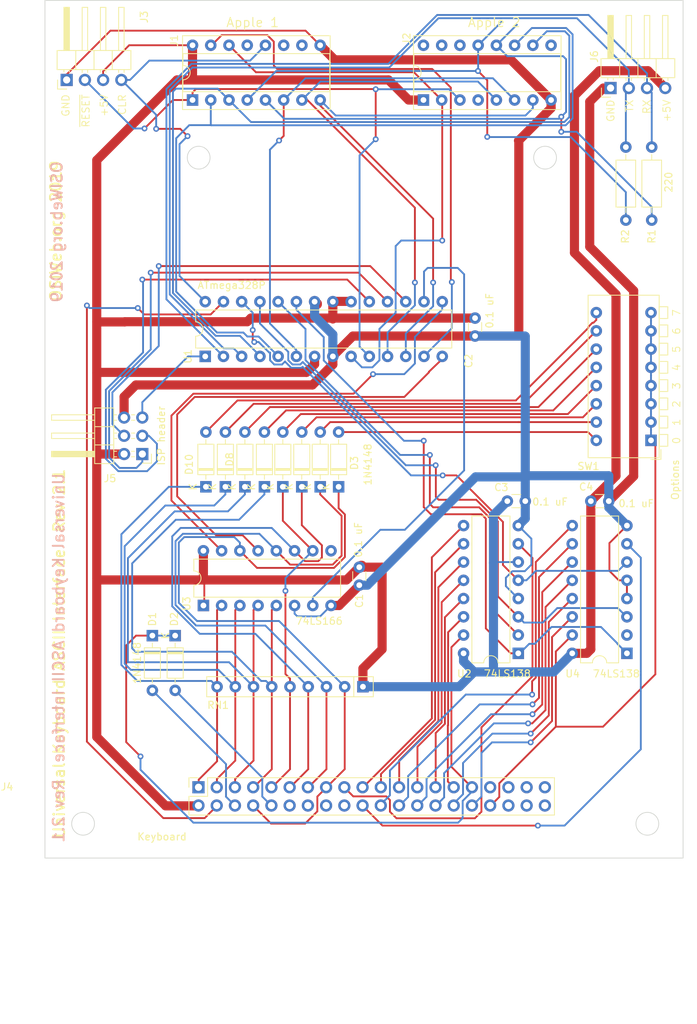
<source format=kicad_pcb>
(kicad_pcb (version 20171130) (host pcbnew "(5.1.5-0-10_14)")

  (general
    (thickness 1.6)
    (drawings 30)
    (tracks 812)
    (zones 0)
    (modules 28)
    (nets 83)
  )

  (page B)
  (layers
    (0 F.Cu signal)
    (31 B.Cu signal)
    (32 B.Adhes user)
    (33 F.Adhes user)
    (34 B.Paste user)
    (35 F.Paste user)
    (36 B.SilkS user)
    (37 F.SilkS user)
    (38 B.Mask user)
    (39 F.Mask user)
    (40 Dwgs.User user)
    (41 Cmts.User user)
    (42 Eco1.User user)
    (43 Eco2.User user)
    (44 Edge.Cuts user)
    (45 Margin user)
    (46 B.CrtYd user)
    (47 F.CrtYd user)
    (48 B.Fab user)
    (49 F.Fab user)
  )

  (setup
    (last_trace_width 0.254)
    (user_trace_width 0.254)
    (user_trace_width 0.508)
    (user_trace_width 1.27)
    (trace_clearance 0.2)
    (zone_clearance 0.508)
    (zone_45_only no)
    (trace_min 0.2)
    (via_size 0.8128)
    (via_drill 0.4064)
    (via_min_size 0.4)
    (via_min_drill 0.3)
    (user_via 1.27 0.7112)
    (uvia_size 0.3048)
    (uvia_drill 0.1016)
    (uvias_allowed no)
    (uvia_min_size 0.2)
    (uvia_min_drill 0.1)
    (edge_width 0.05)
    (segment_width 0.2)
    (pcb_text_width 0.3)
    (pcb_text_size 1.5 1.5)
    (mod_edge_width 0.12)
    (mod_text_size 1 1)
    (mod_text_width 0.15)
    (pad_size 3.9878 3.9878)
    (pad_drill 3.9878)
    (pad_to_mask_clearance 0)
    (aux_axis_origin 61.4172 179.1081)
    (grid_origin 209.4 88.8)
    (visible_elements 7FFFEFFF)
    (pcbplotparams
      (layerselection 0x010fc_ffffffff)
      (usegerberextensions false)
      (usegerberattributes false)
      (usegerberadvancedattributes false)
      (creategerberjobfile false)
      (excludeedgelayer true)
      (linewidth 0.100000)
      (plotframeref false)
      (viasonmask false)
      (mode 1)
      (useauxorigin false)
      (hpglpennumber 1)
      (hpglpenspeed 20)
      (hpglpendiameter 15.000000)
      (psnegative false)
      (psa4output false)
      (plotreference true)
      (plotvalue true)
      (plotinvisibletext false)
      (padsonsilk false)
      (subtractmaskfromsilk false)
      (outputformat 1)
      (mirror false)
      (drillshape 0)
      (scaleselection 1)
      (outputdirectory "outputs"))
  )

  (net 0 "")
  (net 1 GND)
  (net 2 +5V)
  (net 3 /Row3)
  (net 4 /Row0)
  (net 5 /Row1)
  (net 6 /Row4)
  (net 7 /Row5)
  (net 8 /Row7)
  (net 9 /D7)
  (net 10 /D1)
  (net 11 /D2)
  (net 12 /D3)
  (net 13 /D4)
  (net 14 /D5)
  (net 15 /D6)
  (net 16 /Col0)
  (net 17 /Col1)
  (net 18 /Col2)
  (net 19 /Col3)
  (net 20 /Col4)
  (net 21 /Col5)
  (net 22 /Col6)
  (net 23 /Col7)
  (net 24 /Row6)
  (net 25 /Row2)
  (net 26 /D0)
  (net 27 "Net-(D1-Pad2)")
  (net 28 "Net-(D2-Pad2)")
  (net 29 /CAPS_LED)
  (net 30 "Net-(U1-Pad25)")
  (net 31 "Net-(U1-Pad24)")
  (net 32 "Net-(U1-Pad23)")
  (net 33 /ClrScr)
  (net 34 "Net-(J4-Pad14)")
  (net 35 "Net-(J4-Pad16)")
  (net 36 "Net-(J4-Pad18)")
  (net 37 "Net-(J4-Pad35)")
  (net 38 "Net-(J4-Pad36)")
  (net 39 "Net-(J4-Pad37)")
  (net 40 "Net-(J4-Pad38)")
  (net 41 "Net-(J4-Pad39)")
  (net 42 "Net-(J4-Pad40)")
  (net 43 /~SYS_RESET)
  (net 44 /~STROBE)
  (net 45 "Net-(U1-Pad14)")
  (net 46 "Net-(U1-Pad26)")
  (net 47 "Net-(U1-Pad16)")
  (net 48 "Net-(U1-Pad15)")
  (net 49 /Row10)
  (net 50 /Row9)
  (net 51 /Row8)
  (net 52 /Row15)
  (net 53 /Row14)
  (net 54 /Row13)
  (net 55 /Row12)
  (net 56 /Row11)
  (net 57 "Net-(U3-Pad9)")
  (net 58 "Net-(J4-Pad12)")
  (net 59 /~RESET)
  (net 60 /MOSI)
  (net 61 /SCK)
  (net 62 /MISO)
  (net 63 /Tx)
  (net 64 /Rx)
  (net 65 "Net-(J4-Pad33)")
  (net 66 "Net-(U4-Pad2)")
  (net 67 "Net-(J1-Pad10)")
  (net 68 "Net-(J1-Pad11)")
  (net 69 "Net-(J1-Pad13)")
  (net 70 "Net-(J2-Pad9)")
  (net 71 "Net-(J2-Pad4)")
  (net 72 "Net-(J2-Pad14)")
  (net 73 "Net-(J2-Pad15)")
  (net 74 "Net-(J2-Pad16)")
  (net 75 "Net-(D3-Pad2)")
  (net 76 "Net-(D4-Pad2)")
  (net 77 "Net-(D5-Pad2)")
  (net 78 "Net-(D6-Pad2)")
  (net 79 "Net-(D7-Pad2)")
  (net 80 "Net-(D8-Pad2)")
  (net 81 "Net-(D9-Pad2)")
  (net 82 "Net-(D10-Pad2)")

  (net_class Default "This is the default net class."
    (clearance 0.2)
    (trace_width 0.254)
    (via_dia 0.8128)
    (via_drill 0.4064)
    (uvia_dia 0.3048)
    (uvia_drill 0.1016)
    (diff_pair_width 0.2032)
    (diff_pair_gap 0.254)
    (add_net /CAPS_LED)
    (add_net /ClrScr)
    (add_net /Col1)
    (add_net /Col2)
    (add_net /Col3)
    (add_net /Col4)
    (add_net /Col5)
    (add_net /Col6)
    (add_net /Col7)
    (add_net /D0)
    (add_net /D1)
    (add_net /D2)
    (add_net /D3)
    (add_net /D4)
    (add_net /D5)
    (add_net /D6)
    (add_net /D7)
    (add_net /MISO)
    (add_net /MOSI)
    (add_net /Row0)
    (add_net /Row1)
    (add_net /Row10)
    (add_net /Row11)
    (add_net /Row12)
    (add_net /Row13)
    (add_net /Row14)
    (add_net /Row15)
    (add_net /Row2)
    (add_net /Row3)
    (add_net /Row4)
    (add_net /Row5)
    (add_net /Row6)
    (add_net /Row7)
    (add_net /Row8)
    (add_net /Row9)
    (add_net /Rx)
    (add_net /SCK)
    (add_net /Tx)
    (add_net /~RESET)
    (add_net /~STROBE)
    (add_net /~SYS_RESET)
    (add_net "Net-(D1-Pad2)")
    (add_net "Net-(D10-Pad2)")
    (add_net "Net-(D2-Pad2)")
    (add_net "Net-(D3-Pad2)")
    (add_net "Net-(D4-Pad2)")
    (add_net "Net-(D5-Pad2)")
    (add_net "Net-(D6-Pad2)")
    (add_net "Net-(D7-Pad2)")
    (add_net "Net-(D8-Pad2)")
    (add_net "Net-(D9-Pad2)")
    (add_net "Net-(J1-Pad10)")
    (add_net "Net-(J1-Pad11)")
    (add_net "Net-(J1-Pad13)")
    (add_net "Net-(J2-Pad14)")
    (add_net "Net-(J2-Pad15)")
    (add_net "Net-(J2-Pad16)")
    (add_net "Net-(J2-Pad4)")
    (add_net "Net-(J2-Pad9)")
    (add_net "Net-(J4-Pad12)")
    (add_net "Net-(J4-Pad14)")
    (add_net "Net-(J4-Pad16)")
    (add_net "Net-(J4-Pad18)")
    (add_net "Net-(J4-Pad33)")
    (add_net "Net-(J4-Pad35)")
    (add_net "Net-(J4-Pad36)")
    (add_net "Net-(J4-Pad37)")
    (add_net "Net-(J4-Pad38)")
    (add_net "Net-(J4-Pad39)")
    (add_net "Net-(J4-Pad40)")
    (add_net "Net-(U1-Pad14)")
    (add_net "Net-(U1-Pad15)")
    (add_net "Net-(U1-Pad16)")
    (add_net "Net-(U1-Pad23)")
    (add_net "Net-(U1-Pad24)")
    (add_net "Net-(U1-Pad25)")
    (add_net "Net-(U1-Pad26)")
    (add_net "Net-(U3-Pad9)")
    (add_net "Net-(U4-Pad2)")
  )

  (net_class power1 ""
    (clearance 0.254)
    (trace_width 1.27)
    (via_dia 1.27)
    (via_drill 0.7112)
    (uvia_dia 0.3048)
    (uvia_drill 0.1016)
    (diff_pair_width 0.2032)
    (diff_pair_gap 0.254)
    (add_net +5V)
    (add_net GND)
  )

  (net_class signal ""
    (clearance 0.2032)
    (trace_width 0.254)
    (via_dia 0.8128)
    (via_drill 0.4064)
    (uvia_dia 0.3048)
    (uvia_drill 0.1016)
    (diff_pair_width 0.2032)
    (diff_pair_gap 0.254)
    (add_net /Col0)
  )

  (module unikbd:PinHeader_2x20_P2.54mm_Vertical (layer F.Cu) (tedit 5DEFFCEB) (tstamp 5D215268)
    (at 185.397 175.5918 90)
    (descr "Through hole straight pin header, 2x20, 2.54mm pitch, double rows")
    (tags "Through hole pin header THT 2x20 2.54mm double row")
    (path /5D1EDC84)
    (fp_text reference J4 (at 2.6162 -26.8478 180) (layer F.SilkS)
      (effects (font (size 1 1) (thickness 0.15)))
    )
    (fp_text value Keyboard (at -4.318 -5.2578 180) (layer F.SilkS)
      (effects (font (size 1 1) (thickness 0.15)))
    )
    (fp_text user %R (at -1.27 24.13) (layer F.Fab)
      (effects (font (size 1 1) (thickness 0.15)))
    )
    (fp_line (start -1.7846 -1.9778) (end 4.3654 -1.9778) (layer F.CrtYd) (width 0.05))
    (fp_line (start -1.7846 49.8722) (end -1.7846 -1.9778) (layer F.CrtYd) (width 0.05))
    (fp_line (start 4.3654 49.8722) (end -1.7846 49.8722) (layer F.CrtYd) (width 0.05))
    (fp_line (start 4.3654 -1.9778) (end 4.3654 49.8722) (layer F.CrtYd) (width 0.05))
    (fp_line (start 3.8954 -1.5078) (end 2.5654 -1.5078) (layer F.SilkS) (width 0.12))
    (fp_line (start 3.8954 -0.1778) (end 3.8954 -1.5078) (layer F.SilkS) (width 0.12))
    (fp_line (start 1.2954 -1.5078) (end -1.3046 -1.5078) (layer F.SilkS) (width 0.12))
    (fp_line (start 1.2954 1.0922) (end 1.2954 -1.5078) (layer F.SilkS) (width 0.12))
    (fp_line (start 3.8954 1.0922) (end 1.2954 1.0922) (layer F.SilkS) (width 0.12))
    (fp_line (start -1.3046 -1.5078) (end -1.3046 49.4122) (layer F.SilkS) (width 0.12))
    (fp_line (start 3.8954 1.0922) (end 3.8954 49.4122) (layer F.SilkS) (width 0.12))
    (fp_line (start 3.8954 49.4122) (end -1.3046 49.4122) (layer F.SilkS) (width 0.12))
    (fp_line (start 3.8354 -0.1778) (end 2.5654 -1.4478) (layer F.Fab) (width 0.1))
    (fp_line (start 3.8354 49.3522) (end 3.8354 -0.1778) (layer F.Fab) (width 0.1))
    (fp_line (start -1.2446 49.3522) (end 3.8354 49.3522) (layer F.Fab) (width 0.1))
    (fp_line (start -1.2446 -1.4478) (end -1.2446 49.3522) (layer F.Fab) (width 0.1))
    (fp_line (start 2.5654 -1.4478) (end -1.2446 -1.4478) (layer F.Fab) (width 0.1))
    (pad 40 thru_hole oval (at 0.0254 48.0822 90) (size 1.7 1.7) (drill 1) (layers *.Cu *.Mask)
      (net 42 "Net-(J4-Pad40)"))
    (pad 39 thru_hole oval (at 2.5654 48.0822 90) (size 1.7 1.7) (drill 1) (layers *.Cu *.Mask)
      (net 41 "Net-(J4-Pad39)"))
    (pad 38 thru_hole oval (at 0.0254 45.5422 90) (size 1.7 1.7) (drill 1) (layers *.Cu *.Mask)
      (net 40 "Net-(J4-Pad38)"))
    (pad 37 thru_hole oval (at 2.5654 45.5422 90) (size 1.7 1.7) (drill 1) (layers *.Cu *.Mask)
      (net 39 "Net-(J4-Pad37)"))
    (pad 36 thru_hole oval (at 0.0254 43.0022 90) (size 1.7 1.7) (drill 1) (layers *.Cu *.Mask)
      (net 38 "Net-(J4-Pad36)"))
    (pad 35 thru_hole oval (at 2.5654 43.0022 90) (size 1.7 1.7) (drill 1) (layers *.Cu *.Mask)
      (net 37 "Net-(J4-Pad35)"))
    (pad 34 thru_hole oval (at 0.0254 40.4622 90) (size 1.7 1.7) (drill 1) (layers *.Cu *.Mask)
      (net 51 /Row8))
    (pad 33 thru_hole oval (at 2.5654 40.4622 90) (size 1.7 1.7) (drill 1) (layers *.Cu *.Mask)
      (net 65 "Net-(J4-Pad33)"))
    (pad 32 thru_hole oval (at 0.0254 37.9222 90) (size 1.7 1.7) (drill 1) (layers *.Cu *.Mask)
      (net 50 /Row9))
    (pad 31 thru_hole oval (at 2.5654 37.9222 90) (size 1.7 1.7) (drill 1) (layers *.Cu *.Mask)
      (net 4 /Row0))
    (pad 30 thru_hole oval (at 0.0254 35.3822 90) (size 1.7 1.7) (drill 1) (layers *.Cu *.Mask)
      (net 49 /Row10))
    (pad 29 thru_hole oval (at 2.5654 35.3822 90) (size 1.7 1.7) (drill 1) (layers *.Cu *.Mask)
      (net 5 /Row1))
    (pad 28 thru_hole oval (at 0.0254 32.8422 90) (size 1.7 1.7) (drill 1) (layers *.Cu *.Mask)
      (net 56 /Row11))
    (pad 27 thru_hole oval (at 2.5654 32.8422 90) (size 1.7 1.7) (drill 1) (layers *.Cu *.Mask)
      (net 25 /Row2))
    (pad 26 thru_hole oval (at 0.0254 30.3022 90) (size 1.7 1.7) (drill 1) (layers *.Cu *.Mask)
      (net 55 /Row12))
    (pad 25 thru_hole oval (at 2.5654 30.3022 90) (size 1.7 1.7) (drill 1) (layers *.Cu *.Mask)
      (net 3 /Row3))
    (pad 24 thru_hole oval (at 0.0254 27.7622 90) (size 1.7 1.7) (drill 1) (layers *.Cu *.Mask)
      (net 54 /Row13))
    (pad 23 thru_hole oval (at 2.5654 27.7622 90) (size 1.7 1.7) (drill 1) (layers *.Cu *.Mask)
      (net 6 /Row4))
    (pad 22 thru_hole oval (at 0.0254 25.2222 90) (size 1.7 1.7) (drill 1) (layers *.Cu *.Mask)
      (net 53 /Row14))
    (pad 21 thru_hole oval (at 2.5654 25.2222 90) (size 1.7 1.7) (drill 1) (layers *.Cu *.Mask)
      (net 7 /Row5))
    (pad 20 thru_hole oval (at 0.0254 22.6822 90) (size 1.7 1.7) (drill 1) (layers *.Cu *.Mask)
      (net 52 /Row15))
    (pad 19 thru_hole oval (at 2.5654 22.6822 90) (size 1.7 1.7) (drill 1) (layers *.Cu *.Mask)
      (net 24 /Row6))
    (pad 18 thru_hole oval (at 0.0254 20.1422 90) (size 1.7 1.7) (drill 1) (layers *.Cu *.Mask)
      (net 36 "Net-(J4-Pad18)"))
    (pad 17 thru_hole oval (at 2.5654 20.1422 90) (size 1.7 1.7) (drill 1) (layers *.Cu *.Mask)
      (net 8 /Row7))
    (pad 16 thru_hole oval (at 0.0254 17.6022 90) (size 1.7 1.7) (drill 1) (layers *.Cu *.Mask)
      (net 35 "Net-(J4-Pad16)"))
    (pad 15 thru_hole oval (at 2.5654 17.6022 90) (size 1.7 1.7) (drill 1) (layers *.Cu *.Mask)
      (net 16 /Col0))
    (pad 14 thru_hole oval (at 0.0254 15.0622 90) (size 1.7 1.7) (drill 1) (layers *.Cu *.Mask)
      (net 34 "Net-(J4-Pad14)"))
    (pad 13 thru_hole oval (at 2.5654 15.0622 90) (size 1.7 1.7) (drill 1) (layers *.Cu *.Mask)
      (net 17 /Col1))
    (pad 12 thru_hole oval (at 0.0254 12.5222 90) (size 1.7 1.7) (drill 1) (layers *.Cu *.Mask)
      (net 58 "Net-(J4-Pad12)"))
    (pad 11 thru_hole oval (at 2.5654 12.5222 90) (size 1.7 1.7) (drill 1) (layers *.Cu *.Mask)
      (net 18 /Col2))
    (pad 10 thru_hole oval (at 0.0254 9.9822 90) (size 1.7 1.7) (drill 1) (layers *.Cu *.Mask)
      (net 28 "Net-(D2-Pad2)"))
    (pad 9 thru_hole oval (at 2.5654 9.9822 90) (size 1.7 1.7) (drill 1) (layers *.Cu *.Mask)
      (net 19 /Col3))
    (pad 8 thru_hole oval (at 0.0254 7.4422 90) (size 1.7 1.7) (drill 1) (layers *.Cu *.Mask)
      (net 16 /Col0))
    (pad 7 thru_hole oval (at 2.5654 7.4422 90) (size 1.7 1.7) (drill 1) (layers *.Cu *.Mask)
      (net 20 /Col4))
    (pad 6 thru_hole oval (at 0.0254 4.9022 90) (size 1.7 1.7) (drill 1) (layers *.Cu *.Mask)
      (net 27 "Net-(D1-Pad2)"))
    (pad 5 thru_hole oval (at 2.5654 4.9022 90) (size 1.7 1.7) (drill 1) (layers *.Cu *.Mask)
      (net 21 /Col5))
    (pad 4 thru_hole oval (at 0.0254 2.3622 90) (size 1.7 1.7) (drill 1) (layers *.Cu *.Mask)
      (net 29 /CAPS_LED))
    (pad 3 thru_hole oval (at 2.5654 2.3622 90) (size 1.7 1.7) (drill 1) (layers *.Cu *.Mask)
      (net 22 /Col6))
    (pad 2 thru_hole oval (at 0.0254 -0.1778 90) (size 1.7 1.7) (drill 1) (layers *.Cu *.Mask)
      (net 2 +5V))
    (pad 1 thru_hole rect (at 2.5654 -0.1778 90) (size 1.7 1.7) (drill 1) (layers *.Cu *.Mask)
      (net 23 /Col7))
    (model ${KISYS3DMOD}/Connector_PinHeader_2.54mm.3dshapes/PinHeader_2x20_P2.54mm_Vertical.wrl
      (at (xyz 0 0 0))
      (scale (xyz 1 1 1))
      (rotate (xyz 0 0 0))
    )
  )

  (module Connector_PinHeader_2.54mm:PinHeader_1x04_P2.54mm_Horizontal (layer F.Cu) (tedit 59FED5CB) (tstamp 5DEFEAB8)
    (at 242.62828 75.70376 90)
    (descr "Through hole angled pin header, 1x04, 2.54mm pitch, 6mm pin length, single row")
    (tags "Through hole angled pin header THT 1x04 2.54mm single row")
    (path /5E4CDDD4)
    (fp_text reference J6 (at 4.385 -2.27 90) (layer F.SilkS)
      (effects (font (size 1 1) (thickness 0.15)))
    )
    (fp_text value UART (at 4.385 9.89 90) (layer F.Fab)
      (effects (font (size 1 1) (thickness 0.15)))
    )
    (fp_text user %R (at 2.77 3.81) (layer F.Fab)
      (effects (font (size 1 1) (thickness 0.15)))
    )
    (fp_line (start 10.55 -1.8) (end -1.8 -1.8) (layer F.CrtYd) (width 0.05))
    (fp_line (start 10.55 9.4) (end 10.55 -1.8) (layer F.CrtYd) (width 0.05))
    (fp_line (start -1.8 9.4) (end 10.55 9.4) (layer F.CrtYd) (width 0.05))
    (fp_line (start -1.8 -1.8) (end -1.8 9.4) (layer F.CrtYd) (width 0.05))
    (fp_line (start -1.27 -1.27) (end 0 -1.27) (layer F.SilkS) (width 0.12))
    (fp_line (start -1.27 0) (end -1.27 -1.27) (layer F.SilkS) (width 0.12))
    (fp_line (start 1.042929 8) (end 1.44 8) (layer F.SilkS) (width 0.12))
    (fp_line (start 1.042929 7.24) (end 1.44 7.24) (layer F.SilkS) (width 0.12))
    (fp_line (start 10.1 8) (end 4.1 8) (layer F.SilkS) (width 0.12))
    (fp_line (start 10.1 7.24) (end 10.1 8) (layer F.SilkS) (width 0.12))
    (fp_line (start 4.1 7.24) (end 10.1 7.24) (layer F.SilkS) (width 0.12))
    (fp_line (start 1.44 6.35) (end 4.1 6.35) (layer F.SilkS) (width 0.12))
    (fp_line (start 1.042929 5.46) (end 1.44 5.46) (layer F.SilkS) (width 0.12))
    (fp_line (start 1.042929 4.7) (end 1.44 4.7) (layer F.SilkS) (width 0.12))
    (fp_line (start 10.1 5.46) (end 4.1 5.46) (layer F.SilkS) (width 0.12))
    (fp_line (start 10.1 4.7) (end 10.1 5.46) (layer F.SilkS) (width 0.12))
    (fp_line (start 4.1 4.7) (end 10.1 4.7) (layer F.SilkS) (width 0.12))
    (fp_line (start 1.44 3.81) (end 4.1 3.81) (layer F.SilkS) (width 0.12))
    (fp_line (start 1.042929 2.92) (end 1.44 2.92) (layer F.SilkS) (width 0.12))
    (fp_line (start 1.042929 2.16) (end 1.44 2.16) (layer F.SilkS) (width 0.12))
    (fp_line (start 10.1 2.92) (end 4.1 2.92) (layer F.SilkS) (width 0.12))
    (fp_line (start 10.1 2.16) (end 10.1 2.92) (layer F.SilkS) (width 0.12))
    (fp_line (start 4.1 2.16) (end 10.1 2.16) (layer F.SilkS) (width 0.12))
    (fp_line (start 1.44 1.27) (end 4.1 1.27) (layer F.SilkS) (width 0.12))
    (fp_line (start 1.11 0.38) (end 1.44 0.38) (layer F.SilkS) (width 0.12))
    (fp_line (start 1.11 -0.38) (end 1.44 -0.38) (layer F.SilkS) (width 0.12))
    (fp_line (start 4.1 0.28) (end 10.1 0.28) (layer F.SilkS) (width 0.12))
    (fp_line (start 4.1 0.16) (end 10.1 0.16) (layer F.SilkS) (width 0.12))
    (fp_line (start 4.1 0.04) (end 10.1 0.04) (layer F.SilkS) (width 0.12))
    (fp_line (start 4.1 -0.08) (end 10.1 -0.08) (layer F.SilkS) (width 0.12))
    (fp_line (start 4.1 -0.2) (end 10.1 -0.2) (layer F.SilkS) (width 0.12))
    (fp_line (start 4.1 -0.32) (end 10.1 -0.32) (layer F.SilkS) (width 0.12))
    (fp_line (start 10.1 0.38) (end 4.1 0.38) (layer F.SilkS) (width 0.12))
    (fp_line (start 10.1 -0.38) (end 10.1 0.38) (layer F.SilkS) (width 0.12))
    (fp_line (start 4.1 -0.38) (end 10.1 -0.38) (layer F.SilkS) (width 0.12))
    (fp_line (start 4.1 -1.33) (end 1.44 -1.33) (layer F.SilkS) (width 0.12))
    (fp_line (start 4.1 8.95) (end 4.1 -1.33) (layer F.SilkS) (width 0.12))
    (fp_line (start 1.44 8.95) (end 4.1 8.95) (layer F.SilkS) (width 0.12))
    (fp_line (start 1.44 -1.33) (end 1.44 8.95) (layer F.SilkS) (width 0.12))
    (fp_line (start 4.04 7.94) (end 10.04 7.94) (layer F.Fab) (width 0.1))
    (fp_line (start 10.04 7.3) (end 10.04 7.94) (layer F.Fab) (width 0.1))
    (fp_line (start 4.04 7.3) (end 10.04 7.3) (layer F.Fab) (width 0.1))
    (fp_line (start -0.32 7.94) (end 1.5 7.94) (layer F.Fab) (width 0.1))
    (fp_line (start -0.32 7.3) (end -0.32 7.94) (layer F.Fab) (width 0.1))
    (fp_line (start -0.32 7.3) (end 1.5 7.3) (layer F.Fab) (width 0.1))
    (fp_line (start 4.04 5.4) (end 10.04 5.4) (layer F.Fab) (width 0.1))
    (fp_line (start 10.04 4.76) (end 10.04 5.4) (layer F.Fab) (width 0.1))
    (fp_line (start 4.04 4.76) (end 10.04 4.76) (layer F.Fab) (width 0.1))
    (fp_line (start -0.32 5.4) (end 1.5 5.4) (layer F.Fab) (width 0.1))
    (fp_line (start -0.32 4.76) (end -0.32 5.4) (layer F.Fab) (width 0.1))
    (fp_line (start -0.32 4.76) (end 1.5 4.76) (layer F.Fab) (width 0.1))
    (fp_line (start 4.04 2.86) (end 10.04 2.86) (layer F.Fab) (width 0.1))
    (fp_line (start 10.04 2.22) (end 10.04 2.86) (layer F.Fab) (width 0.1))
    (fp_line (start 4.04 2.22) (end 10.04 2.22) (layer F.Fab) (width 0.1))
    (fp_line (start -0.32 2.86) (end 1.5 2.86) (layer F.Fab) (width 0.1))
    (fp_line (start -0.32 2.22) (end -0.32 2.86) (layer F.Fab) (width 0.1))
    (fp_line (start -0.32 2.22) (end 1.5 2.22) (layer F.Fab) (width 0.1))
    (fp_line (start 4.04 0.32) (end 10.04 0.32) (layer F.Fab) (width 0.1))
    (fp_line (start 10.04 -0.32) (end 10.04 0.32) (layer F.Fab) (width 0.1))
    (fp_line (start 4.04 -0.32) (end 10.04 -0.32) (layer F.Fab) (width 0.1))
    (fp_line (start -0.32 0.32) (end 1.5 0.32) (layer F.Fab) (width 0.1))
    (fp_line (start -0.32 -0.32) (end -0.32 0.32) (layer F.Fab) (width 0.1))
    (fp_line (start -0.32 -0.32) (end 1.5 -0.32) (layer F.Fab) (width 0.1))
    (fp_line (start 1.5 -0.635) (end 2.135 -1.27) (layer F.Fab) (width 0.1))
    (fp_line (start 1.5 8.89) (end 1.5 -0.635) (layer F.Fab) (width 0.1))
    (fp_line (start 4.04 8.89) (end 1.5 8.89) (layer F.Fab) (width 0.1))
    (fp_line (start 4.04 -1.27) (end 4.04 8.89) (layer F.Fab) (width 0.1))
    (fp_line (start 2.135 -1.27) (end 4.04 -1.27) (layer F.Fab) (width 0.1))
    (pad 4 thru_hole oval (at 0 7.62 90) (size 1.7 1.7) (drill 1) (layers *.Cu *.Mask)
      (net 2 +5V))
    (pad 3 thru_hole oval (at 0 5.08 90) (size 1.7 1.7) (drill 1) (layers *.Cu *.Mask)
      (net 64 /Rx))
    (pad 2 thru_hole oval (at 0 2.54 90) (size 1.7 1.7) (drill 1) (layers *.Cu *.Mask)
      (net 63 /Tx))
    (pad 1 thru_hole rect (at 0 0 90) (size 1.7 1.7) (drill 1) (layers *.Cu *.Mask)
      (net 1 GND))
    (model ${KISYS3DMOD}/Connector_PinHeader_2.54mm.3dshapes/PinHeader_1x04_P2.54mm_Horizontal.wrl
      (at (xyz 0 0 0))
      (scale (xyz 1 1 1))
      (rotate (xyz 0 0 0))
    )
  )

  (module Button_Switch_THT:SW_DIP_SPSTx08_Piano_CTS_Series194-8MSTN_W7.62mm_P2.54mm (layer F.Cu) (tedit 5A4E1407) (tstamp 5DF03359)
    (at 248.262 124.741 180)
    (descr "8x-dip-switch SPST CTS_Series194-8MSTN, Piano, row spacing 7.62 mm (300 mils), body size  (see https://www.ctscorp.com/wp-content/uploads/194-195.pdf)")
    (tags "DIP Switch SPST Piano 7.62mm 300mil")
    (path /5DF0476A)
    (fp_text reference SW1 (at 8.7122 -3.6068) (layer F.SilkS)
      (effects (font (size 1 1) (thickness 0.15)))
    )
    (fp_text value Options (at -3.3782 -5.4864 90) (layer F.SilkS)
      (effects (font (size 1 1) (thickness 0.15)))
    )
    (fp_line (start -0.08 -2.36) (end 8.7 -2.36) (layer F.Fab) (width 0.1))
    (fp_line (start 8.7 -2.36) (end 8.7 20.14) (layer F.Fab) (width 0.1))
    (fp_line (start 8.7 20.14) (end -1.08 20.14) (layer F.Fab) (width 0.1))
    (fp_line (start -1.08 20.14) (end -1.08 -1.36) (layer F.Fab) (width 0.1))
    (fp_line (start -1.08 -1.36) (end -0.08 -2.36) (layer F.Fab) (width 0.1))
    (fp_line (start -1.08 -0.76) (end -1.08 0.76) (layer F.Fab) (width 0.1))
    (fp_line (start -1.08 0.76) (end -2.22 0.76) (layer F.Fab) (width 0.1))
    (fp_line (start -2.22 0.76) (end -2.22 -0.76) (layer F.Fab) (width 0.1))
    (fp_line (start -2.22 -0.76) (end -1.08 -0.76) (layer F.Fab) (width 0.1))
    (fp_line (start -1.08 1.78) (end -1.08 3.3) (layer F.Fab) (width 0.1))
    (fp_line (start -1.08 3.3) (end -2.22 3.3) (layer F.Fab) (width 0.1))
    (fp_line (start -2.22 3.3) (end -2.22 1.78) (layer F.Fab) (width 0.1))
    (fp_line (start -2.22 1.78) (end -1.08 1.78) (layer F.Fab) (width 0.1))
    (fp_line (start -1.08 4.32) (end -1.08 5.84) (layer F.Fab) (width 0.1))
    (fp_line (start -1.08 5.84) (end -2.22 5.84) (layer F.Fab) (width 0.1))
    (fp_line (start -2.22 5.84) (end -2.22 4.32) (layer F.Fab) (width 0.1))
    (fp_line (start -2.22 4.32) (end -1.08 4.32) (layer F.Fab) (width 0.1))
    (fp_line (start -1.08 6.86) (end -1.08 8.38) (layer F.Fab) (width 0.1))
    (fp_line (start -1.08 8.38) (end -2.22 8.38) (layer F.Fab) (width 0.1))
    (fp_line (start -2.22 8.38) (end -2.22 6.86) (layer F.Fab) (width 0.1))
    (fp_line (start -2.22 6.86) (end -1.08 6.86) (layer F.Fab) (width 0.1))
    (fp_line (start -1.08 9.4) (end -1.08 10.92) (layer F.Fab) (width 0.1))
    (fp_line (start -1.08 10.92) (end -2.22 10.92) (layer F.Fab) (width 0.1))
    (fp_line (start -2.22 10.92) (end -2.22 9.4) (layer F.Fab) (width 0.1))
    (fp_line (start -2.22 9.4) (end -1.08 9.4) (layer F.Fab) (width 0.1))
    (fp_line (start -1.08 11.94) (end -1.08 13.46) (layer F.Fab) (width 0.1))
    (fp_line (start -1.08 13.46) (end -2.22 13.46) (layer F.Fab) (width 0.1))
    (fp_line (start -2.22 13.46) (end -2.22 11.94) (layer F.Fab) (width 0.1))
    (fp_line (start -2.22 11.94) (end -1.08 11.94) (layer F.Fab) (width 0.1))
    (fp_line (start -1.08 14.48) (end -1.08 16) (layer F.Fab) (width 0.1))
    (fp_line (start -1.08 16) (end -2.22 16) (layer F.Fab) (width 0.1))
    (fp_line (start -2.22 16) (end -2.22 14.48) (layer F.Fab) (width 0.1))
    (fp_line (start -2.22 14.48) (end -1.08 14.48) (layer F.Fab) (width 0.1))
    (fp_line (start -1.08 17.02) (end -1.08 18.54) (layer F.Fab) (width 0.1))
    (fp_line (start -1.08 18.54) (end -2.22 18.54) (layer F.Fab) (width 0.1))
    (fp_line (start -2.22 18.54) (end -2.22 17.02) (layer F.Fab) (width 0.1))
    (fp_line (start -2.22 17.02) (end -1.08 17.02) (layer F.Fab) (width 0.1))
    (fp_line (start -1.14 -2.42) (end 8.76 -2.42) (layer F.SilkS) (width 0.12))
    (fp_line (start -1.14 20.201) (end 8.76 20.201) (layer F.SilkS) (width 0.12))
    (fp_line (start -1.14 -2.42) (end -1.14 20.201) (layer F.SilkS) (width 0.12))
    (fp_line (start 8.76 -2.42) (end 8.76 20.201) (layer F.SilkS) (width 0.12))
    (fp_line (start -1.38 -2.66) (end 0.004 -2.66) (layer F.SilkS) (width 0.12))
    (fp_line (start -1.38 -2.66) (end -1.38 -1.277) (layer F.SilkS) (width 0.12))
    (fp_line (start -2.34 -0.82) (end -1.14 -0.82) (layer F.SilkS) (width 0.12))
    (fp_line (start -2.34 0.82) (end -1.14 0.82) (layer F.SilkS) (width 0.12))
    (fp_line (start -2.34 -0.82) (end -2.34 0.82) (layer F.SilkS) (width 0.12))
    (fp_line (start -1.14 -0.82) (end -1.14 0.82) (layer F.SilkS) (width 0.12))
    (fp_line (start -2.34 1.72) (end -1.14 1.72) (layer F.SilkS) (width 0.12))
    (fp_line (start -2.34 3.361) (end -1.14 3.361) (layer F.SilkS) (width 0.12))
    (fp_line (start -2.34 1.72) (end -2.34 3.361) (layer F.SilkS) (width 0.12))
    (fp_line (start -1.14 1.72) (end -1.14 3.361) (layer F.SilkS) (width 0.12))
    (fp_line (start -2.34 4.261) (end -1.14 4.261) (layer F.SilkS) (width 0.12))
    (fp_line (start -2.34 5.9) (end -1.14 5.9) (layer F.SilkS) (width 0.12))
    (fp_line (start -2.34 4.261) (end -2.34 5.9) (layer F.SilkS) (width 0.12))
    (fp_line (start -1.14 4.261) (end -1.14 5.9) (layer F.SilkS) (width 0.12))
    (fp_line (start -2.34 6.801) (end -1.14 6.801) (layer F.SilkS) (width 0.12))
    (fp_line (start -2.34 8.441) (end -1.14 8.441) (layer F.SilkS) (width 0.12))
    (fp_line (start -2.34 6.801) (end -2.34 8.441) (layer F.SilkS) (width 0.12))
    (fp_line (start -1.14 6.801) (end -1.14 8.441) (layer F.SilkS) (width 0.12))
    (fp_line (start -2.34 9.34) (end -1.14 9.34) (layer F.SilkS) (width 0.12))
    (fp_line (start -2.34 10.98) (end -1.14 10.98) (layer F.SilkS) (width 0.12))
    (fp_line (start -2.34 9.34) (end -2.34 10.98) (layer F.SilkS) (width 0.12))
    (fp_line (start -1.14 9.34) (end -1.14 10.98) (layer F.SilkS) (width 0.12))
    (fp_line (start -2.34 11.88) (end -1.14 11.88) (layer F.SilkS) (width 0.12))
    (fp_line (start -2.34 13.52) (end -1.14 13.52) (layer F.SilkS) (width 0.12))
    (fp_line (start -2.34 11.88) (end -2.34 13.52) (layer F.SilkS) (width 0.12))
    (fp_line (start -1.14 11.88) (end -1.14 13.52) (layer F.SilkS) (width 0.12))
    (fp_line (start -2.34 14.42) (end -1.14 14.42) (layer F.SilkS) (width 0.12))
    (fp_line (start -2.34 16.06) (end -1.14 16.06) (layer F.SilkS) (width 0.12))
    (fp_line (start -2.34 14.42) (end -2.34 16.06) (layer F.SilkS) (width 0.12))
    (fp_line (start -1.14 14.42) (end -1.14 16.06) (layer F.SilkS) (width 0.12))
    (fp_line (start -2.34 16.96) (end -1.14 16.96) (layer F.SilkS) (width 0.12))
    (fp_line (start -2.34 18.6) (end -1.14 18.6) (layer F.SilkS) (width 0.12))
    (fp_line (start -2.34 16.96) (end -2.34 18.6) (layer F.SilkS) (width 0.12))
    (fp_line (start -1.14 16.96) (end -1.14 18.6) (layer F.SilkS) (width 0.12))
    (fp_line (start -2.5 -2.7) (end -2.5 20.5) (layer F.CrtYd) (width 0.05))
    (fp_line (start -2.5 20.5) (end 8.95 20.5) (layer F.CrtYd) (width 0.05))
    (fp_line (start 8.95 20.5) (end 8.95 -2.7) (layer F.CrtYd) (width 0.05))
    (fp_line (start 8.95 -2.7) (end -2.5 -2.7) (layer F.CrtYd) (width 0.05))
    (fp_text user %R (at 3.81 8.89) (layer F.Fab)
      (effects (font (size 0.8 0.8) (thickness 0.12)))
    )
    (pad 1 thru_hole rect (at 0 0 180) (size 1.6 1.6) (drill 0.8) (layers *.Cu *.Mask)
      (net 51 /Row8))
    (pad 9 thru_hole oval (at 7.62 17.78 180) (size 1.6 1.6) (drill 0.8) (layers *.Cu *.Mask)
      (net 82 "Net-(D10-Pad2)"))
    (pad 2 thru_hole oval (at 0 2.54 180) (size 1.6 1.6) (drill 0.8) (layers *.Cu *.Mask)
      (net 51 /Row8))
    (pad 10 thru_hole oval (at 7.62 15.24 180) (size 1.6 1.6) (drill 0.8) (layers *.Cu *.Mask)
      (net 81 "Net-(D9-Pad2)"))
    (pad 3 thru_hole oval (at 0 5.08 180) (size 1.6 1.6) (drill 0.8) (layers *.Cu *.Mask)
      (net 51 /Row8))
    (pad 11 thru_hole oval (at 7.62 12.7 180) (size 1.6 1.6) (drill 0.8) (layers *.Cu *.Mask)
      (net 80 "Net-(D8-Pad2)"))
    (pad 4 thru_hole oval (at 0 7.62 180) (size 1.6 1.6) (drill 0.8) (layers *.Cu *.Mask)
      (net 51 /Row8))
    (pad 12 thru_hole oval (at 7.62 10.16 180) (size 1.6 1.6) (drill 0.8) (layers *.Cu *.Mask)
      (net 79 "Net-(D7-Pad2)"))
    (pad 5 thru_hole oval (at 0 10.16 180) (size 1.6 1.6) (drill 0.8) (layers *.Cu *.Mask)
      (net 51 /Row8))
    (pad 13 thru_hole oval (at 7.62 7.62 180) (size 1.6 1.6) (drill 0.8) (layers *.Cu *.Mask)
      (net 78 "Net-(D6-Pad2)"))
    (pad 6 thru_hole oval (at 0 12.7 180) (size 1.6 1.6) (drill 0.8) (layers *.Cu *.Mask)
      (net 51 /Row8))
    (pad 14 thru_hole oval (at 7.62 5.08 180) (size 1.6 1.6) (drill 0.8) (layers *.Cu *.Mask)
      (net 77 "Net-(D5-Pad2)"))
    (pad 7 thru_hole oval (at 0 15.24 180) (size 1.6 1.6) (drill 0.8) (layers *.Cu *.Mask)
      (net 51 /Row8))
    (pad 15 thru_hole oval (at 7.62 2.54 180) (size 1.6 1.6) (drill 0.8) (layers *.Cu *.Mask)
      (net 76 "Net-(D4-Pad2)"))
    (pad 8 thru_hole oval (at 0 17.78 180) (size 1.6 1.6) (drill 0.8) (layers *.Cu *.Mask)
      (net 51 /Row8))
    (pad 16 thru_hole oval (at 7.62 0 180) (size 1.6 1.6) (drill 0.8) (layers *.Cu *.Mask)
      (net 75 "Net-(D3-Pad2)"))
    (model ${KISYS3DMOD}/Button_Switch_THT.3dshapes/SW_DIP_SPSTx08_Piano_CTS_Series194-8MSTN_W7.62mm_P2.54mm.wrl
      (at (xyz 0 0 0))
      (scale (xyz 1 1 1))
      (rotate (xyz 0 0 90))
    )
  )

  (module Diode_THT:D_DO-35_SOD27_P7.62mm_Horizontal (layer F.Cu) (tedit 5AE50CD5) (tstamp 5DEFD6A3)
    (at 186.25044 131.20784 90)
    (descr "Diode, DO-35_SOD27 series, Axial, Horizontal, pin pitch=7.62mm, , length*diameter=4*2mm^2, , http://www.diodes.com/_files/packages/DO-35.pdf")
    (tags "Diode DO-35_SOD27 series Axial Horizontal pin pitch 7.62mm  length 4mm diameter 2mm")
    (path /5DFACD33)
    (fp_text reference D10 (at 3.11404 -2.3368 90) (layer F.SilkS)
      (effects (font (size 1 1) (thickness 0.15)))
    )
    (fp_text value 1N4148 (at 3.81 2.12 90) (layer F.Fab) hide
      (effects (font (size 1 1) (thickness 0.15)))
    )
    (fp_text user K (at 0 -1.8 90) (layer F.SilkS)
      (effects (font (size 1 1) (thickness 0.15)))
    )
    (fp_text user K (at 0 -1.8 90) (layer F.Fab)
      (effects (font (size 1 1) (thickness 0.15)))
    )
    (fp_text user %R (at 4.11 0 90) (layer F.Fab)
      (effects (font (size 0.8 0.8) (thickness 0.12)))
    )
    (fp_line (start 8.67 -1.25) (end -1.05 -1.25) (layer F.CrtYd) (width 0.05))
    (fp_line (start 8.67 1.25) (end 8.67 -1.25) (layer F.CrtYd) (width 0.05))
    (fp_line (start -1.05 1.25) (end 8.67 1.25) (layer F.CrtYd) (width 0.05))
    (fp_line (start -1.05 -1.25) (end -1.05 1.25) (layer F.CrtYd) (width 0.05))
    (fp_line (start 2.29 -1.12) (end 2.29 1.12) (layer F.SilkS) (width 0.12))
    (fp_line (start 2.53 -1.12) (end 2.53 1.12) (layer F.SilkS) (width 0.12))
    (fp_line (start 2.41 -1.12) (end 2.41 1.12) (layer F.SilkS) (width 0.12))
    (fp_line (start 6.58 0) (end 5.93 0) (layer F.SilkS) (width 0.12))
    (fp_line (start 1.04 0) (end 1.69 0) (layer F.SilkS) (width 0.12))
    (fp_line (start 5.93 -1.12) (end 1.69 -1.12) (layer F.SilkS) (width 0.12))
    (fp_line (start 5.93 1.12) (end 5.93 -1.12) (layer F.SilkS) (width 0.12))
    (fp_line (start 1.69 1.12) (end 5.93 1.12) (layer F.SilkS) (width 0.12))
    (fp_line (start 1.69 -1.12) (end 1.69 1.12) (layer F.SilkS) (width 0.12))
    (fp_line (start 2.31 -1) (end 2.31 1) (layer F.Fab) (width 0.1))
    (fp_line (start 2.51 -1) (end 2.51 1) (layer F.Fab) (width 0.1))
    (fp_line (start 2.41 -1) (end 2.41 1) (layer F.Fab) (width 0.1))
    (fp_line (start 7.62 0) (end 5.81 0) (layer F.Fab) (width 0.1))
    (fp_line (start 0 0) (end 1.81 0) (layer F.Fab) (width 0.1))
    (fp_line (start 5.81 -1) (end 1.81 -1) (layer F.Fab) (width 0.1))
    (fp_line (start 5.81 1) (end 5.81 -1) (layer F.Fab) (width 0.1))
    (fp_line (start 1.81 1) (end 5.81 1) (layer F.Fab) (width 0.1))
    (fp_line (start 1.81 -1) (end 1.81 1) (layer F.Fab) (width 0.1))
    (pad 2 thru_hole oval (at 7.62 0 90) (size 1.6 1.6) (drill 0.8) (layers *.Cu *.Mask)
      (net 82 "Net-(D10-Pad2)"))
    (pad 1 thru_hole rect (at 0 0 90) (size 1.6 1.6) (drill 0.8) (layers *.Cu *.Mask)
      (net 23 /Col7))
    (model ${KISYS3DMOD}/Diode_THT.3dshapes/D_DO-35_SOD27_P7.62mm_Horizontal.wrl
      (at (xyz 0 0 0))
      (scale (xyz 1 1 1))
      (rotate (xyz 0 0 0))
    )
  )

  (module Diode_THT:D_DO-35_SOD27_P7.62mm_Horizontal (layer F.Cu) (tedit 5AE50CD5) (tstamp 5DEFCA52)
    (at 191.68604 131.20784 90)
    (descr "Diode, DO-35_SOD27 series, Axial, Horizontal, pin pitch=7.62mm, , length*diameter=4*2mm^2, , http://www.diodes.com/_files/packages/DO-35.pdf")
    (tags "Diode DO-35_SOD27 series Axial Horizontal pin pitch 7.62mm  length 4mm diameter 2mm")
    (path /5DF9A8E3)
    (fp_text reference D8 (at 3.81 -2.12 90) (layer F.SilkS)
      (effects (font (size 1 1) (thickness 0.15)))
    )
    (fp_text value 1N4148 (at 3.81 2.12 90) (layer F.Fab) hide
      (effects (font (size 1 1) (thickness 0.15)))
    )
    (fp_text user K (at 0 -1.8 90) (layer F.SilkS)
      (effects (font (size 1 1) (thickness 0.15)))
    )
    (fp_text user K (at 0 -1.8 90) (layer F.Fab)
      (effects (font (size 1 1) (thickness 0.15)))
    )
    (fp_text user %R (at 4.11 0 90) (layer F.Fab) hide
      (effects (font (size 0.8 0.8) (thickness 0.12)))
    )
    (fp_line (start 8.67 -1.25) (end -1.05 -1.25) (layer F.CrtYd) (width 0.05))
    (fp_line (start 8.67 1.25) (end 8.67 -1.25) (layer F.CrtYd) (width 0.05))
    (fp_line (start -1.05 1.25) (end 8.67 1.25) (layer F.CrtYd) (width 0.05))
    (fp_line (start -1.05 -1.25) (end -1.05 1.25) (layer F.CrtYd) (width 0.05))
    (fp_line (start 2.29 -1.12) (end 2.29 1.12) (layer F.SilkS) (width 0.12))
    (fp_line (start 2.53 -1.12) (end 2.53 1.12) (layer F.SilkS) (width 0.12))
    (fp_line (start 2.41 -1.12) (end 2.41 1.12) (layer F.SilkS) (width 0.12))
    (fp_line (start 6.58 0) (end 5.93 0) (layer F.SilkS) (width 0.12))
    (fp_line (start 1.04 0) (end 1.69 0) (layer F.SilkS) (width 0.12))
    (fp_line (start 5.93 -1.12) (end 1.69 -1.12) (layer F.SilkS) (width 0.12))
    (fp_line (start 5.93 1.12) (end 5.93 -1.12) (layer F.SilkS) (width 0.12))
    (fp_line (start 1.69 1.12) (end 5.93 1.12) (layer F.SilkS) (width 0.12))
    (fp_line (start 1.69 -1.12) (end 1.69 1.12) (layer F.SilkS) (width 0.12))
    (fp_line (start 2.31 -1) (end 2.31 1) (layer F.Fab) (width 0.1))
    (fp_line (start 2.51 -1) (end 2.51 1) (layer F.Fab) (width 0.1))
    (fp_line (start 2.41 -1) (end 2.41 1) (layer F.Fab) (width 0.1))
    (fp_line (start 7.62 0) (end 5.81 0) (layer F.Fab) (width 0.1))
    (fp_line (start 0 0) (end 1.81 0) (layer F.Fab) (width 0.1))
    (fp_line (start 5.81 -1) (end 1.81 -1) (layer F.Fab) (width 0.1))
    (fp_line (start 5.81 1) (end 5.81 -1) (layer F.Fab) (width 0.1))
    (fp_line (start 1.81 1) (end 5.81 1) (layer F.Fab) (width 0.1))
    (fp_line (start 1.81 -1) (end 1.81 1) (layer F.Fab) (width 0.1))
    (pad 2 thru_hole oval (at 7.62 0 90) (size 1.6 1.6) (drill 0.8) (layers *.Cu *.Mask)
      (net 80 "Net-(D8-Pad2)"))
    (pad 1 thru_hole rect (at 0 0 90) (size 1.6 1.6) (drill 0.8) (layers *.Cu *.Mask)
      (net 21 /Col5))
    (model ${KISYS3DMOD}/Diode_THT.3dshapes/D_DO-35_SOD27_P7.62mm_Horizontal.wrl
      (at (xyz 0 0 0))
      (scale (xyz 1 1 1))
      (rotate (xyz 0 0 0))
    )
  )

  (module Diode_THT:D_DO-35_SOD27_P7.62mm_Horizontal (layer F.Cu) (tedit 5AE50CD5) (tstamp 5DEFC8EA)
    (at 196.96924 131.20784 90)
    (descr "Diode, DO-35_SOD27 series, Axial, Horizontal, pin pitch=7.62mm, , length*diameter=4*2mm^2, , http://www.diodes.com/_files/packages/DO-35.pdf")
    (tags "Diode DO-35_SOD27 series Axial Horizontal pin pitch 7.62mm  length 4mm diameter 2mm")
    (path /5DF87A8E)
    (fp_text reference D6 (at -2.09296 0.46736 90) (layer F.SilkS) hide
      (effects (font (size 1 1) (thickness 0.15)))
    )
    (fp_text value 1N4148 (at 3.81 2.12 90) (layer F.Fab) hide
      (effects (font (size 1 1) (thickness 0.15)))
    )
    (fp_text user K (at 0 -1.8 90) (layer F.SilkS)
      (effects (font (size 1 1) (thickness 0.15)))
    )
    (fp_text user K (at 0 -1.8 90) (layer F.Fab)
      (effects (font (size 1 1) (thickness 0.15)))
    )
    (fp_text user %R (at 4.11 0 90) (layer F.Fab)
      (effects (font (size 0.8 0.8) (thickness 0.12)))
    )
    (fp_line (start 8.67 -1.25) (end -1.05 -1.25) (layer F.CrtYd) (width 0.05))
    (fp_line (start 8.67 1.25) (end 8.67 -1.25) (layer F.CrtYd) (width 0.05))
    (fp_line (start -1.05 1.25) (end 8.67 1.25) (layer F.CrtYd) (width 0.05))
    (fp_line (start -1.05 -1.25) (end -1.05 1.25) (layer F.CrtYd) (width 0.05))
    (fp_line (start 2.29 -1.12) (end 2.29 1.12) (layer F.SilkS) (width 0.12))
    (fp_line (start 2.53 -1.12) (end 2.53 1.12) (layer F.SilkS) (width 0.12))
    (fp_line (start 2.41 -1.12) (end 2.41 1.12) (layer F.SilkS) (width 0.12))
    (fp_line (start 6.58 0) (end 5.93 0) (layer F.SilkS) (width 0.12))
    (fp_line (start 1.04 0) (end 1.69 0) (layer F.SilkS) (width 0.12))
    (fp_line (start 5.93 -1.12) (end 1.69 -1.12) (layer F.SilkS) (width 0.12))
    (fp_line (start 5.93 1.12) (end 5.93 -1.12) (layer F.SilkS) (width 0.12))
    (fp_line (start 1.69 1.12) (end 5.93 1.12) (layer F.SilkS) (width 0.12))
    (fp_line (start 1.69 -1.12) (end 1.69 1.12) (layer F.SilkS) (width 0.12))
    (fp_line (start 2.31 -1) (end 2.31 1) (layer F.Fab) (width 0.1))
    (fp_line (start 2.51 -1) (end 2.51 1) (layer F.Fab) (width 0.1))
    (fp_line (start 2.41 -1) (end 2.41 1) (layer F.Fab) (width 0.1))
    (fp_line (start 7.62 0) (end 5.81 0) (layer F.Fab) (width 0.1))
    (fp_line (start 0 0) (end 1.81 0) (layer F.Fab) (width 0.1))
    (fp_line (start 5.81 -1) (end 1.81 -1) (layer F.Fab) (width 0.1))
    (fp_line (start 5.81 1) (end 5.81 -1) (layer F.Fab) (width 0.1))
    (fp_line (start 1.81 1) (end 5.81 1) (layer F.Fab) (width 0.1))
    (fp_line (start 1.81 -1) (end 1.81 1) (layer F.Fab) (width 0.1))
    (pad 2 thru_hole oval (at 7.62 0 90) (size 1.6 1.6) (drill 0.8) (layers *.Cu *.Mask)
      (net 78 "Net-(D6-Pad2)"))
    (pad 1 thru_hole rect (at 0 0 90) (size 1.6 1.6) (drill 0.8) (layers *.Cu *.Mask)
      (net 19 /Col3))
    (model ${KISYS3DMOD}/Diode_THT.3dshapes/D_DO-35_SOD27_P7.62mm_Horizontal.wrl
      (at (xyz 0 0 0))
      (scale (xyz 1 1 1))
      (rotate (xyz 0 0 0))
    )
  )

  (module Diode_THT:D_DO-35_SOD27_P7.62mm_Horizontal (layer F.Cu) (tedit 5AE50CD5) (tstamp 5DEFCB9D)
    (at 202.17624 131.20784 90)
    (descr "Diode, DO-35_SOD27 series, Axial, Horizontal, pin pitch=7.62mm, , length*diameter=4*2mm^2, , http://www.diodes.com/_files/packages/DO-35.pdf")
    (tags "Diode DO-35_SOD27 series Axial Horizontal pin pitch 7.62mm  length 4mm diameter 2mm")
    (path /5DF29274)
    (fp_text reference D4 (at -2.19456 0.34036 90) (layer F.SilkS) hide
      (effects (font (size 1 1) (thickness 0.15)))
    )
    (fp_text value 1N4148 (at 3.81 2.12 90) (layer F.Fab) hide
      (effects (font (size 1 1) (thickness 0.15)))
    )
    (fp_text user K (at 0 -1.8 90) (layer F.SilkS)
      (effects (font (size 1 1) (thickness 0.15)))
    )
    (fp_text user K (at 0 -1.8 90) (layer F.Fab)
      (effects (font (size 1 1) (thickness 0.15)))
    )
    (fp_text user %R (at 4.11 0 90) (layer F.Fab)
      (effects (font (size 0.8 0.8) (thickness 0.12)))
    )
    (fp_line (start 8.67 -1.25) (end -1.05 -1.25) (layer F.CrtYd) (width 0.05))
    (fp_line (start 8.67 1.25) (end 8.67 -1.25) (layer F.CrtYd) (width 0.05))
    (fp_line (start -1.05 1.25) (end 8.67 1.25) (layer F.CrtYd) (width 0.05))
    (fp_line (start -1.05 -1.25) (end -1.05 1.25) (layer F.CrtYd) (width 0.05))
    (fp_line (start 2.29 -1.12) (end 2.29 1.12) (layer F.SilkS) (width 0.12))
    (fp_line (start 2.53 -1.12) (end 2.53 1.12) (layer F.SilkS) (width 0.12))
    (fp_line (start 2.41 -1.12) (end 2.41 1.12) (layer F.SilkS) (width 0.12))
    (fp_line (start 6.58 0) (end 5.93 0) (layer F.SilkS) (width 0.12))
    (fp_line (start 1.04 0) (end 1.69 0) (layer F.SilkS) (width 0.12))
    (fp_line (start 5.93 -1.12) (end 1.69 -1.12) (layer F.SilkS) (width 0.12))
    (fp_line (start 5.93 1.12) (end 5.93 -1.12) (layer F.SilkS) (width 0.12))
    (fp_line (start 1.69 1.12) (end 5.93 1.12) (layer F.SilkS) (width 0.12))
    (fp_line (start 1.69 -1.12) (end 1.69 1.12) (layer F.SilkS) (width 0.12))
    (fp_line (start 2.31 -1) (end 2.31 1) (layer F.Fab) (width 0.1))
    (fp_line (start 2.51 -1) (end 2.51 1) (layer F.Fab) (width 0.1))
    (fp_line (start 2.41 -1) (end 2.41 1) (layer F.Fab) (width 0.1))
    (fp_line (start 7.62 0) (end 5.81 0) (layer F.Fab) (width 0.1))
    (fp_line (start 0 0) (end 1.81 0) (layer F.Fab) (width 0.1))
    (fp_line (start 5.81 -1) (end 1.81 -1) (layer F.Fab) (width 0.1))
    (fp_line (start 5.81 1) (end 5.81 -1) (layer F.Fab) (width 0.1))
    (fp_line (start 1.81 1) (end 5.81 1) (layer F.Fab) (width 0.1))
    (fp_line (start 1.81 -1) (end 1.81 1) (layer F.Fab) (width 0.1))
    (pad 2 thru_hole oval (at 7.62 0 90) (size 1.6 1.6) (drill 0.8) (layers *.Cu *.Mask)
      (net 76 "Net-(D4-Pad2)"))
    (pad 1 thru_hole rect (at 0 0 90) (size 1.6 1.6) (drill 0.8) (layers *.Cu *.Mask)
      (net 17 /Col1))
    (model ${KISYS3DMOD}/Diode_THT.3dshapes/D_DO-35_SOD27_P7.62mm_Horizontal.wrl
      (at (xyz 0 0 0))
      (scale (xyz 1 1 1))
      (rotate (xyz 0 0 0))
    )
  )

  (module Diode_THT:D_DO-35_SOD27_P7.62mm_Horizontal (layer F.Cu) (tedit 5AE50CD5) (tstamp 5DEFC99E)
    (at 188.96824 131.20784 90)
    (descr "Diode, DO-35_SOD27 series, Axial, Horizontal, pin pitch=7.62mm, , length*diameter=4*2mm^2, , http://www.diodes.com/_files/packages/DO-35.pdf")
    (tags "Diode DO-35_SOD27 series Axial Horizontal pin pitch 7.62mm  length 4mm diameter 2mm")
    (path /5DF6B891)
    (fp_text reference D9 (at 3.81 -2.12 90) (layer F.SilkS) hide
      (effects (font (size 1 1) (thickness 0.15)))
    )
    (fp_text value 1N4148 (at 3.81 2.12 90) (layer F.Fab) hide
      (effects (font (size 1 1) (thickness 0.15)))
    )
    (fp_text user K (at 0 -1.8 90) (layer F.SilkS)
      (effects (font (size 1 1) (thickness 0.15)))
    )
    (fp_text user K (at 0 -1.8 90) (layer F.Fab)
      (effects (font (size 1 1) (thickness 0.15)))
    )
    (fp_text user %R (at 4.11 0 90) (layer F.Fab)
      (effects (font (size 0.8 0.8) (thickness 0.12)))
    )
    (fp_line (start 8.67 -1.25) (end -1.05 -1.25) (layer F.CrtYd) (width 0.05))
    (fp_line (start 8.67 1.25) (end 8.67 -1.25) (layer F.CrtYd) (width 0.05))
    (fp_line (start -1.05 1.25) (end 8.67 1.25) (layer F.CrtYd) (width 0.05))
    (fp_line (start -1.05 -1.25) (end -1.05 1.25) (layer F.CrtYd) (width 0.05))
    (fp_line (start 2.29 -1.12) (end 2.29 1.12) (layer F.SilkS) (width 0.12))
    (fp_line (start 2.53 -1.12) (end 2.53 1.12) (layer F.SilkS) (width 0.12))
    (fp_line (start 2.41 -1.12) (end 2.41 1.12) (layer F.SilkS) (width 0.12))
    (fp_line (start 6.58 0) (end 5.93 0) (layer F.SilkS) (width 0.12))
    (fp_line (start 1.04 0) (end 1.69 0) (layer F.SilkS) (width 0.12))
    (fp_line (start 5.93 -1.12) (end 1.69 -1.12) (layer F.SilkS) (width 0.12))
    (fp_line (start 5.93 1.12) (end 5.93 -1.12) (layer F.SilkS) (width 0.12))
    (fp_line (start 1.69 1.12) (end 5.93 1.12) (layer F.SilkS) (width 0.12))
    (fp_line (start 1.69 -1.12) (end 1.69 1.12) (layer F.SilkS) (width 0.12))
    (fp_line (start 2.31 -1) (end 2.31 1) (layer F.Fab) (width 0.1))
    (fp_line (start 2.51 -1) (end 2.51 1) (layer F.Fab) (width 0.1))
    (fp_line (start 2.41 -1) (end 2.41 1) (layer F.Fab) (width 0.1))
    (fp_line (start 7.62 0) (end 5.81 0) (layer F.Fab) (width 0.1))
    (fp_line (start 0 0) (end 1.81 0) (layer F.Fab) (width 0.1))
    (fp_line (start 5.81 -1) (end 1.81 -1) (layer F.Fab) (width 0.1))
    (fp_line (start 5.81 1) (end 5.81 -1) (layer F.Fab) (width 0.1))
    (fp_line (start 1.81 1) (end 5.81 1) (layer F.Fab) (width 0.1))
    (fp_line (start 1.81 -1) (end 1.81 1) (layer F.Fab) (width 0.1))
    (pad 2 thru_hole oval (at 7.62 0 90) (size 1.6 1.6) (drill 0.8) (layers *.Cu *.Mask)
      (net 81 "Net-(D9-Pad2)"))
    (pad 1 thru_hole rect (at 0 0 90) (size 1.6 1.6) (drill 0.8) (layers *.Cu *.Mask)
      (net 22 /Col6))
    (model ${KISYS3DMOD}/Diode_THT.3dshapes/D_DO-35_SOD27_P7.62mm_Horizontal.wrl
      (at (xyz 0 0 0))
      (scale (xyz 1 1 1))
      (rotate (xyz 0 0 0))
    )
  )

  (module Diode_THT:D_DO-35_SOD27_P7.62mm_Horizontal (layer F.Cu) (tedit 5AE50CD5) (tstamp 5DEFC9F8)
    (at 194.40384 131.20784 90)
    (descr "Diode, DO-35_SOD27 series, Axial, Horizontal, pin pitch=7.62mm, , length*diameter=4*2mm^2, , http://www.diodes.com/_files/packages/DO-35.pdf")
    (tags "Diode DO-35_SOD27 series Axial Horizontal pin pitch 7.62mm  length 4mm diameter 2mm")
    (path /5DF5903F)
    (fp_text reference D7 (at 3.81 -2.12 90) (layer F.SilkS) hide
      (effects (font (size 1 1) (thickness 0.15)))
    )
    (fp_text value 1N4148 (at 3.81 2.12 90) (layer F.Fab) hide
      (effects (font (size 1 1) (thickness 0.15)))
    )
    (fp_text user K (at 0 -1.8 90) (layer F.SilkS)
      (effects (font (size 1 1) (thickness 0.15)))
    )
    (fp_text user K (at 0 -1.8 90) (layer F.Fab)
      (effects (font (size 1 1) (thickness 0.15)))
    )
    (fp_text user %R (at 4.11 0 90) (layer F.Fab)
      (effects (font (size 0.8 0.8) (thickness 0.12)))
    )
    (fp_line (start 8.67 -1.25) (end -1.05 -1.25) (layer F.CrtYd) (width 0.05))
    (fp_line (start 8.67 1.25) (end 8.67 -1.25) (layer F.CrtYd) (width 0.05))
    (fp_line (start -1.05 1.25) (end 8.67 1.25) (layer F.CrtYd) (width 0.05))
    (fp_line (start -1.05 -1.25) (end -1.05 1.25) (layer F.CrtYd) (width 0.05))
    (fp_line (start 2.29 -1.12) (end 2.29 1.12) (layer F.SilkS) (width 0.12))
    (fp_line (start 2.53 -1.12) (end 2.53 1.12) (layer F.SilkS) (width 0.12))
    (fp_line (start 2.41 -1.12) (end 2.41 1.12) (layer F.SilkS) (width 0.12))
    (fp_line (start 6.58 0) (end 5.93 0) (layer F.SilkS) (width 0.12))
    (fp_line (start 1.04 0) (end 1.69 0) (layer F.SilkS) (width 0.12))
    (fp_line (start 5.93 -1.12) (end 1.69 -1.12) (layer F.SilkS) (width 0.12))
    (fp_line (start 5.93 1.12) (end 5.93 -1.12) (layer F.SilkS) (width 0.12))
    (fp_line (start 1.69 1.12) (end 5.93 1.12) (layer F.SilkS) (width 0.12))
    (fp_line (start 1.69 -1.12) (end 1.69 1.12) (layer F.SilkS) (width 0.12))
    (fp_line (start 2.31 -1) (end 2.31 1) (layer F.Fab) (width 0.1))
    (fp_line (start 2.51 -1) (end 2.51 1) (layer F.Fab) (width 0.1))
    (fp_line (start 2.41 -1) (end 2.41 1) (layer F.Fab) (width 0.1))
    (fp_line (start 7.62 0) (end 5.81 0) (layer F.Fab) (width 0.1))
    (fp_line (start 0 0) (end 1.81 0) (layer F.Fab) (width 0.1))
    (fp_line (start 5.81 -1) (end 1.81 -1) (layer F.Fab) (width 0.1))
    (fp_line (start 5.81 1) (end 5.81 -1) (layer F.Fab) (width 0.1))
    (fp_line (start 1.81 1) (end 5.81 1) (layer F.Fab) (width 0.1))
    (fp_line (start 1.81 -1) (end 1.81 1) (layer F.Fab) (width 0.1))
    (pad 2 thru_hole oval (at 7.62 0 90) (size 1.6 1.6) (drill 0.8) (layers *.Cu *.Mask)
      (net 79 "Net-(D7-Pad2)"))
    (pad 1 thru_hole rect (at 0 0 90) (size 1.6 1.6) (drill 0.8) (layers *.Cu *.Mask)
      (net 20 /Col4))
    (model ${KISYS3DMOD}/Diode_THT.3dshapes/D_DO-35_SOD27_P7.62mm_Horizontal.wrl
      (at (xyz 0 0 0))
      (scale (xyz 1 1 1))
      (rotate (xyz 0 0 0))
    )
  )

  (module Diode_THT:D_DO-35_SOD27_P7.62mm_Horizontal (layer F.Cu) (tedit 5AE50CD5) (tstamp 5DEFC890)
    (at 199.61084 131.20784 90)
    (descr "Diode, DO-35_SOD27 series, Axial, Horizontal, pin pitch=7.62mm, , length*diameter=4*2mm^2, , http://www.diodes.com/_files/packages/DO-35.pdf")
    (tags "Diode DO-35_SOD27 series Axial Horizontal pin pitch 7.62mm  length 4mm diameter 2mm")
    (path /5DF31D18)
    (fp_text reference D5 (at -2.19456 0.18796 90) (layer F.SilkS) hide
      (effects (font (size 1 1) (thickness 0.15)))
    )
    (fp_text value 1N4148 (at 3.81 2.12 90) (layer F.Fab) hide
      (effects (font (size 1 1) (thickness 0.15)))
    )
    (fp_text user K (at 0 -1.8 90) (layer F.SilkS)
      (effects (font (size 1 1) (thickness 0.15)))
    )
    (fp_text user K (at 0 -1.8 90) (layer F.Fab)
      (effects (font (size 1 1) (thickness 0.15)))
    )
    (fp_text user %R (at 4.11 0 90) (layer F.Fab)
      (effects (font (size 0.8 0.8) (thickness 0.12)))
    )
    (fp_line (start 8.67 -1.25) (end -1.05 -1.25) (layer F.CrtYd) (width 0.05))
    (fp_line (start 8.67 1.25) (end 8.67 -1.25) (layer F.CrtYd) (width 0.05))
    (fp_line (start -1.05 1.25) (end 8.67 1.25) (layer F.CrtYd) (width 0.05))
    (fp_line (start -1.05 -1.25) (end -1.05 1.25) (layer F.CrtYd) (width 0.05))
    (fp_line (start 2.29 -1.12) (end 2.29 1.12) (layer F.SilkS) (width 0.12))
    (fp_line (start 2.53 -1.12) (end 2.53 1.12) (layer F.SilkS) (width 0.12))
    (fp_line (start 2.41 -1.12) (end 2.41 1.12) (layer F.SilkS) (width 0.12))
    (fp_line (start 6.58 0) (end 5.93 0) (layer F.SilkS) (width 0.12))
    (fp_line (start 1.04 0) (end 1.69 0) (layer F.SilkS) (width 0.12))
    (fp_line (start 5.93 -1.12) (end 1.69 -1.12) (layer F.SilkS) (width 0.12))
    (fp_line (start 5.93 1.12) (end 5.93 -1.12) (layer F.SilkS) (width 0.12))
    (fp_line (start 1.69 1.12) (end 5.93 1.12) (layer F.SilkS) (width 0.12))
    (fp_line (start 1.69 -1.12) (end 1.69 1.12) (layer F.SilkS) (width 0.12))
    (fp_line (start 2.31 -1) (end 2.31 1) (layer F.Fab) (width 0.1))
    (fp_line (start 2.51 -1) (end 2.51 1) (layer F.Fab) (width 0.1))
    (fp_line (start 2.41 -1) (end 2.41 1) (layer F.Fab) (width 0.1))
    (fp_line (start 7.62 0) (end 5.81 0) (layer F.Fab) (width 0.1))
    (fp_line (start 0 0) (end 1.81 0) (layer F.Fab) (width 0.1))
    (fp_line (start 5.81 -1) (end 1.81 -1) (layer F.Fab) (width 0.1))
    (fp_line (start 5.81 1) (end 5.81 -1) (layer F.Fab) (width 0.1))
    (fp_line (start 1.81 1) (end 5.81 1) (layer F.Fab) (width 0.1))
    (fp_line (start 1.81 -1) (end 1.81 1) (layer F.Fab) (width 0.1))
    (pad 2 thru_hole oval (at 7.62 0 90) (size 1.6 1.6) (drill 0.8) (layers *.Cu *.Mask)
      (net 77 "Net-(D5-Pad2)"))
    (pad 1 thru_hole rect (at 0 0 90) (size 1.6 1.6) (drill 0.8) (layers *.Cu *.Mask)
      (net 18 /Col2))
    (model ${KISYS3DMOD}/Diode_THT.3dshapes/D_DO-35_SOD27_P7.62mm_Horizontal.wrl
      (at (xyz 0 0 0))
      (scale (xyz 1 1 1))
      (rotate (xyz 0 0 0))
    )
  )

  (module Diode_THT:D_DO-35_SOD27_P7.62mm_Horizontal (layer F.Cu) (tedit 5AE50CD5) (tstamp 5DF01017)
    (at 204.74164 131.20784 90)
    (descr "Diode, DO-35_SOD27 series, Axial, Horizontal, pin pitch=7.62mm, , length*diameter=4*2mm^2, , http://www.diodes.com/_files/packages/DO-35.pdf")
    (tags "Diode DO-35_SOD27 series Axial Horizontal pin pitch 7.62mm  length 4mm diameter 2mm")
    (path /5DF45137)
    (fp_text reference D3 (at 3.31724 2.19456 90) (layer F.SilkS)
      (effects (font (size 1 1) (thickness 0.15)))
    )
    (fp_text value 1N4148 (at 3.11404 4.07416 90) (layer F.SilkS)
      (effects (font (size 1 1) (thickness 0.15)))
    )
    (fp_text user K (at 0 -1.8 90) (layer F.SilkS)
      (effects (font (size 1 1) (thickness 0.15)))
    )
    (fp_text user K (at 0 -1.8 90) (layer F.Fab)
      (effects (font (size 1 1) (thickness 0.15)))
    )
    (fp_text user %R (at 4.11 0 90) (layer F.Fab)
      (effects (font (size 0.8 0.8) (thickness 0.12)))
    )
    (fp_line (start 8.67 -1.25) (end -1.05 -1.25) (layer F.CrtYd) (width 0.05))
    (fp_line (start 8.67 1.25) (end 8.67 -1.25) (layer F.CrtYd) (width 0.05))
    (fp_line (start -1.05 1.25) (end 8.67 1.25) (layer F.CrtYd) (width 0.05))
    (fp_line (start -1.05 -1.25) (end -1.05 1.25) (layer F.CrtYd) (width 0.05))
    (fp_line (start 2.29 -1.12) (end 2.29 1.12) (layer F.SilkS) (width 0.12))
    (fp_line (start 2.53 -1.12) (end 2.53 1.12) (layer F.SilkS) (width 0.12))
    (fp_line (start 2.41 -1.12) (end 2.41 1.12) (layer F.SilkS) (width 0.12))
    (fp_line (start 6.58 0) (end 5.93 0) (layer F.SilkS) (width 0.12))
    (fp_line (start 1.04 0) (end 1.69 0) (layer F.SilkS) (width 0.12))
    (fp_line (start 5.93 -1.12) (end 1.69 -1.12) (layer F.SilkS) (width 0.12))
    (fp_line (start 5.93 1.12) (end 5.93 -1.12) (layer F.SilkS) (width 0.12))
    (fp_line (start 1.69 1.12) (end 5.93 1.12) (layer F.SilkS) (width 0.12))
    (fp_line (start 1.69 -1.12) (end 1.69 1.12) (layer F.SilkS) (width 0.12))
    (fp_line (start 2.31 -1) (end 2.31 1) (layer F.Fab) (width 0.1))
    (fp_line (start 2.51 -1) (end 2.51 1) (layer F.Fab) (width 0.1))
    (fp_line (start 2.41 -1) (end 2.41 1) (layer F.Fab) (width 0.1))
    (fp_line (start 7.62 0) (end 5.81 0) (layer F.Fab) (width 0.1))
    (fp_line (start 0 0) (end 1.81 0) (layer F.Fab) (width 0.1))
    (fp_line (start 5.81 -1) (end 1.81 -1) (layer F.Fab) (width 0.1))
    (fp_line (start 5.81 1) (end 5.81 -1) (layer F.Fab) (width 0.1))
    (fp_line (start 1.81 1) (end 5.81 1) (layer F.Fab) (width 0.1))
    (fp_line (start 1.81 -1) (end 1.81 1) (layer F.Fab) (width 0.1))
    (pad 2 thru_hole oval (at 7.62 0 90) (size 1.6 1.6) (drill 0.8) (layers *.Cu *.Mask)
      (net 75 "Net-(D3-Pad2)"))
    (pad 1 thru_hole rect (at 0 0 90) (size 1.6 1.6) (drill 0.8) (layers *.Cu *.Mask)
      (net 16 /Col0))
    (model ${KISYS3DMOD}/Diode_THT.3dshapes/D_DO-35_SOD27_P7.62mm_Horizontal.wrl
      (at (xyz 0 0 0))
      (scale (xyz 1 1 1))
      (rotate (xyz 0 0 0))
    )
  )

  (module Connector_PinHeader_2.54mm:PinHeader_2x03_P2.54mm_Horizontal (layer F.Cu) (tedit 59FED5CB) (tstamp 5DEB1A8C)
    (at 177.396 126.646 180)
    (descr "Through hole angled pin header, 2x03, 2.54mm pitch, 6mm pin length, double rows")
    (tags "Through hole angled pin header THT 2x03 2.54mm double row")
    (path /5DA566B2)
    (fp_text reference J5 (at 4.4958 -3.4036) (layer F.SilkS)
      (effects (font (size 1 1) (thickness 0.15)))
    )
    (fp_text value "ISP header" (at -2.6416 2.54 90) (layer F.SilkS)
      (effects (font (size 1 1) (thickness 0.15)))
    )
    (fp_line (start 4.675 -1.27) (end 6.58 -1.27) (layer F.Fab) (width 0.1))
    (fp_line (start 6.58 -1.27) (end 6.58 6.35) (layer F.Fab) (width 0.1))
    (fp_line (start 6.58 6.35) (end 4.04 6.35) (layer F.Fab) (width 0.1))
    (fp_line (start 4.04 6.35) (end 4.04 -0.635) (layer F.Fab) (width 0.1))
    (fp_line (start 4.04 -0.635) (end 4.675 -1.27) (layer F.Fab) (width 0.1))
    (fp_line (start -0.32 -0.32) (end 4.04 -0.32) (layer F.Fab) (width 0.1))
    (fp_line (start -0.32 -0.32) (end -0.32 0.32) (layer F.Fab) (width 0.1))
    (fp_line (start -0.32 0.32) (end 4.04 0.32) (layer F.Fab) (width 0.1))
    (fp_line (start 6.58 -0.32) (end 12.58 -0.32) (layer F.Fab) (width 0.1))
    (fp_line (start 12.58 -0.32) (end 12.58 0.32) (layer F.Fab) (width 0.1))
    (fp_line (start 6.58 0.32) (end 12.58 0.32) (layer F.Fab) (width 0.1))
    (fp_line (start -0.32 2.22) (end 4.04 2.22) (layer F.Fab) (width 0.1))
    (fp_line (start -0.32 2.22) (end -0.32 2.86) (layer F.Fab) (width 0.1))
    (fp_line (start -0.32 2.86) (end 4.04 2.86) (layer F.Fab) (width 0.1))
    (fp_line (start 6.58 2.22) (end 12.58 2.22) (layer F.Fab) (width 0.1))
    (fp_line (start 12.58 2.22) (end 12.58 2.86) (layer F.Fab) (width 0.1))
    (fp_line (start 6.58 2.86) (end 12.58 2.86) (layer F.Fab) (width 0.1))
    (fp_line (start -0.32 4.76) (end 4.04 4.76) (layer F.Fab) (width 0.1))
    (fp_line (start -0.32 4.76) (end -0.32 5.4) (layer F.Fab) (width 0.1))
    (fp_line (start -0.32 5.4) (end 4.04 5.4) (layer F.Fab) (width 0.1))
    (fp_line (start 6.58 4.76) (end 12.58 4.76) (layer F.Fab) (width 0.1))
    (fp_line (start 12.58 4.76) (end 12.58 5.4) (layer F.Fab) (width 0.1))
    (fp_line (start 6.58 5.4) (end 12.58 5.4) (layer F.Fab) (width 0.1))
    (fp_line (start 3.98 -1.33) (end 3.98 6.41) (layer F.SilkS) (width 0.12))
    (fp_line (start 3.98 6.41) (end 6.64 6.41) (layer F.SilkS) (width 0.12))
    (fp_line (start 6.64 6.41) (end 6.64 -1.33) (layer F.SilkS) (width 0.12))
    (fp_line (start 6.64 -1.33) (end 3.98 -1.33) (layer F.SilkS) (width 0.12))
    (fp_line (start 6.64 -0.38) (end 12.64 -0.38) (layer F.SilkS) (width 0.12))
    (fp_line (start 12.64 -0.38) (end 12.64 0.38) (layer F.SilkS) (width 0.12))
    (fp_line (start 12.64 0.38) (end 6.64 0.38) (layer F.SilkS) (width 0.12))
    (fp_line (start 6.64 -0.32) (end 12.64 -0.32) (layer F.SilkS) (width 0.12))
    (fp_line (start 6.64 -0.2) (end 12.64 -0.2) (layer F.SilkS) (width 0.12))
    (fp_line (start 6.64 -0.08) (end 12.64 -0.08) (layer F.SilkS) (width 0.12))
    (fp_line (start 6.64 0.04) (end 12.64 0.04) (layer F.SilkS) (width 0.12))
    (fp_line (start 6.64 0.16) (end 12.64 0.16) (layer F.SilkS) (width 0.12))
    (fp_line (start 6.64 0.28) (end 12.64 0.28) (layer F.SilkS) (width 0.12))
    (fp_line (start 3.582929 -0.38) (end 3.98 -0.38) (layer F.SilkS) (width 0.12))
    (fp_line (start 3.582929 0.38) (end 3.98 0.38) (layer F.SilkS) (width 0.12))
    (fp_line (start 1.11 -0.38) (end 1.497071 -0.38) (layer F.SilkS) (width 0.12))
    (fp_line (start 1.11 0.38) (end 1.497071 0.38) (layer F.SilkS) (width 0.12))
    (fp_line (start 3.98 1.27) (end 6.64 1.27) (layer F.SilkS) (width 0.12))
    (fp_line (start 6.64 2.16) (end 12.64 2.16) (layer F.SilkS) (width 0.12))
    (fp_line (start 12.64 2.16) (end 12.64 2.92) (layer F.SilkS) (width 0.12))
    (fp_line (start 12.64 2.92) (end 6.64 2.92) (layer F.SilkS) (width 0.12))
    (fp_line (start 3.582929 2.16) (end 3.98 2.16) (layer F.SilkS) (width 0.12))
    (fp_line (start 3.582929 2.92) (end 3.98 2.92) (layer F.SilkS) (width 0.12))
    (fp_line (start 1.042929 2.16) (end 1.497071 2.16) (layer F.SilkS) (width 0.12))
    (fp_line (start 1.042929 2.92) (end 1.497071 2.92) (layer F.SilkS) (width 0.12))
    (fp_line (start 3.98 3.81) (end 6.64 3.81) (layer F.SilkS) (width 0.12))
    (fp_line (start 6.64 4.7) (end 12.64 4.7) (layer F.SilkS) (width 0.12))
    (fp_line (start 12.64 4.7) (end 12.64 5.46) (layer F.SilkS) (width 0.12))
    (fp_line (start 12.64 5.46) (end 6.64 5.46) (layer F.SilkS) (width 0.12))
    (fp_line (start 3.582929 4.7) (end 3.98 4.7) (layer F.SilkS) (width 0.12))
    (fp_line (start 3.582929 5.46) (end 3.98 5.46) (layer F.SilkS) (width 0.12))
    (fp_line (start 1.042929 4.7) (end 1.497071 4.7) (layer F.SilkS) (width 0.12))
    (fp_line (start 1.042929 5.46) (end 1.497071 5.46) (layer F.SilkS) (width 0.12))
    (fp_line (start -1.27 0) (end -1.27 -1.27) (layer F.SilkS) (width 0.12))
    (fp_line (start -1.27 -1.27) (end 0 -1.27) (layer F.SilkS) (width 0.12))
    (fp_line (start -1.8 -1.8) (end -1.8 6.85) (layer F.CrtYd) (width 0.05))
    (fp_line (start -1.8 6.85) (end 13.1 6.85) (layer F.CrtYd) (width 0.05))
    (fp_line (start 13.1 6.85) (end 13.1 -1.8) (layer F.CrtYd) (width 0.05))
    (fp_line (start 13.1 -1.8) (end -1.8 -1.8) (layer F.CrtYd) (width 0.05))
    (fp_text user %R (at 5.31 2.54 90) (layer F.Fab)
      (effects (font (size 1 1) (thickness 0.15)))
    )
    (pad 6 thru_hole oval (at 2.54 5.08 180) (size 1.7 1.7) (drill 1) (layers *.Cu *.Mask)
      (net 1 GND))
    (pad 5 thru_hole oval (at 0 5.08 180) (size 1.7 1.7) (drill 1) (layers *.Cu *.Mask)
      (net 59 /~RESET))
    (pad 4 thru_hole oval (at 2.54 2.54 180) (size 1.7 1.7) (drill 1) (layers *.Cu *.Mask)
      (net 60 /MOSI))
    (pad 3 thru_hole oval (at 0 2.54 180) (size 1.7 1.7) (drill 1) (layers *.Cu *.Mask)
      (net 61 /SCK))
    (pad 2 thru_hole oval (at 2.54 0 180) (size 1.7 1.7) (drill 1) (layers *.Cu *.Mask)
      (net 2 +5V))
    (pad 1 thru_hole rect (at 0 0 180) (size 1.7 1.7) (drill 1) (layers *.Cu *.Mask)
      (net 62 /MISO))
    (model ${KISYS3DMOD}/Connector_PinHeader_2.54mm.3dshapes/PinHeader_2x03_P2.54mm_Horizontal.wrl
      (at (xyz 0 0 0))
      (scale (xyz 1 1 1))
      (rotate (xyz 0 0 0))
    )
  )

  (module Capacitor_THT:C_Disc_D3.0mm_W1.6mm_P2.50mm (layer F.Cu) (tedit 5AE50EF0) (tstamp 5DF007CF)
    (at 228.2468 133.1992)
    (descr "C, Disc series, Radial, pin pitch=2.50mm, , diameter*width=3.0*1.6mm^2, Capacitor, http://www.vishay.com/docs/45233/krseries.pdf")
    (tags "C Disc series Radial pin pitch 2.50mm  diameter 3.0mm width 1.6mm Capacitor")
    (path /5DD6A5C6)
    (fp_text reference C3 (at -0.8382 -1.905) (layer F.SilkS)
      (effects (font (size 1 1) (thickness 0.15)))
    )
    (fp_text value "0.1 uF" (at 5.9436 0.1016) (layer F.SilkS)
      (effects (font (size 1 1) (thickness 0.15)))
    )
    (fp_text user %R (at -0.5588 -1.9812 180) (layer F.Fab)
      (effects (font (size 0.9 0.9) (thickness 0.135)))
    )
    (fp_line (start 3.55 -1.05) (end -1.05 -1.05) (layer F.CrtYd) (width 0.05))
    (fp_line (start 3.55 1.05) (end 3.55 -1.05) (layer F.CrtYd) (width 0.05))
    (fp_line (start -1.05 1.05) (end 3.55 1.05) (layer F.CrtYd) (width 0.05))
    (fp_line (start -1.05 -1.05) (end -1.05 1.05) (layer F.CrtYd) (width 0.05))
    (fp_line (start 0.621 0.92) (end 1.879 0.92) (layer F.SilkS) (width 0.12))
    (fp_line (start 0.621 -0.92) (end 1.879 -0.92) (layer F.SilkS) (width 0.12))
    (fp_line (start 2.75 -0.8) (end -0.25 -0.8) (layer F.Fab) (width 0.1))
    (fp_line (start 2.75 0.8) (end 2.75 -0.8) (layer F.Fab) (width 0.1))
    (fp_line (start -0.25 0.8) (end 2.75 0.8) (layer F.Fab) (width 0.1))
    (fp_line (start -0.25 -0.8) (end -0.25 0.8) (layer F.Fab) (width 0.1))
    (pad 2 thru_hole circle (at 2.5 0) (size 1.6 1.6) (drill 0.8) (layers *.Cu *.Mask)
      (net 1 GND))
    (pad 1 thru_hole circle (at 0 0) (size 1.6 1.6) (drill 0.8) (layers *.Cu *.Mask)
      (net 2 +5V))
    (model ${KISYS3DMOD}/Capacitor_THT.3dshapes/C_Disc_D3.0mm_W1.6mm_P2.50mm.wrl
      (at (xyz 0 0 0))
      (scale (xyz 1 1 1))
      (rotate (xyz 0 0 0))
    )
  )

  (module Capacitor_THT:C_Disc_D3.0mm_W1.6mm_P2.50mm (layer F.Cu) (tedit 5AE50EF0) (tstamp 5DEA530F)
    (at 239.88 133.1992)
    (descr "C, Disc series, Radial, pin pitch=2.50mm, , diameter*width=3.0*1.6mm^2, Capacitor, http://www.vishay.com/docs/45233/krseries.pdf")
    (tags "C Disc series Radial pin pitch 2.50mm  diameter 3.0mm width 1.6mm Capacitor")
    (path /5DF5B37D)
    (fp_text reference C4 (at -0.6604 -1.9812) (layer F.SilkS)
      (effects (font (size 1 1) (thickness 0.15)))
    )
    (fp_text value "0.1 uF" (at 6.3246 0.3302) (layer F.SilkS)
      (effects (font (size 1 1) (thickness 0.15)))
    )
    (fp_text user %R (at 1.25 0) (layer F.Fab)
      (effects (font (size 0.9 0.9) (thickness 0.135)))
    )
    (fp_line (start 3.55 -1.05) (end -1.05 -1.05) (layer F.CrtYd) (width 0.05))
    (fp_line (start 3.55 1.05) (end 3.55 -1.05) (layer F.CrtYd) (width 0.05))
    (fp_line (start -1.05 1.05) (end 3.55 1.05) (layer F.CrtYd) (width 0.05))
    (fp_line (start -1.05 -1.05) (end -1.05 1.05) (layer F.CrtYd) (width 0.05))
    (fp_line (start 0.621 0.92) (end 1.879 0.92) (layer F.SilkS) (width 0.12))
    (fp_line (start 0.621 -0.92) (end 1.879 -0.92) (layer F.SilkS) (width 0.12))
    (fp_line (start 2.75 -0.8) (end -0.25 -0.8) (layer F.Fab) (width 0.1))
    (fp_line (start 2.75 0.8) (end 2.75 -0.8) (layer F.Fab) (width 0.1))
    (fp_line (start -0.25 0.8) (end 2.75 0.8) (layer F.Fab) (width 0.1))
    (fp_line (start -0.25 -0.8) (end -0.25 0.8) (layer F.Fab) (width 0.1))
    (pad 2 thru_hole circle (at 2.5 0) (size 1.6 1.6) (drill 0.8) (layers *.Cu *.Mask)
      (net 1 GND))
    (pad 1 thru_hole circle (at 0 0) (size 1.6 1.6) (drill 0.8) (layers *.Cu *.Mask)
      (net 2 +5V))
    (model ${KISYS3DMOD}/Capacitor_THT.3dshapes/C_Disc_D3.0mm_W1.6mm_P2.50mm.wrl
      (at (xyz 0 0 0))
      (scale (xyz 1 1 1))
      (rotate (xyz 0 0 0))
    )
  )

  (module Capacitor_THT:C_Disc_D3.0mm_W1.6mm_P2.50mm (layer F.Cu) (tedit 5AE50EF0) (tstamp 5D0D6FB5)
    (at 223.751 107.723 270)
    (descr "C, Disc series, Radial, pin pitch=2.50mm, , diameter*width=3.0*1.6mm^2, Capacitor, http://www.vishay.com/docs/45233/krseries.pdf")
    (tags "C Disc series Radial pin pitch 2.50mm  diameter 3.0mm width 1.6mm Capacitor")
    (path /5BFE9D13)
    (fp_text reference C2 (at 5.969 0.889 90) (layer F.SilkS)
      (effects (font (size 1 1) (thickness 0.15)))
    )
    (fp_text value "0.1 uF" (at -1.016 -2.032 90) (layer F.SilkS)
      (effects (font (size 1 1) (thickness 0.15)))
    )
    (fp_text user %R (at 4.191 -0.635 180) (layer F.SilkS) hide
      (effects (font (size 0.9 0.9) (thickness 0.135)))
    )
    (fp_line (start 3.55 -1.05) (end -1.05 -1.05) (layer F.CrtYd) (width 0.05))
    (fp_line (start 3.55 1.05) (end 3.55 -1.05) (layer F.CrtYd) (width 0.05))
    (fp_line (start -1.05 1.05) (end 3.55 1.05) (layer F.CrtYd) (width 0.05))
    (fp_line (start -1.05 -1.05) (end -1.05 1.05) (layer F.CrtYd) (width 0.05))
    (fp_line (start 0.621 0.92) (end 1.879 0.92) (layer F.SilkS) (width 0.12))
    (fp_line (start 0.621 -0.92) (end 1.879 -0.92) (layer F.SilkS) (width 0.12))
    (fp_line (start 2.75 -0.8) (end -0.25 -0.8) (layer F.Fab) (width 0.1))
    (fp_line (start 2.75 0.8) (end 2.75 -0.8) (layer F.Fab) (width 0.1))
    (fp_line (start -0.25 0.8) (end 2.75 0.8) (layer F.Fab) (width 0.1))
    (fp_line (start -0.25 -0.8) (end -0.25 0.8) (layer F.Fab) (width 0.1))
    (pad 2 thru_hole circle (at 2.5 0 270) (size 1.6 1.6) (drill 0.8) (layers *.Cu *.Mask)
      (net 1 GND))
    (pad 1 thru_hole circle (at 0 0 270) (size 1.6 1.6) (drill 0.8) (layers *.Cu *.Mask)
      (net 2 +5V))
    (model ${KISYS3DMOD}/Capacitor_THT.3dshapes/C_Disc_D3.0mm_W1.6mm_P2.50mm.wrl
      (at (xyz 0 0 0))
      (scale (xyz 1 1 1))
      (rotate (xyz 0 0 0))
    )
  )

  (module Capacitor_THT:C_Disc_D3.0mm_W1.6mm_P2.50mm (layer F.Cu) (tedit 5AE50EF0) (tstamp 5DD1D837)
    (at 207.622 142.394 270)
    (descr "C, Disc series, Radial, pin pitch=2.50mm, , diameter*width=3.0*1.6mm^2, Capacitor, http://www.vishay.com/docs/45233/krseries.pdf")
    (tags "C Disc series Radial pin pitch 2.50mm  diameter 3.0mm width 1.6mm Capacitor")
    (path /5BFE9C80)
    (fp_text reference C1 (at 4.699 0 90) (layer F.SilkS)
      (effects (font (size 1 1) (thickness 0.15)))
    )
    (fp_text value "0.1 uF" (at -3.81 0.127 90) (layer F.SilkS)
      (effects (font (size 1 1) (thickness 0.15)))
    )
    (fp_text user %R (at -1.75006 2.11836 180) (layer F.SilkS) hide
      (effects (font (size 0.9 0.9) (thickness 0.135)))
    )
    (fp_line (start 3.55 -1.05) (end -1.05 -1.05) (layer F.CrtYd) (width 0.05))
    (fp_line (start 3.55 1.05) (end 3.55 -1.05) (layer F.CrtYd) (width 0.05))
    (fp_line (start -1.05 1.05) (end 3.55 1.05) (layer F.CrtYd) (width 0.05))
    (fp_line (start -1.05 -1.05) (end -1.05 1.05) (layer F.CrtYd) (width 0.05))
    (fp_line (start 0.621 0.92) (end 1.879 0.92) (layer F.SilkS) (width 0.12))
    (fp_line (start 0.621 -0.92) (end 1.879 -0.92) (layer F.SilkS) (width 0.12))
    (fp_line (start 2.75 -0.8) (end -0.25 -0.8) (layer F.Fab) (width 0.1))
    (fp_line (start 2.75 0.8) (end 2.75 -0.8) (layer F.Fab) (width 0.1))
    (fp_line (start -0.25 0.8) (end 2.75 0.8) (layer F.Fab) (width 0.1))
    (fp_line (start -0.25 -0.8) (end -0.25 0.8) (layer F.Fab) (width 0.1))
    (pad 2 thru_hole circle (at 2.5 0 270) (size 1.6 1.6) (drill 0.8) (layers *.Cu *.Mask)
      (net 1 GND))
    (pad 1 thru_hole circle (at 0 0 270) (size 1.6 1.6) (drill 0.8) (layers *.Cu *.Mask)
      (net 2 +5V))
    (model ${KISYS3DMOD}/Capacitor_THT.3dshapes/C_Disc_D3.0mm_W1.6mm_P2.50mm.wrl
      (at (xyz 0 0 0))
      (scale (xyz 1 1 1))
      (rotate (xyz 0 0 0))
    )
  )

  (module Package_DIP:DIP-16_W7.62mm (layer F.Cu) (tedit 5A02E8C5) (tstamp 5DE62624)
    (at 244.9092 154.3828 180)
    (descr "16-lead though-hole mounted DIP package, row spacing 7.62 mm (300 mils)")
    (tags "THT DIP DIL PDIP 2.54mm 7.62mm 300mil")
    (path /5DE7C3DB)
    (fp_text reference U4 (at 7.5692 -2.8448) (layer F.SilkS)
      (effects (font (size 1 1) (thickness 0.15)))
    )
    (fp_text value 74LS138 (at 1.4732 -2.8448) (layer F.SilkS)
      (effects (font (size 1 1) (thickness 0.15)))
    )
    (fp_arc (start 3.81 -1.33) (end 2.81 -1.33) (angle -180) (layer F.SilkS) (width 0.12))
    (fp_line (start 1.635 -1.27) (end 6.985 -1.27) (layer F.Fab) (width 0.1))
    (fp_line (start 6.985 -1.27) (end 6.985 19.05) (layer F.Fab) (width 0.1))
    (fp_line (start 6.985 19.05) (end 0.635 19.05) (layer F.Fab) (width 0.1))
    (fp_line (start 0.635 19.05) (end 0.635 -0.27) (layer F.Fab) (width 0.1))
    (fp_line (start 0.635 -0.27) (end 1.635 -1.27) (layer F.Fab) (width 0.1))
    (fp_line (start 2.81 -1.33) (end 1.16 -1.33) (layer F.SilkS) (width 0.12))
    (fp_line (start 1.16 -1.33) (end 1.16 19.11) (layer F.SilkS) (width 0.12))
    (fp_line (start 1.16 19.11) (end 6.46 19.11) (layer F.SilkS) (width 0.12))
    (fp_line (start 6.46 19.11) (end 6.46 -1.33) (layer F.SilkS) (width 0.12))
    (fp_line (start 6.46 -1.33) (end 4.81 -1.33) (layer F.SilkS) (width 0.12))
    (fp_line (start -1.1 -1.55) (end -1.1 19.3) (layer F.CrtYd) (width 0.05))
    (fp_line (start -1.1 19.3) (end 8.7 19.3) (layer F.CrtYd) (width 0.05))
    (fp_line (start 8.7 19.3) (end 8.7 -1.55) (layer F.CrtYd) (width 0.05))
    (fp_line (start 8.7 -1.55) (end -1.1 -1.55) (layer F.CrtYd) (width 0.05))
    (fp_text user %R (at 3.81 8.89) (layer F.Fab)
      (effects (font (size 1 1) (thickness 0.15)))
    )
    (pad 16 thru_hole oval (at 7.62 0 180) (size 1.6 1.6) (drill 0.8) (layers *.Cu *.Mask)
      (net 2 +5V))
    (pad 8 thru_hole oval (at 0 17.78 180) (size 1.6 1.6) (drill 0.8) (layers *.Cu *.Mask)
      (net 1 GND))
    (pad 15 thru_hole oval (at 7.62 2.54 180) (size 1.6 1.6) (drill 0.8) (layers *.Cu *.Mask)
      (net 51 /Row8))
    (pad 7 thru_hole oval (at 0 15.24 180) (size 1.6 1.6) (drill 0.8) (layers *.Cu *.Mask)
      (net 52 /Row15))
    (pad 14 thru_hole oval (at 7.62 5.08 180) (size 1.6 1.6) (drill 0.8) (layers *.Cu *.Mask)
      (net 50 /Row9))
    (pad 6 thru_hole oval (at 0 12.7 180) (size 1.6 1.6) (drill 0.8) (layers *.Cu *.Mask)
      (net 46 "Net-(U1-Pad26)"))
    (pad 13 thru_hole oval (at 7.62 7.62 180) (size 1.6 1.6) (drill 0.8) (layers *.Cu *.Mask)
      (net 49 /Row10))
    (pad 5 thru_hole oval (at 0 10.16 180) (size 1.6 1.6) (drill 0.8) (layers *.Cu *.Mask)
      (net 1 GND))
    (pad 12 thru_hole oval (at 7.62 10.16 180) (size 1.6 1.6) (drill 0.8) (layers *.Cu *.Mask)
      (net 56 /Row11))
    (pad 4 thru_hole oval (at 0 7.62 180) (size 1.6 1.6) (drill 0.8) (layers *.Cu *.Mask)
      (net 1 GND))
    (pad 11 thru_hole oval (at 7.62 12.7 180) (size 1.6 1.6) (drill 0.8) (layers *.Cu *.Mask)
      (net 55 /Row12))
    (pad 3 thru_hole oval (at 0 5.08 180) (size 1.6 1.6) (drill 0.8) (layers *.Cu *.Mask)
      (net 30 "Net-(U1-Pad25)"))
    (pad 10 thru_hole oval (at 7.62 15.24 180) (size 1.6 1.6) (drill 0.8) (layers *.Cu *.Mask)
      (net 54 /Row13))
    (pad 2 thru_hole oval (at 0 2.54 180) (size 1.6 1.6) (drill 0.8) (layers *.Cu *.Mask)
      (net 66 "Net-(U4-Pad2)"))
    (pad 9 thru_hole oval (at 7.62 17.78 180) (size 1.6 1.6) (drill 0.8) (layers *.Cu *.Mask)
      (net 53 /Row14))
    (pad 1 thru_hole rect (at 0 0 180) (size 1.6 1.6) (drill 0.8) (layers *.Cu *.Mask)
      (net 32 "Net-(U1-Pad23)"))
    (model ${KISYS3DMOD}/Package_DIP.3dshapes/DIP-16_W7.62mm.wrl
      (at (xyz 0 0 0))
      (scale (xyz 1 1 1))
      (rotate (xyz 0 0 0))
    )
  )

  (module Package_DIP:DIP-16_W7.62mm (layer F.Cu) (tedit 5A02E8C5) (tstamp 5DE61B89)
    (at 229.7708 154.3828 180)
    (descr "16-lead though-hole mounted DIP package, row spacing 7.62 mm (300 mils)")
    (tags "THT DIP DIL PDIP 2.54mm 7.62mm 300mil")
    (path /5DE612EE)
    (fp_text reference U2 (at 7.5184 -2.8448) (layer F.SilkS)
      (effects (font (size 1 1) (thickness 0.15)))
    )
    (fp_text value 74LS138 (at 1.524 -2.8448) (layer F.SilkS)
      (effects (font (size 1 1) (thickness 0.15)))
    )
    (fp_arc (start 3.81 -1.33) (end 2.81 -1.33) (angle -180) (layer F.SilkS) (width 0.12))
    (fp_line (start 1.635 -1.27) (end 6.985 -1.27) (layer F.Fab) (width 0.1))
    (fp_line (start 6.985 -1.27) (end 6.985 19.05) (layer F.Fab) (width 0.1))
    (fp_line (start 6.985 19.05) (end 0.635 19.05) (layer F.Fab) (width 0.1))
    (fp_line (start 0.635 19.05) (end 0.635 -0.27) (layer F.Fab) (width 0.1))
    (fp_line (start 0.635 -0.27) (end 1.635 -1.27) (layer F.Fab) (width 0.1))
    (fp_line (start 2.81 -1.33) (end 1.16 -1.33) (layer F.SilkS) (width 0.12))
    (fp_line (start 1.16 -1.33) (end 1.16 19.11) (layer F.SilkS) (width 0.12))
    (fp_line (start 1.16 19.11) (end 6.46 19.11) (layer F.SilkS) (width 0.12))
    (fp_line (start 6.46 19.11) (end 6.46 -1.33) (layer F.SilkS) (width 0.12))
    (fp_line (start 6.46 -1.33) (end 4.81 -1.33) (layer F.SilkS) (width 0.12))
    (fp_line (start -1.1 -1.55) (end -1.1 19.3) (layer F.CrtYd) (width 0.05))
    (fp_line (start -1.1 19.3) (end 8.7 19.3) (layer F.CrtYd) (width 0.05))
    (fp_line (start 8.7 19.3) (end 8.7 -1.55) (layer F.CrtYd) (width 0.05))
    (fp_line (start 8.7 -1.55) (end -1.1 -1.55) (layer F.CrtYd) (width 0.05))
    (fp_text user %R (at 3.81 8.89) (layer F.Fab)
      (effects (font (size 1 1) (thickness 0.15)))
    )
    (pad 16 thru_hole oval (at 7.62 0 180) (size 1.6 1.6) (drill 0.8) (layers *.Cu *.Mask)
      (net 2 +5V))
    (pad 8 thru_hole oval (at 0 17.78 180) (size 1.6 1.6) (drill 0.8) (layers *.Cu *.Mask)
      (net 1 GND))
    (pad 15 thru_hole oval (at 7.62 2.54 180) (size 1.6 1.6) (drill 0.8) (layers *.Cu *.Mask)
      (net 4 /Row0))
    (pad 7 thru_hole oval (at 0 15.24 180) (size 1.6 1.6) (drill 0.8) (layers *.Cu *.Mask)
      (net 8 /Row7))
    (pad 14 thru_hole oval (at 7.62 5.08 180) (size 1.6 1.6) (drill 0.8) (layers *.Cu *.Mask)
      (net 5 /Row1))
    (pad 6 thru_hole oval (at 0 12.7 180) (size 1.6 1.6) (drill 0.8) (layers *.Cu *.Mask)
      (net 2 +5V))
    (pad 13 thru_hole oval (at 7.62 7.62 180) (size 1.6 1.6) (drill 0.8) (layers *.Cu *.Mask)
      (net 25 /Row2))
    (pad 5 thru_hole oval (at 0 10.16 180) (size 1.6 1.6) (drill 0.8) (layers *.Cu *.Mask)
      (net 46 "Net-(U1-Pad26)"))
    (pad 12 thru_hole oval (at 7.62 10.16 180) (size 1.6 1.6) (drill 0.8) (layers *.Cu *.Mask)
      (net 3 /Row3))
    (pad 4 thru_hole oval (at 0 7.62 180) (size 1.6 1.6) (drill 0.8) (layers *.Cu *.Mask)
      (net 1 GND))
    (pad 11 thru_hole oval (at 7.62 12.7 180) (size 1.6 1.6) (drill 0.8) (layers *.Cu *.Mask)
      (net 6 /Row4))
    (pad 3 thru_hole oval (at 0 5.08 180) (size 1.6 1.6) (drill 0.8) (layers *.Cu *.Mask)
      (net 30 "Net-(U1-Pad25)"))
    (pad 10 thru_hole oval (at 7.62 15.24 180) (size 1.6 1.6) (drill 0.8) (layers *.Cu *.Mask)
      (net 7 /Row5))
    (pad 2 thru_hole oval (at 0 2.54 180) (size 1.6 1.6) (drill 0.8) (layers *.Cu *.Mask)
      (net 31 "Net-(U1-Pad24)"))
    (pad 9 thru_hole oval (at 7.62 17.78 180) (size 1.6 1.6) (drill 0.8) (layers *.Cu *.Mask)
      (net 24 /Row6))
    (pad 1 thru_hole rect (at 0 0 180) (size 1.6 1.6) (drill 0.8) (layers *.Cu *.Mask)
      (net 32 "Net-(U1-Pad23)"))
    (model ${KISYS3DMOD}/Package_DIP.3dshapes/DIP-16_W7.62mm.wrl
      (at (xyz 0 0 0))
      (scale (xyz 1 1 1))
      (rotate (xyz 0 0 0))
    )
  )

  (module Resistor_THT:R_Axial_DIN0207_L6.3mm_D2.5mm_P10.16mm_Horizontal (layer F.Cu) (tedit 5AE5139B) (tstamp 5DEFFC80)
    (at 244.7568 94.0832 90)
    (descr "Resistor, Axial_DIN0207 series, Axial, Horizontal, pin pitch=10.16mm, 0.25W = 1/4W, length*diameter=6.3*2.5mm^2, http://cdn-reichelt.de/documents/datenblatt/B400/1_4W%23YAG.pdf")
    (tags "Resistor Axial_DIN0207 series Axial Horizontal pin pitch 10.16mm 0.25W = 1/4W length 6.3mm diameter 2.5mm")
    (path /5DDA0995)
    (fp_text reference R2 (at -2.286 -0.0762 90) (layer F.SilkS)
      (effects (font (size 1 1) (thickness 0.15)))
    )
    (fp_text value R_US (at 5.08 2.37 90) (layer F.Fab) hide
      (effects (font (size 1 1) (thickness 0.15)))
    )
    (fp_line (start 1.93 -1.25) (end 1.93 1.25) (layer F.Fab) (width 0.1))
    (fp_line (start 1.93 1.25) (end 8.23 1.25) (layer F.Fab) (width 0.1))
    (fp_line (start 8.23 1.25) (end 8.23 -1.25) (layer F.Fab) (width 0.1))
    (fp_line (start 8.23 -1.25) (end 1.93 -1.25) (layer F.Fab) (width 0.1))
    (fp_line (start 0 0) (end 1.93 0) (layer F.Fab) (width 0.1))
    (fp_line (start 10.16 0) (end 8.23 0) (layer F.Fab) (width 0.1))
    (fp_line (start 1.81 -1.37) (end 1.81 1.37) (layer F.SilkS) (width 0.12))
    (fp_line (start 1.81 1.37) (end 8.35 1.37) (layer F.SilkS) (width 0.12))
    (fp_line (start 8.35 1.37) (end 8.35 -1.37) (layer F.SilkS) (width 0.12))
    (fp_line (start 8.35 -1.37) (end 1.81 -1.37) (layer F.SilkS) (width 0.12))
    (fp_line (start 1.04 0) (end 1.81 0) (layer F.SilkS) (width 0.12))
    (fp_line (start 9.12 0) (end 8.35 0) (layer F.SilkS) (width 0.12))
    (fp_line (start -1.05 -1.5) (end -1.05 1.5) (layer F.CrtYd) (width 0.05))
    (fp_line (start -1.05 1.5) (end 11.21 1.5) (layer F.CrtYd) (width 0.05))
    (fp_line (start 11.21 1.5) (end 11.21 -1.5) (layer F.CrtYd) (width 0.05))
    (fp_line (start 11.21 -1.5) (end -1.05 -1.5) (layer F.CrtYd) (width 0.05))
    (fp_text user %R (at -1.9812 2.794 90) (layer F.Fab)
      (effects (font (size 1 1) (thickness 0.15)))
    )
    (pad 2 thru_hole oval (at 10.16 0 90) (size 1.6 1.6) (drill 0.8) (layers *.Cu *.Mask)
      (net 63 /Tx))
    (pad 1 thru_hole circle (at 0 0 90) (size 1.6 1.6) (drill 0.8) (layers *.Cu *.Mask)
      (net 10 /D1))
    (model ${KISYS3DMOD}/Resistor_THT.3dshapes/R_Axial_DIN0207_L6.3mm_D2.5mm_P10.16mm_Horizontal.wrl
      (at (xyz 0 0 0))
      (scale (xyz 1 1 1))
      (rotate (xyz 0 0 0))
    )
  )

  (module Resistor_THT:R_Axial_DIN0207_L6.3mm_D2.5mm_P10.16mm_Horizontal (layer F.Cu) (tedit 5AE5139B) (tstamp 5DEFFC3E)
    (at 248.3636 94.0832 90)
    (descr "Resistor, Axial_DIN0207 series, Axial, Horizontal, pin pitch=10.16mm, 0.25W = 1/4W, length*diameter=6.3*2.5mm^2, http://cdn-reichelt.de/documents/datenblatt/B400/1_4W%23YAG.pdf")
    (tags "Resistor Axial_DIN0207 series Axial Horizontal pin pitch 10.16mm 0.25W = 1/4W length 6.3mm diameter 2.5mm")
    (path /5DD9ECD2)
    (fp_text reference R1 (at -2.286 0 90) (layer F.SilkS)
      (effects (font (size 1 1) (thickness 0.15)))
    )
    (fp_text value 220 (at 5.2832 2.3622 90) (layer F.SilkS)
      (effects (font (size 1 1) (thickness 0.15)))
    )
    (fp_line (start 1.93 -1.25) (end 1.93 1.25) (layer F.Fab) (width 0.1))
    (fp_line (start 1.93 1.25) (end 8.23 1.25) (layer F.Fab) (width 0.1))
    (fp_line (start 8.23 1.25) (end 8.23 -1.25) (layer F.Fab) (width 0.1))
    (fp_line (start 8.23 -1.25) (end 1.93 -1.25) (layer F.Fab) (width 0.1))
    (fp_line (start 0 0) (end 1.93 0) (layer F.Fab) (width 0.1))
    (fp_line (start 10.16 0) (end 8.23 0) (layer F.Fab) (width 0.1))
    (fp_line (start 1.81 -1.37) (end 1.81 1.37) (layer F.SilkS) (width 0.12))
    (fp_line (start 1.81 1.37) (end 8.35 1.37) (layer F.SilkS) (width 0.12))
    (fp_line (start 8.35 1.37) (end 8.35 -1.37) (layer F.SilkS) (width 0.12))
    (fp_line (start 8.35 -1.37) (end 1.81 -1.37) (layer F.SilkS) (width 0.12))
    (fp_line (start 1.04 0) (end 1.81 0) (layer F.SilkS) (width 0.12))
    (fp_line (start 9.12 0) (end 8.35 0) (layer F.SilkS) (width 0.12))
    (fp_line (start -1.05 -1.5) (end -1.05 1.5) (layer F.CrtYd) (width 0.05))
    (fp_line (start -1.05 1.5) (end 11.21 1.5) (layer F.CrtYd) (width 0.05))
    (fp_line (start 11.21 1.5) (end 11.21 -1.5) (layer F.CrtYd) (width 0.05))
    (fp_line (start 11.21 -1.5) (end -1.05 -1.5) (layer F.CrtYd) (width 0.05))
    (fp_text user %R (at 5.08 0 90) (layer F.Fab)
      (effects (font (size 1 1) (thickness 0.15)))
    )
    (pad 2 thru_hole oval (at 10.16 0 90) (size 1.6 1.6) (drill 0.8) (layers *.Cu *.Mask)
      (net 64 /Rx))
    (pad 1 thru_hole circle (at 0 0 90) (size 1.6 1.6) (drill 0.8) (layers *.Cu *.Mask)
      (net 26 /D0))
    (model ${KISYS3DMOD}/Resistor_THT.3dshapes/R_Axial_DIN0207_L6.3mm_D2.5mm_P10.16mm_Horizontal.wrl
      (at (xyz 0 0 0))
      (scale (xyz 1 1 1))
      (rotate (xyz 0 0 0))
    )
  )

  (module Package_DIP:DIP-16_W7.62mm (layer F.Cu) (tedit 5A02E8C5) (tstamp 5DD1CEE0)
    (at 185.905 147.728 90)
    (descr "16-lead though-hole mounted DIP package, row spacing 7.62 mm (300 mils)")
    (tags "THT DIP DIL PDIP 2.54mm 7.62mm 300mil")
    (path /5DD565C9)
    (fp_text reference U3 (at 0.254 -2.33 90) (layer F.SilkS)
      (effects (font (size 1 1) (thickness 0.15)))
    )
    (fp_text value 74LS166 (at -2.159 16.129) (layer F.SilkS)
      (effects (font (size 1 1) (thickness 0.15)))
    )
    (fp_text user %R (at 3.81 8.89 90) (layer F.Fab)
      (effects (font (size 1 1) (thickness 0.15)))
    )
    (fp_line (start 8.7 -1.55) (end -1.1 -1.55) (layer F.CrtYd) (width 0.05))
    (fp_line (start 8.7 19.3) (end 8.7 -1.55) (layer F.CrtYd) (width 0.05))
    (fp_line (start -1.1 19.3) (end 8.7 19.3) (layer F.CrtYd) (width 0.05))
    (fp_line (start -1.1 -1.55) (end -1.1 19.3) (layer F.CrtYd) (width 0.05))
    (fp_line (start 6.46 -1.33) (end 4.81 -1.33) (layer F.SilkS) (width 0.12))
    (fp_line (start 6.46 19.11) (end 6.46 -1.33) (layer F.SilkS) (width 0.12))
    (fp_line (start 1.16 19.11) (end 6.46 19.11) (layer F.SilkS) (width 0.12))
    (fp_line (start 1.16 -1.33) (end 1.16 19.11) (layer F.SilkS) (width 0.12))
    (fp_line (start 2.81 -1.33) (end 1.16 -1.33) (layer F.SilkS) (width 0.12))
    (fp_line (start 0.635 -0.27) (end 1.635 -1.27) (layer F.Fab) (width 0.1))
    (fp_line (start 0.635 19.05) (end 0.635 -0.27) (layer F.Fab) (width 0.1))
    (fp_line (start 6.985 19.05) (end 0.635 19.05) (layer F.Fab) (width 0.1))
    (fp_line (start 6.985 -1.27) (end 6.985 19.05) (layer F.Fab) (width 0.1))
    (fp_line (start 1.635 -1.27) (end 6.985 -1.27) (layer F.Fab) (width 0.1))
    (fp_arc (start 3.81 -1.33) (end 2.81 -1.33) (angle -180) (layer F.SilkS) (width 0.12))
    (pad 16 thru_hole oval (at 7.62 0 90) (size 1.6 1.6) (drill 0.8) (layers *.Cu *.Mask)
      (net 2 +5V))
    (pad 8 thru_hole oval (at 0 17.78 90) (size 1.6 1.6) (drill 0.8) (layers *.Cu *.Mask)
      (net 1 GND))
    (pad 15 thru_hole oval (at 7.62 2.54 90) (size 1.6 1.6) (drill 0.8) (layers *.Cu *.Mask)
      (net 48 "Net-(U1-Pad15)"))
    (pad 7 thru_hole oval (at 0 15.24 90) (size 1.6 1.6) (drill 0.8) (layers *.Cu *.Mask)
      (net 47 "Net-(U1-Pad16)"))
    (pad 14 thru_hole oval (at 7.62 5.08 90) (size 1.6 1.6) (drill 0.8) (layers *.Cu *.Mask)
      (net 16 /Col0))
    (pad 6 thru_hole oval (at 0 12.7 90) (size 1.6 1.6) (drill 0.8) (layers *.Cu *.Mask)
      (net 1 GND))
    (pad 13 thru_hole oval (at 7.62 7.62 90) (size 1.6 1.6) (drill 0.8) (layers *.Cu *.Mask)
      (net 45 "Net-(U1-Pad14)"))
    (pad 5 thru_hole oval (at 0 10.16 90) (size 1.6 1.6) (drill 0.8) (layers *.Cu *.Mask)
      (net 20 /Col4))
    (pad 12 thru_hole oval (at 7.62 10.16 90) (size 1.6 1.6) (drill 0.8) (layers *.Cu *.Mask)
      (net 17 /Col1))
    (pad 4 thru_hole oval (at 0 7.62 90) (size 1.6 1.6) (drill 0.8) (layers *.Cu *.Mask)
      (net 21 /Col5))
    (pad 11 thru_hole oval (at 7.62 12.7 90) (size 1.6 1.6) (drill 0.8) (layers *.Cu *.Mask)
      (net 18 /Col2))
    (pad 3 thru_hole oval (at 0 5.08 90) (size 1.6 1.6) (drill 0.8) (layers *.Cu *.Mask)
      (net 22 /Col6))
    (pad 10 thru_hole oval (at 7.62 15.24 90) (size 1.6 1.6) (drill 0.8) (layers *.Cu *.Mask)
      (net 19 /Col3))
    (pad 2 thru_hole oval (at 0 2.54 90) (size 1.6 1.6) (drill 0.8) (layers *.Cu *.Mask)
      (net 23 /Col7))
    (pad 9 thru_hole oval (at 7.62 17.78 90) (size 1.6 1.6) (drill 0.8) (layers *.Cu *.Mask)
      (net 57 "Net-(U3-Pad9)"))
    (pad 1 thru_hole rect (at 0 0 90) (size 1.6 1.6) (drill 0.8) (layers *.Cu *.Mask)
      (net 2 +5V))
    (model ${KISYS3DMOD}/Package_DIP.3dshapes/DIP-16_W7.62mm.wrl
      (at (xyz 0 0 0))
      (scale (xyz 1 1 1))
      (rotate (xyz 0 0 0))
    )
  )

  (module Package_DIP:DIP-28_W7.62mm (layer F.Cu) (tedit 5A02E8C5) (tstamp 5DD1CE90)
    (at 186.159 113.057 90)
    (descr "28-lead though-hole mounted DIP package, row spacing 7.62 mm (300 mils)")
    (tags "THT DIP DIL PDIP 2.54mm 7.62mm 300mil")
    (path /5DD17F64)
    (fp_text reference U1 (at 0 -2.413 90) (layer F.SilkS)
      (effects (font (size 1 1) (thickness 0.15)))
    )
    (fp_text value ATmega328P (at 9.906 3.683 180) (layer F.SilkS)
      (effects (font (size 1 1) (thickness 0.15)))
    )
    (fp_text user %R (at 3.81 16.51 90) (layer F.Fab)
      (effects (font (size 1 1) (thickness 0.15)))
    )
    (fp_line (start 8.7 -1.55) (end -1.1 -1.55) (layer F.CrtYd) (width 0.05))
    (fp_line (start 8.7 34.55) (end 8.7 -1.55) (layer F.CrtYd) (width 0.05))
    (fp_line (start -1.1 34.55) (end 8.7 34.55) (layer F.CrtYd) (width 0.05))
    (fp_line (start -1.1 -1.55) (end -1.1 34.55) (layer F.CrtYd) (width 0.05))
    (fp_line (start 6.46 -1.33) (end 4.81 -1.33) (layer F.SilkS) (width 0.12))
    (fp_line (start 6.46 34.35) (end 6.46 -1.33) (layer F.SilkS) (width 0.12))
    (fp_line (start 1.16 34.35) (end 6.46 34.35) (layer F.SilkS) (width 0.12))
    (fp_line (start 1.16 -1.33) (end 1.16 34.35) (layer F.SilkS) (width 0.12))
    (fp_line (start 2.81 -1.33) (end 1.16 -1.33) (layer F.SilkS) (width 0.12))
    (fp_line (start 0.635 -0.27) (end 1.635 -1.27) (layer F.Fab) (width 0.1))
    (fp_line (start 0.635 34.29) (end 0.635 -0.27) (layer F.Fab) (width 0.1))
    (fp_line (start 6.985 34.29) (end 0.635 34.29) (layer F.Fab) (width 0.1))
    (fp_line (start 6.985 -1.27) (end 6.985 34.29) (layer F.Fab) (width 0.1))
    (fp_line (start 1.635 -1.27) (end 6.985 -1.27) (layer F.Fab) (width 0.1))
    (fp_arc (start 3.81 -1.33) (end 2.81 -1.33) (angle -180) (layer F.SilkS) (width 0.12))
    (pad 28 thru_hole oval (at 7.62 0 90) (size 1.6 1.6) (drill 0.8) (layers *.Cu *.Mask)
      (net 33 /ClrScr))
    (pad 14 thru_hole oval (at 0 33.02 90) (size 1.6 1.6) (drill 0.8) (layers *.Cu *.Mask)
      (net 45 "Net-(U1-Pad14)"))
    (pad 27 thru_hole oval (at 7.62 2.54 90) (size 1.6 1.6) (drill 0.8) (layers *.Cu *.Mask)
      (net 29 /CAPS_LED))
    (pad 13 thru_hole oval (at 0 30.48 90) (size 1.6 1.6) (drill 0.8) (layers *.Cu *.Mask)
      (net 9 /D7))
    (pad 26 thru_hole oval (at 7.62 5.08 90) (size 1.6 1.6) (drill 0.8) (layers *.Cu *.Mask)
      (net 46 "Net-(U1-Pad26)"))
    (pad 12 thru_hole oval (at 0 27.94 90) (size 1.6 1.6) (drill 0.8) (layers *.Cu *.Mask)
      (net 15 /D6))
    (pad 25 thru_hole oval (at 7.62 7.62 90) (size 1.6 1.6) (drill 0.8) (layers *.Cu *.Mask)
      (net 30 "Net-(U1-Pad25)"))
    (pad 11 thru_hole oval (at 0 25.4 90) (size 1.6 1.6) (drill 0.8) (layers *.Cu *.Mask)
      (net 14 /D5))
    (pad 24 thru_hole oval (at 7.62 10.16 90) (size 1.6 1.6) (drill 0.8) (layers *.Cu *.Mask)
      (net 31 "Net-(U1-Pad24)"))
    (pad 10 thru_hole oval (at 0 22.86 90) (size 1.6 1.6) (drill 0.8) (layers *.Cu *.Mask)
      (net 43 /~SYS_RESET))
    (pad 23 thru_hole oval (at 7.62 12.7 90) (size 1.6 1.6) (drill 0.8) (layers *.Cu *.Mask)
      (net 32 "Net-(U1-Pad23)"))
    (pad 9 thru_hole oval (at 0 20.32 90) (size 1.6 1.6) (drill 0.8) (layers *.Cu *.Mask)
      (net 44 /~STROBE))
    (pad 22 thru_hole oval (at 7.62 15.24 90) (size 1.6 1.6) (drill 0.8) (layers *.Cu *.Mask)
      (net 1 GND))
    (pad 8 thru_hole oval (at 0 17.78 90) (size 1.6 1.6) (drill 0.8) (layers *.Cu *.Mask)
      (net 1 GND))
    (pad 21 thru_hole oval (at 7.62 17.78 90) (size 1.6 1.6) (drill 0.8) (layers *.Cu *.Mask)
      (net 2 +5V))
    (pad 7 thru_hole oval (at 0 15.24 90) (size 1.6 1.6) (drill 0.8) (layers *.Cu *.Mask)
      (net 2 +5V))
    (pad 20 thru_hole oval (at 7.62 20.32 90) (size 1.6 1.6) (drill 0.8) (layers *.Cu *.Mask)
      (net 2 +5V))
    (pad 6 thru_hole oval (at 0 12.7 90) (size 1.6 1.6) (drill 0.8) (layers *.Cu *.Mask)
      (net 13 /D4))
    (pad 19 thru_hole oval (at 7.62 22.86 90) (size 1.6 1.6) (drill 0.8) (layers *.Cu *.Mask)
      (net 61 /SCK))
    (pad 5 thru_hole oval (at 0 10.16 90) (size 1.6 1.6) (drill 0.8) (layers *.Cu *.Mask)
      (net 12 /D3))
    (pad 18 thru_hole oval (at 7.62 25.4 90) (size 1.6 1.6) (drill 0.8) (layers *.Cu *.Mask)
      (net 62 /MISO))
    (pad 4 thru_hole oval (at 0 7.62 90) (size 1.6 1.6) (drill 0.8) (layers *.Cu *.Mask)
      (net 11 /D2))
    (pad 17 thru_hole oval (at 7.62 27.94 90) (size 1.6 1.6) (drill 0.8) (layers *.Cu *.Mask)
      (net 60 /MOSI))
    (pad 3 thru_hole oval (at 0 5.08 90) (size 1.6 1.6) (drill 0.8) (layers *.Cu *.Mask)
      (net 63 /Tx))
    (pad 16 thru_hole oval (at 7.62 30.48 90) (size 1.6 1.6) (drill 0.8) (layers *.Cu *.Mask)
      (net 47 "Net-(U1-Pad16)"))
    (pad 2 thru_hole oval (at 0 2.54 90) (size 1.6 1.6) (drill 0.8) (layers *.Cu *.Mask)
      (net 64 /Rx))
    (pad 15 thru_hole oval (at 7.62 33.02 90) (size 1.6 1.6) (drill 0.8) (layers *.Cu *.Mask)
      (net 48 "Net-(U1-Pad15)"))
    (pad 1 thru_hole rect (at 0 0 90) (size 1.6 1.6) (drill 0.8) (layers *.Cu *.Mask)
      (net 59 /~RESET))
    (model ${KISYS3DMOD}/Package_DIP.3dshapes/DIP-28_W7.62mm.wrl
      (at (xyz 0 0 0))
      (scale (xyz 1 1 1))
      (rotate (xyz 0 0 0))
    )
  )

  (module Connector_PinHeader_2.54mm:PinHeader_1x04_P2.54mm_Horizontal (layer F.Cu) (tedit 59FED5CB) (tstamp 5DEB0F99)
    (at 166.855 74.576 90)
    (descr "Through hole angled pin header, 1x04, 2.54mm pitch, 6mm pin length, single row")
    (tags "Through hole angled pin header THT 1x04 2.54mm single row")
    (path /5DA5BF6E)
    (fp_text reference J3 (at 8.763 10.795 90) (layer F.SilkS)
      (effects (font (size 1 1) (thickness 0.15)))
    )
    (fp_text value Reset/Clr (at 4.385 9.89 90) (layer F.Fab) hide
      (effects (font (size 1 1) (thickness 0.15)))
    )
    (fp_text user %R (at 2.77 3.81) (layer F.Fab)
      (effects (font (size 1 1) (thickness 0.15)))
    )
    (fp_line (start 10.55 -1.8) (end -1.8 -1.8) (layer F.CrtYd) (width 0.05))
    (fp_line (start 10.55 9.4) (end 10.55 -1.8) (layer F.CrtYd) (width 0.05))
    (fp_line (start -1.8 9.4) (end 10.55 9.4) (layer F.CrtYd) (width 0.05))
    (fp_line (start -1.8 -1.8) (end -1.8 9.4) (layer F.CrtYd) (width 0.05))
    (fp_line (start -1.27 -1.27) (end 0 -1.27) (layer F.SilkS) (width 0.12))
    (fp_line (start -1.27 0) (end -1.27 -1.27) (layer F.SilkS) (width 0.12))
    (fp_line (start 1.042929 8) (end 1.44 8) (layer F.SilkS) (width 0.12))
    (fp_line (start 1.042929 7.24) (end 1.44 7.24) (layer F.SilkS) (width 0.12))
    (fp_line (start 10.1 8) (end 4.1 8) (layer F.SilkS) (width 0.12))
    (fp_line (start 10.1 7.24) (end 10.1 8) (layer F.SilkS) (width 0.12))
    (fp_line (start 4.1 7.24) (end 10.1 7.24) (layer F.SilkS) (width 0.12))
    (fp_line (start 1.44 6.35) (end 4.1 6.35) (layer F.SilkS) (width 0.12))
    (fp_line (start 1.042929 5.46) (end 1.44 5.46) (layer F.SilkS) (width 0.12))
    (fp_line (start 1.042929 4.7) (end 1.44 4.7) (layer F.SilkS) (width 0.12))
    (fp_line (start 10.1 5.46) (end 4.1 5.46) (layer F.SilkS) (width 0.12))
    (fp_line (start 10.1 4.7) (end 10.1 5.46) (layer F.SilkS) (width 0.12))
    (fp_line (start 4.1 4.7) (end 10.1 4.7) (layer F.SilkS) (width 0.12))
    (fp_line (start 1.44 3.81) (end 4.1 3.81) (layer F.SilkS) (width 0.12))
    (fp_line (start 1.042929 2.92) (end 1.44 2.92) (layer F.SilkS) (width 0.12))
    (fp_line (start 1.042929 2.16) (end 1.44 2.16) (layer F.SilkS) (width 0.12))
    (fp_line (start 10.1 2.92) (end 4.1 2.92) (layer F.SilkS) (width 0.12))
    (fp_line (start 10.1 2.16) (end 10.1 2.92) (layer F.SilkS) (width 0.12))
    (fp_line (start 4.1 2.16) (end 10.1 2.16) (layer F.SilkS) (width 0.12))
    (fp_line (start 1.44 1.27) (end 4.1 1.27) (layer F.SilkS) (width 0.12))
    (fp_line (start 1.11 0.38) (end 1.44 0.38) (layer F.SilkS) (width 0.12))
    (fp_line (start 1.11 -0.38) (end 1.44 -0.38) (layer F.SilkS) (width 0.12))
    (fp_line (start 4.1 0.28) (end 10.1 0.28) (layer F.SilkS) (width 0.12))
    (fp_line (start 4.1 0.16) (end 10.1 0.16) (layer F.SilkS) (width 0.12))
    (fp_line (start 4.1 0.04) (end 10.1 0.04) (layer F.SilkS) (width 0.12))
    (fp_line (start 4.1 -0.08) (end 10.1 -0.08) (layer F.SilkS) (width 0.12))
    (fp_line (start 4.1 -0.2) (end 10.1 -0.2) (layer F.SilkS) (width 0.12))
    (fp_line (start 4.1 -0.32) (end 10.1 -0.32) (layer F.SilkS) (width 0.12))
    (fp_line (start 10.1 0.38) (end 4.1 0.38) (layer F.SilkS) (width 0.12))
    (fp_line (start 10.1 -0.38) (end 10.1 0.38) (layer F.SilkS) (width 0.12))
    (fp_line (start 4.1 -0.38) (end 10.1 -0.38) (layer F.SilkS) (width 0.12))
    (fp_line (start 4.1 -1.33) (end 1.44 -1.33) (layer F.SilkS) (width 0.12))
    (fp_line (start 4.1 8.95) (end 4.1 -1.33) (layer F.SilkS) (width 0.12))
    (fp_line (start 1.44 8.95) (end 4.1 8.95) (layer F.SilkS) (width 0.12))
    (fp_line (start 1.44 -1.33) (end 1.44 8.95) (layer F.SilkS) (width 0.12))
    (fp_line (start 4.04 7.94) (end 10.04 7.94) (layer F.Fab) (width 0.1))
    (fp_line (start 10.04 7.3) (end 10.04 7.94) (layer F.Fab) (width 0.1))
    (fp_line (start 4.04 7.3) (end 10.04 7.3) (layer F.Fab) (width 0.1))
    (fp_line (start -0.32 7.94) (end 1.5 7.94) (layer F.Fab) (width 0.1))
    (fp_line (start -0.32 7.3) (end -0.32 7.94) (layer F.Fab) (width 0.1))
    (fp_line (start -0.32 7.3) (end 1.5 7.3) (layer F.Fab) (width 0.1))
    (fp_line (start 4.04 5.4) (end 10.04 5.4) (layer F.Fab) (width 0.1))
    (fp_line (start 10.04 4.76) (end 10.04 5.4) (layer F.Fab) (width 0.1))
    (fp_line (start 4.04 4.76) (end 10.04 4.76) (layer F.Fab) (width 0.1))
    (fp_line (start -0.32 5.4) (end 1.5 5.4) (layer F.Fab) (width 0.1))
    (fp_line (start -0.32 4.76) (end -0.32 5.4) (layer F.Fab) (width 0.1))
    (fp_line (start -0.32 4.76) (end 1.5 4.76) (layer F.Fab) (width 0.1))
    (fp_line (start 4.04 2.86) (end 10.04 2.86) (layer F.Fab) (width 0.1))
    (fp_line (start 10.04 2.22) (end 10.04 2.86) (layer F.Fab) (width 0.1))
    (fp_line (start 4.04 2.22) (end 10.04 2.22) (layer F.Fab) (width 0.1))
    (fp_line (start -0.32 2.86) (end 1.5 2.86) (layer F.Fab) (width 0.1))
    (fp_line (start -0.32 2.22) (end -0.32 2.86) (layer F.Fab) (width 0.1))
    (fp_line (start -0.32 2.22) (end 1.5 2.22) (layer F.Fab) (width 0.1))
    (fp_line (start 4.04 0.32) (end 10.04 0.32) (layer F.Fab) (width 0.1))
    (fp_line (start 10.04 -0.32) (end 10.04 0.32) (layer F.Fab) (width 0.1))
    (fp_line (start 4.04 -0.32) (end 10.04 -0.32) (layer F.Fab) (width 0.1))
    (fp_line (start -0.32 0.32) (end 1.5 0.32) (layer F.Fab) (width 0.1))
    (fp_line (start -0.32 -0.32) (end -0.32 0.32) (layer F.Fab) (width 0.1))
    (fp_line (start -0.32 -0.32) (end 1.5 -0.32) (layer F.Fab) (width 0.1))
    (fp_line (start 1.5 -0.635) (end 2.135 -1.27) (layer F.Fab) (width 0.1))
    (fp_line (start 1.5 8.89) (end 1.5 -0.635) (layer F.Fab) (width 0.1))
    (fp_line (start 4.04 8.89) (end 1.5 8.89) (layer F.Fab) (width 0.1))
    (fp_line (start 4.04 -1.27) (end 4.04 8.89) (layer F.Fab) (width 0.1))
    (fp_line (start 2.135 -1.27) (end 4.04 -1.27) (layer F.Fab) (width 0.1))
    (pad 4 thru_hole oval (at 0 7.62 90) (size 1.7 1.7) (drill 1) (layers *.Cu *.Mask)
      (net 33 /ClrScr))
    (pad 3 thru_hole oval (at 0 5.08 90) (size 1.7 1.7) (drill 1) (layers *.Cu *.Mask)
      (net 2 +5V))
    (pad 2 thru_hole oval (at 0 2.54 90) (size 1.7 1.7) (drill 1) (layers *.Cu *.Mask)
      (net 43 /~SYS_RESET))
    (pad 1 thru_hole rect (at 0 0 90) (size 1.7 1.7) (drill 1) (layers *.Cu *.Mask)
      (net 1 GND))
    (model ${KISYS3DMOD}/Connector_PinHeader_2.54mm.3dshapes/PinHeader_1x04_P2.54mm_Horizontal.wrl
      (at (xyz 0 0 0))
      (scale (xyz 1 1 1))
      (rotate (xyz 0 0 0))
    )
  )

  (module Package_DIP:DIP-16_W7.62mm_Socket (layer F.Cu) (tedit 5A02E8C5) (tstamp 5D9C751E)
    (at 216.561832 77.37 90)
    (descr "16-lead though-hole mounted DIP package, row spacing 7.62 mm (300 mils), Socket")
    (tags "THT DIP DIL PDIP 2.54mm 7.62mm 300mil Socket")
    (path /5D9AB54A)
    (fp_text reference J2 (at 8.509 -2.335832 90) (layer F.SilkS)
      (effects (font (size 1 1) (thickness 0.15)))
    )
    (fp_text value "Apple 2" (at 10.795 9.856168) (layer F.SilkS)
      (effects (font (size 1.27 1.27) (thickness 0.15)))
    )
    (fp_text user %R (at 3.81 8.89 90) (layer F.Fab)
      (effects (font (size 1 1) (thickness 0.15)))
    )
    (fp_line (start 9.15 -1.6) (end -1.55 -1.6) (layer F.CrtYd) (width 0.05))
    (fp_line (start 9.15 19.4) (end 9.15 -1.6) (layer F.CrtYd) (width 0.05))
    (fp_line (start -1.55 19.4) (end 9.15 19.4) (layer F.CrtYd) (width 0.05))
    (fp_line (start -1.55 -1.6) (end -1.55 19.4) (layer F.CrtYd) (width 0.05))
    (fp_line (start 8.95 -1.39) (end -1.33 -1.39) (layer F.SilkS) (width 0.12))
    (fp_line (start 8.95 19.17) (end 8.95 -1.39) (layer F.SilkS) (width 0.12))
    (fp_line (start -1.33 19.17) (end 8.95 19.17) (layer F.SilkS) (width 0.12))
    (fp_line (start -1.33 -1.39) (end -1.33 19.17) (layer F.SilkS) (width 0.12))
    (fp_line (start 6.46 -1.33) (end 4.81 -1.33) (layer F.SilkS) (width 0.12))
    (fp_line (start 6.46 19.11) (end 6.46 -1.33) (layer F.SilkS) (width 0.12))
    (fp_line (start 1.16 19.11) (end 6.46 19.11) (layer F.SilkS) (width 0.12))
    (fp_line (start 1.16 -1.33) (end 1.16 19.11) (layer F.SilkS) (width 0.12))
    (fp_line (start 2.81 -1.33) (end 1.16 -1.33) (layer F.SilkS) (width 0.12))
    (fp_line (start 8.89 -1.33) (end -1.27 -1.33) (layer F.Fab) (width 0.1))
    (fp_line (start 8.89 19.11) (end 8.89 -1.33) (layer F.Fab) (width 0.1))
    (fp_line (start -1.27 19.11) (end 8.89 19.11) (layer F.Fab) (width 0.1))
    (fp_line (start -1.27 -1.33) (end -1.27 19.11) (layer F.Fab) (width 0.1))
    (fp_line (start 0.635 -0.27) (end 1.635 -1.27) (layer F.Fab) (width 0.1))
    (fp_line (start 0.635 19.05) (end 0.635 -0.27) (layer F.Fab) (width 0.1))
    (fp_line (start 6.985 19.05) (end 0.635 19.05) (layer F.Fab) (width 0.1))
    (fp_line (start 6.985 -1.27) (end 6.985 19.05) (layer F.Fab) (width 0.1))
    (fp_line (start 1.635 -1.27) (end 6.985 -1.27) (layer F.Fab) (width 0.1))
    (fp_arc (start 3.81 -1.33) (end 2.81 -1.33) (angle -180) (layer F.SilkS) (width 0.12))
    (pad 1 thru_hole rect (at 0 0 90) (size 1.6 1.6) (drill 0.8) (layers *.Cu *.Mask)
      (net 2 +5V))
    (pad 9 thru_hole oval (at 7.62 17.78 90) (size 1.6 1.6) (drill 0.8) (layers *.Cu *.Mask)
      (net 70 "Net-(J2-Pad9)"))
    (pad 2 thru_hole oval (at 0 2.54 90) (size 1.6 1.6) (drill 0.8) (layers *.Cu *.Mask)
      (net 44 /~STROBE))
    (pad 10 thru_hole oval (at 7.62 15.24 90) (size 1.6 1.6) (drill 0.8) (layers *.Cu *.Mask)
      (net 11 /D2))
    (pad 3 thru_hole oval (at 0 5.08 90) (size 1.6 1.6) (drill 0.8) (layers *.Cu *.Mask)
      (net 43 /~SYS_RESET))
    (pad 11 thru_hole oval (at 7.62 12.7 90) (size 1.6 1.6) (drill 0.8) (layers *.Cu *.Mask)
      (net 12 /D3))
    (pad 4 thru_hole oval (at 0 7.62 90) (size 1.6 1.6) (drill 0.8) (layers *.Cu *.Mask)
      (net 71 "Net-(J2-Pad4)"))
    (pad 12 thru_hole oval (at 7.62 10.16 90) (size 1.6 1.6) (drill 0.8) (layers *.Cu *.Mask)
      (net 26 /D0))
    (pad 5 thru_hole oval (at 0 10.16 90) (size 1.6 1.6) (drill 0.8) (layers *.Cu *.Mask)
      (net 14 /D5))
    (pad 13 thru_hole oval (at 7.62 7.62 90) (size 1.6 1.6) (drill 0.8) (layers *.Cu *.Mask)
      (net 10 /D1))
    (pad 6 thru_hole oval (at 0 12.7 90) (size 1.6 1.6) (drill 0.8) (layers *.Cu *.Mask)
      (net 13 /D4))
    (pad 14 thru_hole oval (at 7.62 5.08 90) (size 1.6 1.6) (drill 0.8) (layers *.Cu *.Mask)
      (net 72 "Net-(J2-Pad14)"))
    (pad 7 thru_hole oval (at 0 15.24 90) (size 1.6 1.6) (drill 0.8) (layers *.Cu *.Mask)
      (net 15 /D6))
    (pad 15 thru_hole oval (at 7.62 2.54 90) (size 1.6 1.6) (drill 0.8) (layers *.Cu *.Mask)
      (net 73 "Net-(J2-Pad15)"))
    (pad 8 thru_hole oval (at 0 17.78 90) (size 1.6 1.6) (drill 0.8) (layers *.Cu *.Mask)
      (net 1 GND))
    (pad 16 thru_hole oval (at 7.62 0 90) (size 1.6 1.6) (drill 0.8) (layers *.Cu *.Mask)
      (net 74 "Net-(J2-Pad16)"))
    (model ${KISYS3DMOD}/Package_DIP.3dshapes/DIP-16_W7.62mm_Socket.wrl
      (at (xyz 0 0 0))
      (scale (xyz 1 1 1))
      (rotate (xyz 0 0 0))
    )
  )

  (module Diode_THT:D_DO-35_SOD27_P7.62mm_Horizontal (layer F.Cu) (tedit 5AE50CD5) (tstamp 5D9C8C4F)
    (at 181.968 151.919 270)
    (descr "Diode, DO-35_SOD27 series, Axial, Horizontal, pin pitch=7.62mm, , length*diameter=4*2mm^2, , http://www.diodes.com/_files/packages/DO-35.pdf")
    (tags "Diode DO-35_SOD27 series Axial Horizontal pin pitch 7.62mm  length 4mm diameter 2mm")
    (path /5D9C0280)
    (fp_text reference D2 (at -2.286 0.127 90) (layer F.SilkS)
      (effects (font (size 1 1) (thickness 0.15)))
    )
    (fp_text value 1N4148 (at 3.81 2.12 90) (layer F.Fab)
      (effects (font (size 1 1) (thickness 0.15)))
    )
    (fp_line (start 1.81 -1) (end 1.81 1) (layer F.Fab) (width 0.1))
    (fp_line (start 1.81 1) (end 5.81 1) (layer F.Fab) (width 0.1))
    (fp_line (start 5.81 1) (end 5.81 -1) (layer F.Fab) (width 0.1))
    (fp_line (start 5.81 -1) (end 1.81 -1) (layer F.Fab) (width 0.1))
    (fp_line (start 0 0) (end 1.81 0) (layer F.Fab) (width 0.1))
    (fp_line (start 7.62 0) (end 5.81 0) (layer F.Fab) (width 0.1))
    (fp_line (start 2.41 -1) (end 2.41 1) (layer F.Fab) (width 0.1))
    (fp_line (start 2.51 -1) (end 2.51 1) (layer F.Fab) (width 0.1))
    (fp_line (start 2.31 -1) (end 2.31 1) (layer F.Fab) (width 0.1))
    (fp_line (start 1.69 -1.12) (end 1.69 1.12) (layer F.SilkS) (width 0.12))
    (fp_line (start 1.69 1.12) (end 5.93 1.12) (layer F.SilkS) (width 0.12))
    (fp_line (start 5.93 1.12) (end 5.93 -1.12) (layer F.SilkS) (width 0.12))
    (fp_line (start 5.93 -1.12) (end 1.69 -1.12) (layer F.SilkS) (width 0.12))
    (fp_line (start 1.04 0) (end 1.69 0) (layer F.SilkS) (width 0.12))
    (fp_line (start 6.58 0) (end 5.93 0) (layer F.SilkS) (width 0.12))
    (fp_line (start 2.41 -1.12) (end 2.41 1.12) (layer F.SilkS) (width 0.12))
    (fp_line (start 2.53 -1.12) (end 2.53 1.12) (layer F.SilkS) (width 0.12))
    (fp_line (start 2.29 -1.12) (end 2.29 1.12) (layer F.SilkS) (width 0.12))
    (fp_line (start -1.05 -1.25) (end -1.05 1.25) (layer F.CrtYd) (width 0.05))
    (fp_line (start -1.05 1.25) (end 8.67 1.25) (layer F.CrtYd) (width 0.05))
    (fp_line (start 8.67 1.25) (end 8.67 -1.25) (layer F.CrtYd) (width 0.05))
    (fp_line (start 8.67 -1.25) (end -1.05 -1.25) (layer F.CrtYd) (width 0.05))
    (fp_text user %R (at 4.11 0 90) (layer F.Fab)
      (effects (font (size 0.8 0.8) (thickness 0.12)))
    )
    (fp_text user K (at 0 -1.8 90) (layer F.Fab) hide
      (effects (font (size 1 1) (thickness 0.15)))
    )
    (fp_text user K (at 0 -1.8 90) (layer F.SilkS) hide
      (effects (font (size 1 1) (thickness 0.15)))
    )
    (pad 2 thru_hole oval (at 7.62 0 270) (size 1.6 1.6) (drill 0.8) (layers *.Cu *.Mask)
      (net 28 "Net-(D2-Pad2)"))
    (pad 1 thru_hole rect (at 0 0 270) (size 1.6 1.6) (drill 0.8) (layers *.Cu *.Mask)
      (net 4 /Row0))
    (model ${KISYS3DMOD}/Diode_THT.3dshapes/D_DO-35_SOD27_P7.62mm_Horizontal.wrl
      (at (xyz 0 0 0))
      (scale (xyz 1 1 1))
      (rotate (xyz 0 0 0))
    )
  )

  (module Diode_THT:D_DO-35_SOD27_P7.62mm_Horizontal (layer F.Cu) (tedit 5AE50CD5) (tstamp 5D9C7403)
    (at 178.793 151.919 270)
    (descr "Diode, DO-35_SOD27 series, Axial, Horizontal, pin pitch=7.62mm, , length*diameter=4*2mm^2, , http://www.diodes.com/_files/packages/DO-35.pdf")
    (tags "Diode DO-35_SOD27 series Axial Horizontal pin pitch 7.62mm  length 4mm diameter 2mm")
    (path /5D9CCE74)
    (fp_text reference D1 (at -2.286 0 90) (layer F.SilkS)
      (effects (font (size 1 1) (thickness 0.15)))
    )
    (fp_text value 1N4148 (at 3.81 2.12 90) (layer F.SilkS)
      (effects (font (size 1 1) (thickness 0.15)))
    )
    (fp_line (start 1.81 -1) (end 1.81 1) (layer F.Fab) (width 0.1))
    (fp_line (start 1.81 1) (end 5.81 1) (layer F.Fab) (width 0.1))
    (fp_line (start 5.81 1) (end 5.81 -1) (layer F.Fab) (width 0.1))
    (fp_line (start 5.81 -1) (end 1.81 -1) (layer F.Fab) (width 0.1))
    (fp_line (start 0 0) (end 1.81 0) (layer F.Fab) (width 0.1))
    (fp_line (start 7.62 0) (end 5.81 0) (layer F.Fab) (width 0.1))
    (fp_line (start 2.41 -1) (end 2.41 1) (layer F.Fab) (width 0.1))
    (fp_line (start 2.51 -1) (end 2.51 1) (layer F.Fab) (width 0.1))
    (fp_line (start 2.31 -1) (end 2.31 1) (layer F.Fab) (width 0.1))
    (fp_line (start 1.69 -1.12) (end 1.69 1.12) (layer F.SilkS) (width 0.12))
    (fp_line (start 1.69 1.12) (end 5.93 1.12) (layer F.SilkS) (width 0.12))
    (fp_line (start 5.93 1.12) (end 5.93 -1.12) (layer F.SilkS) (width 0.12))
    (fp_line (start 5.93 -1.12) (end 1.69 -1.12) (layer F.SilkS) (width 0.12))
    (fp_line (start 1.04 0) (end 1.69 0) (layer F.SilkS) (width 0.12))
    (fp_line (start 6.58 0) (end 5.93 0) (layer F.SilkS) (width 0.12))
    (fp_line (start 2.41 -1.12) (end 2.41 1.12) (layer F.SilkS) (width 0.12))
    (fp_line (start 2.53 -1.12) (end 2.53 1.12) (layer F.SilkS) (width 0.12))
    (fp_line (start 2.29 -1.12) (end 2.29 1.12) (layer F.SilkS) (width 0.12))
    (fp_line (start -1.05 -1.25) (end -1.05 1.25) (layer F.CrtYd) (width 0.05))
    (fp_line (start -1.05 1.25) (end 8.67 1.25) (layer F.CrtYd) (width 0.05))
    (fp_line (start 8.67 1.25) (end 8.67 -1.25) (layer F.CrtYd) (width 0.05))
    (fp_line (start 8.67 -1.25) (end -1.05 -1.25) (layer F.CrtYd) (width 0.05))
    (fp_text user %R (at 4.11 0 90) (layer F.Fab)
      (effects (font (size 0.8 0.8) (thickness 0.12)))
    )
    (fp_text user K (at 0 -1.8 90) (layer F.Fab)
      (effects (font (size 1 1) (thickness 0.15)))
    )
    (fp_text user K (at 0 -1.8 90) (layer F.SilkS)
      (effects (font (size 1 1) (thickness 0.15)))
    )
    (pad 2 thru_hole oval (at 7.62 0 270) (size 1.6 1.6) (drill 0.8) (layers *.Cu *.Mask)
      (net 27 "Net-(D1-Pad2)"))
    (pad 1 thru_hole rect (at 0 0 270) (size 1.6 1.6) (drill 0.8) (layers *.Cu *.Mask)
      (net 4 /Row0))
    (model ${KISYS3DMOD}/Diode_THT.3dshapes/D_DO-35_SOD27_P7.62mm_Horizontal.wrl
      (at (xyz 0 0 0))
      (scale (xyz 1 1 1))
      (rotate (xyz 0 0 0))
    )
  )

  (module Resistor_THT:R_Array_SIP9 (layer F.Cu) (tedit 5A14249F) (tstamp 5D9C8BBE)
    (at 208.13 159.031 180)
    (descr "9-pin Resistor SIP pack")
    (tags R)
    (path /5C0319BC)
    (fp_text reference RN1 (at 20.1803 -2.5654) (layer F.SilkS)
      (effects (font (size 1 1) (thickness 0.15)))
    )
    (fp_text value 4.7k (at 11.43 2.4) (layer F.Fab)
      (effects (font (size 1 1) (thickness 0.15)))
    )
    (fp_line (start 22.05 -1.65) (end -1.7 -1.65) (layer F.CrtYd) (width 0.05))
    (fp_line (start 22.05 1.65) (end 22.05 -1.65) (layer F.CrtYd) (width 0.05))
    (fp_line (start -1.7 1.65) (end 22.05 1.65) (layer F.CrtYd) (width 0.05))
    (fp_line (start -1.7 -1.65) (end -1.7 1.65) (layer F.CrtYd) (width 0.05))
    (fp_line (start 1.27 -1.4) (end 1.27 1.4) (layer F.SilkS) (width 0.12))
    (fp_line (start 21.76 -1.4) (end -1.44 -1.4) (layer F.SilkS) (width 0.12))
    (fp_line (start 21.76 1.4) (end 21.76 -1.4) (layer F.SilkS) (width 0.12))
    (fp_line (start -1.44 1.4) (end 21.76 1.4) (layer F.SilkS) (width 0.12))
    (fp_line (start -1.44 -1.4) (end -1.44 1.4) (layer F.SilkS) (width 0.12))
    (fp_line (start 1.27 -1.25) (end 1.27 1.25) (layer F.Fab) (width 0.1))
    (fp_line (start 21.61 -1.25) (end -1.29 -1.25) (layer F.Fab) (width 0.1))
    (fp_line (start 21.61 1.25) (end 21.61 -1.25) (layer F.Fab) (width 0.1))
    (fp_line (start -1.29 1.25) (end 21.61 1.25) (layer F.Fab) (width 0.1))
    (fp_line (start -1.29 -1.25) (end -1.29 1.25) (layer F.Fab) (width 0.1))
    (fp_text user %R (at 8.89 -1.143 90) (layer F.Fab)
      (effects (font (size 1 1) (thickness 0.15)))
    )
    (pad 1 thru_hole rect (at 0 0 180) (size 1.6 1.6) (drill 0.8) (layers *.Cu *.Mask)
      (net 2 +5V))
    (pad 2 thru_hole oval (at 2.54 0 180) (size 1.6 1.6) (drill 0.8) (layers *.Cu *.Mask)
      (net 16 /Col0))
    (pad 3 thru_hole oval (at 5.08 0 180) (size 1.6 1.6) (drill 0.8) (layers *.Cu *.Mask)
      (net 17 /Col1))
    (pad 4 thru_hole oval (at 7.62 0 180) (size 1.6 1.6) (drill 0.8) (layers *.Cu *.Mask)
      (net 18 /Col2))
    (pad 5 thru_hole oval (at 10.16 0 180) (size 1.6 1.6) (drill 0.8) (layers *.Cu *.Mask)
      (net 19 /Col3))
    (pad 6 thru_hole oval (at 12.7 0 180) (size 1.6 1.6) (drill 0.8) (layers *.Cu *.Mask)
      (net 20 /Col4))
    (pad 7 thru_hole oval (at 15.24 0 180) (size 1.6 1.6) (drill 0.8) (layers *.Cu *.Mask)
      (net 21 /Col5))
    (pad 8 thru_hole oval (at 17.78 0 180) (size 1.6 1.6) (drill 0.8) (layers *.Cu *.Mask)
      (net 22 /Col6))
    (pad 9 thru_hole oval (at 20.32 0 180) (size 1.6 1.6) (drill 0.8) (layers *.Cu *.Mask)
      (net 23 /Col7))
    (model ${KISYS3DMOD}/Resistor_THT.3dshapes/R_Array_SIP9.wrl
      (at (xyz 0 0 0))
      (scale (xyz 1 1 1))
      (rotate (xyz 0 0 0))
    )
  )

  (module Package_DIP:DIP-16_W7.62mm_Socket (layer F.Cu) (tedit 5A02E8C5) (tstamp 5D0D78AD)
    (at 184.390166 77.37 90)
    (descr "16-lead though-hole mounted DIP package, row spacing 7.62 mm (300 mils), Socket")
    (tags "THT DIP DIL PDIP 2.54mm 7.62mm 300mil Socket")
    (path /5BCB9E1D)
    (fp_text reference J1 (at 8.255 -2.549166 270) (layer F.SilkS)
      (effects (font (size 1 1) (thickness 0.15)))
    )
    (fp_text value "Apple 1" (at 10.795 8.372834 180) (layer F.SilkS)
      (effects (font (size 1.27 1.27) (thickness 0.15)))
    )
    (fp_text user %R (at 9.50214 -0.78486 180) (layer F.SilkS) hide
      (effects (font (size 1 1) (thickness 0.15)))
    )
    (fp_line (start 9.15 -1.6) (end -1.55 -1.6) (layer F.CrtYd) (width 0.05))
    (fp_line (start 9.15 19.4) (end 9.15 -1.6) (layer F.CrtYd) (width 0.05))
    (fp_line (start -1.55 19.4) (end 9.15 19.4) (layer F.CrtYd) (width 0.05))
    (fp_line (start -1.55 -1.6) (end -1.55 19.4) (layer F.CrtYd) (width 0.05))
    (fp_line (start 8.95 -1.39) (end -1.33 -1.39) (layer F.SilkS) (width 0.12))
    (fp_line (start 8.95 19.17) (end 8.95 -1.39) (layer F.SilkS) (width 0.12))
    (fp_line (start -1.33 19.17) (end 8.95 19.17) (layer F.SilkS) (width 0.12))
    (fp_line (start -1.33 -1.39) (end -1.33 19.17) (layer F.SilkS) (width 0.12))
    (fp_line (start 6.46 -1.33) (end 4.81 -1.33) (layer F.SilkS) (width 0.12))
    (fp_line (start 6.46 19.11) (end 6.46 -1.33) (layer F.SilkS) (width 0.12))
    (fp_line (start 1.16 19.11) (end 6.46 19.11) (layer F.SilkS) (width 0.12))
    (fp_line (start 1.16 -1.33) (end 1.16 19.11) (layer F.SilkS) (width 0.12))
    (fp_line (start 2.81 -1.33) (end 1.16 -1.33) (layer F.SilkS) (width 0.12))
    (fp_line (start 8.89 -1.33) (end -1.27 -1.33) (layer F.Fab) (width 0.1))
    (fp_line (start 8.89 19.11) (end 8.89 -1.33) (layer F.Fab) (width 0.1))
    (fp_line (start -1.27 19.11) (end 8.89 19.11) (layer F.Fab) (width 0.1))
    (fp_line (start -1.27 -1.33) (end -1.27 19.11) (layer F.Fab) (width 0.1))
    (fp_line (start 0.635 -0.27) (end 1.635 -1.27) (layer F.Fab) (width 0.1))
    (fp_line (start 0.635 19.05) (end 0.635 -0.27) (layer F.Fab) (width 0.1))
    (fp_line (start 6.985 19.05) (end 0.635 19.05) (layer F.Fab) (width 0.1))
    (fp_line (start 6.985 -1.27) (end 6.985 19.05) (layer F.Fab) (width 0.1))
    (fp_line (start 1.635 -1.27) (end 6.985 -1.27) (layer F.Fab) (width 0.1))
    (fp_arc (start 3.81 -1.33) (end 2.81 -1.33) (angle -180) (layer F.SilkS) (width 0.12))
    (pad 1 thru_hole rect (at 0 0 90) (size 1.6 1.6) (drill 0.8) (layers *.Cu *.Mask)
      (net 43 /~SYS_RESET))
    (pad 9 thru_hole oval (at 7.62 17.78 90) (size 1.6 1.6) (drill 0.8) (layers *.Cu *.Mask)
      (net 1 GND))
    (pad 2 thru_hole oval (at 0 2.54 90) (size 1.6 1.6) (drill 0.8) (layers *.Cu *.Mask)
      (net 12 /D3))
    (pad 10 thru_hole oval (at 7.62 15.24 90) (size 1.6 1.6) (drill 0.8) (layers *.Cu *.Mask)
      (net 67 "Net-(J1-Pad10)"))
    (pad 3 thru_hole oval (at 0 5.08 90) (size 1.6 1.6) (drill 0.8) (layers *.Cu *.Mask)
      (net 11 /D2))
    (pad 11 thru_hole oval (at 7.62 12.7 90) (size 1.6 1.6) (drill 0.8) (layers *.Cu *.Mask)
      (net 68 "Net-(J1-Pad11)"))
    (pad 4 thru_hole oval (at 0 7.62 90) (size 1.6 1.6) (drill 0.8) (layers *.Cu *.Mask)
      (net 10 /D1))
    (pad 12 thru_hole oval (at 7.62 10.16 90) (size 1.6 1.6) (drill 0.8) (layers *.Cu *.Mask)
      (net 33 /ClrScr))
    (pad 5 thru_hole oval (at 0 10.16 90) (size 1.6 1.6) (drill 0.8) (layers *.Cu *.Mask)
      (net 26 /D0))
    (pad 13 thru_hole oval (at 7.62 7.62 90) (size 1.6 1.6) (drill 0.8) (layers *.Cu *.Mask)
      (net 69 "Net-(J1-Pad13)"))
    (pad 6 thru_hole oval (at 0 12.7 90) (size 1.6 1.6) (drill 0.8) (layers *.Cu *.Mask)
      (net 13 /D4))
    (pad 14 thru_hole oval (at 7.62 5.08 90) (size 1.6 1.6) (drill 0.8) (layers *.Cu *.Mask)
      (net 44 /~STROBE))
    (pad 7 thru_hole oval (at 0 15.24 90) (size 1.6 1.6) (drill 0.8) (layers *.Cu *.Mask)
      (net 14 /D5))
    (pad 15 thru_hole oval (at 7.62 2.54 90) (size 1.6 1.6) (drill 0.8) (layers *.Cu *.Mask)
      (net 9 /D7))
    (pad 8 thru_hole oval (at 0 17.78 90) (size 1.6 1.6) (drill 0.8) (layers *.Cu *.Mask)
      (net 15 /D6))
    (pad 16 thru_hole oval (at 7.62 0 90) (size 1.6 1.6) (drill 0.8) (layers *.Cu *.Mask)
      (net 2 +5V))
    (model ${KISYS3DMOD}/Package_DIP.3dshapes/DIP-16_W7.62mm_Socket.wrl
      (at (xyz 0 0 0))
      (scale (xyz 1 1 1))
      (rotate (xyz 0 0 0))
    )
  )

  (gr_text 7 (at 251.818 106.9864 90) (layer F.SilkS) (tstamp 5DF0362C)
    (effects (font (size 1.016 1.016) (thickness 0.127)))
  )
  (gr_text 6 (at 251.818 109.5264 90) (layer F.SilkS) (tstamp 5DF03614)
    (effects (font (size 1.016 1.016) (thickness 0.127)))
  )
  (gr_text 5 (at 251.818 112.0664 90) (layer F.SilkS) (tstamp 5DF03614)
    (effects (font (size 1.016 1.016) (thickness 0.127)))
  )
  (gr_text 4 (at 251.818 114.6064 90) (layer F.SilkS) (tstamp 5DF03614)
    (effects (font (size 1.016 1.016) (thickness 0.127)))
  )
  (gr_text 3 (at 251.818 117.1464 90) (layer F.SilkS) (tstamp 5DF03614)
    (effects (font (size 1.016 1.016) (thickness 0.127)))
  )
  (gr_text 2 (at 251.818 119.6864 90) (layer F.SilkS) (tstamp 5DF03614)
    (effects (font (size 1.016 1.016) (thickness 0.127)))
  )
  (gr_text 1 (at 251.818 122.2264 90) (layer F.SilkS) (tstamp 5DF03614)
    (effects (font (size 1.016 1.016) (thickness 0.127)))
  )
  (gr_text 0 (at 251.818 124.7664 90) (layer F.SilkS)
    (effects (font (size 1.016 1.016) (thickness 0.127)))
  )
  (gr_text +5V (at 250.4718 78.87368 90) (layer F.SilkS) (tstamp 5DEB324E)
    (effects (font (size 1.016 1.016) (thickness 0.127)))
  )
  (gr_text GND (at 242.6486 78.87368 90) (layer F.SilkS) (tstamp 5DEB3244)
    (effects (font (size 1.016 1.016) (thickness 0.127)))
  )
  (gr_text TX (at 245.26988 78.196346 90) (layer F.SilkS) (tstamp 5DDA6035)
    (effects (font (size 1.016 1.016) (thickness 0.127)))
  )
  (gr_text RX (at 247.6778 78.317299 90) (layer F.SilkS)
    (effects (font (size 1.016 1.016) (thickness 0.127)))
  )
  (gr_text "OSIWeb.org 2019" (at 165.4834 95.7342 90) (layer B.SilkS) (tstamp 5DA55EBB)
    (effects (font (size 1.524 1.524) (thickness 0.254)) (justify mirror))
  )
  (gr_text "OSIWeb.org 2019" (at 165.3564 95.6072 90) (layer F.SilkS) (tstamp 5DDA62F0)
    (effects (font (size 1.524 1.524) (thickness 0.254)))
  )
  (gr_text "Universal Keyboard ASCII Interface  Rev 2.1" (at 165.7374 155.0178 90) (layer B.SilkS) (tstamp 5DA55E5A)
    (effects (font (size 1.524 1.524) (thickness 0.254)) (justify mirror))
  )
  (gr_text "Universal Keyboard ASCII Interface  Rev 2.1" (at 165.8136 154.4336 90) (layer F.SilkS) (tstamp 5DEFAA7D)
    (effects (font (size 1.524 1.524) (thickness 0.254)))
  )
  (gr_text +5V (at 172.06454 78.132 90) (layer F.SilkS) (tstamp 5DA61091)
    (effects (font (size 1.016 1.016) (thickness 0.127)))
  )
  (gr_text CLR (at 174.602 78.011047 90) (layer F.SilkS) (tstamp 5DA61091)
    (effects (font (size 1.016 1.016) (thickness 0.127)))
  )
  (gr_text ~RESET (at 169.52708 78.881904 90) (layer F.SilkS)
    (effects (font (size 1.016 1.016) (thickness 0.127)))
  )
  (gr_text GND (at 166.728 78.132 90) (layer F.SilkS)
    (effects (font (size 1.016 1.016) (thickness 0.127)))
  )
  (gr_circle (center 233.506 85.3948) (end 235.0935 85.3948) (layer Edge.Cuts) (width 0.1) (tstamp 5D21542F))
  (gr_circle (center 185.246 85.3948) (end 186.8335 85.3948) (layer Edge.Cuts) (width 0.1) (tstamp 5D21542E))
  (gr_circle (center 169.1424 178.1048) (end 170.7299 178.1048) (layer Edge.Cuts) (width 0.1) (tstamp 5D2152E9))
  (gr_circle (center 247.7554 178.1048) (end 249.3429 178.1048) (layer Edge.Cuts) (width 0.1) (tstamp 5D2152E6))
  (gr_line (start 163.83 63.5) (end 252.73 63.5) (layer Edge.Cuts) (width 0.1))
  (gr_line (start 252.73 63.5) (end 252.73 182.88) (layer Edge.Cuts) (width 0.1) (tstamp 5D2152E3))
  (gr_line (start 252.73 182.88) (end 163.83 182.88) (layer Edge.Cuts) (width 0.1))
  (gr_line (start 163.83 182.88) (end 163.83 63.5) (layer Edge.Cuts) (width 0.1) (tstamp 5D2152EC))
  (gr_text "Pin 1 of keyboard connector must be at least 3.5\" from\npin 1 of interface connector in order for interface connector\nto be accessible with keyboard assembled." (at 170.4213 202.3745) (layer Cmts.User)
    (effects (font (size 1.524 1.524) (thickness 0.15)) (justify left))
  )
  (gr_text "Mounting holes:\n0.125\" Non-plated\n2.5\" square spacing\nPin 1 of connector 0.31\", 0\" (x,y) relative to center of left lower hole." (at 170.4213 188.6458) (layer Cmts.User)
    (effects (font (size 1.524 1.524) (thickness 0.2032)) (justify left))
  )

  (segment (start 201.399 107.469) (end 203.939 110.009) (width 1.27) (layer B.Cu) (net 1))
  (segment (start 203.939 110.009) (end 203.939 113.017) (width 1.27) (layer B.Cu) (net 1))
  (segment (start 201.399 105.397) (end 201.399 107.469) (width 1.27) (layer B.Cu) (net 1))
  (segment (start 201.78 105.691) (end 201.78 105.818) (width 1.27) (layer F.Cu) (net 1))
  (segment (start 223.751 110.223) (end 206.733 110.223) (width 1.27) (layer F.Cu) (net 1))
  (segment (start 206.733 110.223) (end 203.939 113.017) (width 1.27) (layer F.Cu) (net 1))
  (segment (start 203.812 147.855) (end 203.685 147.728) (width 1.27) (layer F.Cu) (net 1))
  (segment (start 234.419 77.447168) (end 234.341832 77.37) (width 1.27) (layer F.Cu) (net 1))
  (segment (start 234.419 77.497) (end 234.419 77.447168) (width 1.27) (layer F.Cu) (net 1))
  (segment (start 208.75337 144.894) (end 218.036 135.61137) (width 1.27) (layer B.Cu) (net 1))
  (segment (start 207.622 144.894) (end 208.75337 144.894) (width 1.27) (layer B.Cu) (net 1))
  (segment (start 218.036 135.61137) (end 218.036 135.79) (width 0.254) (layer B.Cu) (net 1))
  (segment (start 203.685 147.728) (end 204.81637 147.728) (width 1.27) (layer F.Cu) (net 1))
  (segment (start 204.81637 147.728) (end 207.622 144.92237) (width 1.27) (layer F.Cu) (net 1))
  (segment (start 207.622 144.92237) (end 207.622 144.894) (width 1.27) (layer F.Cu) (net 1))
  (segment (start 200.138166 67.718) (end 202.170166 69.75) (width 0.254) (layer F.Cu) (net 1))
  (segment (start 172.951 67.718) (end 200.138166 67.718) (width 0.254) (layer F.Cu) (net 1))
  (segment (start 166.855 73.814) (end 172.951 67.718) (width 0.254) (layer F.Cu) (net 1))
  (segment (start 166.855 74.576) (end 166.855 73.814) (width 0.254) (layer F.Cu) (net 1))
  (segment (start 198.605 148.85937) (end 198.986 149.24037) (width 0.254) (layer B.Cu) (net 1))
  (segment (start 198.605 147.728) (end 198.605 148.85937) (width 0.254) (layer B.Cu) (net 1))
  (segment (start 202.17263 149.24037) (end 203.685 147.728) (width 0.254) (layer B.Cu) (net 1))
  (segment (start 198.986 149.24037) (end 202.17263 149.24037) (width 0.254) (layer B.Cu) (net 1))
  (segment (start 230.7468 135.6268) (end 229.7708 136.6028) (width 1.27) (layer B.Cu) (net 1))
  (segment (start 230.7468 133.1992) (end 230.7468 135.6268) (width 1.27) (layer B.Cu) (net 1))
  (segment (start 242.38 134.0736) (end 244.9092 136.6028) (width 1.27) (layer B.Cu) (net 1))
  (segment (start 242.38 133.1992) (end 242.38 134.0736) (width 1.27) (layer B.Cu) (net 1))
  (segment (start 244.9092 145.63143) (end 244.9092 144.2228) (width 0.254) (layer F.Cu) (net 1))
  (segment (start 244.9092 146.7628) (end 244.9092 145.63143) (width 0.254) (layer F.Cu) (net 1))
  (segment (start 243.77783 144.2228) (end 242.4708 142.91577) (width 0.254) (layer F.Cu) (net 1))
  (segment (start 244.9092 144.2228) (end 243.77783 144.2228) (width 0.254) (layer F.Cu) (net 1))
  (segment (start 242.4708 139.0412) (end 244.9092 136.6028) (width 0.254) (layer F.Cu) (net 1))
  (segment (start 242.4708 142.91577) (end 242.4708 139.0412) (width 0.254) (layer F.Cu) (net 1))
  (segment (start 231.5996 142.0384) (end 231.5996 138.4316) (width 0.254) (layer B.Cu) (net 1))
  (segment (start 228.958 142.9528) (end 230.6852 142.9528) (width 0.254) (layer B.Cu) (net 1))
  (segment (start 230.6852 142.9528) (end 231.5996 142.0384) (width 0.254) (layer B.Cu) (net 1))
  (segment (start 231.5996 138.4316) (end 229.7708 136.6028) (width 0.254) (layer B.Cu) (net 1))
  (segment (start 228.0436 143.8672) (end 228.958 142.9528) (width 0.254) (layer B.Cu) (net 1))
  (segment (start 228.0436 145.0356) (end 228.0436 143.8672) (width 0.254) (layer B.Cu) (net 1))
  (segment (start 229.7708 146.7628) (end 228.0436 145.0356) (width 0.254) (layer B.Cu) (net 1))
  (segment (start 174.856 118.6704) (end 174.856 121.566) (width 1.27) (layer F.Cu) (net 1))
  (segment (start 201.095171 117.032199) (end 176.494201 117.032199) (width 1.27) (layer F.Cu) (net 1))
  (segment (start 176.494201 117.032199) (end 174.856 118.6704) (width 1.27) (layer F.Cu) (net 1))
  (segment (start 203.939 114.18837) (end 201.095171 117.032199) (width 1.27) (layer F.Cu) (net 1))
  (segment (start 203.939 113.057) (end 203.939 114.18837) (width 1.27) (layer F.Cu) (net 1))
  (segment (start 242.38 129.6686) (end 230.9284 129.6686) (width 1.27) (layer B.Cu) (net 1))
  (segment (start 242.38 133.1992) (end 242.38 129.6686) (width 1.27) (layer B.Cu) (net 1))
  (segment (start 223.751 129.89637) (end 218.036 135.61137) (width 1.27) (layer B.Cu) (net 1))
  (segment (start 223.82129 129.82608) (end 223.751 129.89637) (width 1.27) (layer B.Cu) (net 1))
  (segment (start 230.9284 129.5016) (end 230.60392 129.82608) (width 1.27) (layer B.Cu) (net 1))
  (segment (start 230.60392 129.82608) (end 223.82129 129.82608) (width 1.27) (layer B.Cu) (net 1))
  (segment (start 230.7468 133.1992) (end 230.7468 110.2484) (width 1.27) (layer B.Cu) (net 1))
  (segment (start 230.696 110.223) (end 223.751 110.223) (width 1.27) (layer B.Cu) (net 1))
  (segment (start 230.736 110.263) (end 230.696 110.223) (width 1.27) (layer B.Cu) (net 1))
  (segment (start 202.970165 70.549999) (end 202.170166 69.75) (width 1.27) (layer F.Cu) (net 1))
  (segment (start 234.341832 77.37) (end 228.75383 71.781998) (width 1.27) (layer F.Cu) (net 1))
  (segment (start 228.75383 71.781998) (end 204.202164 71.781998) (width 1.27) (layer F.Cu) (net 1))
  (segment (start 204.202164 71.781998) (end 202.970165 70.549999) (width 1.27) (layer F.Cu) (net 1))
  (segment (start 229.847 83.076202) (end 229.807 83.036202) (width 1.27) (layer F.Cu) (net 1))
  (segment (start 229.807 110.223) (end 229.847 110.183) (width 1.27) (layer F.Cu) (net 1))
  (segment (start 223.751 110.223) (end 229.807 110.223) (width 1.27) (layer F.Cu) (net 1))
  (segment (start 229.807 83.036202) (end 234.341832 78.50137) (width 1.27) (layer F.Cu) (net 1))
  (segment (start 229.847 110.183) (end 229.847 83.076202) (width 1.27) (layer F.Cu) (net 1))
  (segment (start 234.341832 78.50137) (end 234.341832 77.37) (width 1.27) (layer F.Cu) (net 1))
  (segment (start 245.849 129.7302) (end 242.38 133.1992) (width 1.27) (layer F.Cu) (net 1))
  (segment (start 239.7276 77.60368) (end 239.7276 97.7916) (width 1.27) (layer F.Cu) (net 1))
  (segment (start 241.62752 75.70376) (end 239.7276 77.60368) (width 1.27) (layer F.Cu) (net 1))
  (segment (start 245.849 103.913) (end 245.849 129.7302) (width 1.27) (layer F.Cu) (net 1))
  (segment (start 239.7276 97.7916) (end 245.849 103.913) (width 1.27) (layer F.Cu) (net 1))
  (segment (start 242.62828 75.70376) (end 241.62752 75.70376) (width 1.27) (layer F.Cu) (net 1))
  (segment (start 192.014216 108.231011) (end 174.983011 108.231011) (width 1.27) (layer F.Cu) (net 2))
  (segment (start 192.522227 107.723) (end 192.014216 108.231011) (width 1.27) (layer F.Cu) (net 2))
  (segment (start 223.751 107.723) (end 192.522227 107.723) (width 1.27) (layer F.Cu) (net 2))
  (segment (start 206.479 105.397) (end 203.939 105.397) (width 1.27) (layer F.Cu) (net 2))
  (segment (start 206.352 105.564) (end 206.479 105.437) (width 1.27) (layer B.Cu) (net 2))
  (segment (start 211.697832 74.576) (end 184.508 74.576) (width 1.27) (layer F.Cu) (net 2))
  (segment (start 184.508 74.576) (end 184.390166 74.458166) (width 1.27) (layer F.Cu) (net 2))
  (segment (start 184.390166 74.458166) (end 184.390166 69.75) (width 1.27) (layer F.Cu) (net 2))
  (segment (start 203.939 105.397) (end 203.939 107.85) (width 1.27) (layer F.Cu) (net 2))
  (segment (start 216.561832 77.37) (end 214.491832 77.37) (width 1.27) (layer F.Cu) (net 2))
  (segment (start 214.491832 77.37) (end 211.697832 74.576) (width 1.27) (layer F.Cu) (net 2))
  (segment (start 175.558919 69.75) (end 184.390166 69.75) (width 0.254) (layer F.Cu) (net 2))
  (segment (start 171.935 73.373919) (end 175.558919 69.75) (width 0.254) (layer F.Cu) (net 2))
  (segment (start 171.935 74.576) (end 171.935 73.373919) (width 0.254) (layer F.Cu) (net 2))
  (segment (start 207.876 142.14) (end 207.622 142.394) (width 1.27) (layer F.Cu) (net 2))
  (segment (start 208.003 142.14) (end 207.876 142.14) (width 1.27) (layer F.Cu) (net 2))
  (segment (start 207.622 142.394) (end 210.797 142.394) (width 1.27) (layer F.Cu) (net 2))
  (segment (start 210.797 142.394) (end 210.797 153.824) (width 1.27) (layer F.Cu) (net 2))
  (segment (start 208.13 156.491) (end 208.13 159.031) (width 1.27) (layer F.Cu) (net 2))
  (segment (start 210.797 153.824) (end 208.13 156.491) (width 1.27) (layer F.Cu) (net 2))
  (segment (start 185.905 144.172) (end 185.905 140.108) (width 1.27) (layer F.Cu) (net 2))
  (segment (start 186.032 147.601) (end 185.905 147.728) (width 0.254) (layer F.Cu) (net 2))
  (segment (start 186.032 142.394) (end 186.032 147.601) (width 0.254) (layer F.Cu) (net 2))
  (segment (start 222.1508 155.51417) (end 223.61023 156.9736) (width 1.27) (layer B.Cu) (net 2))
  (segment (start 222.1508 154.3828) (end 222.1508 155.51417) (width 1.27) (layer B.Cu) (net 2))
  (segment (start 234.6984 156.9736) (end 237.2892 154.3828) (width 1.27) (layer B.Cu) (net 2))
  (segment (start 221.55283 159.031) (end 223.61023 156.9736) (width 1.27) (layer B.Cu) (net 2))
  (segment (start 208.13 159.031) (end 221.55283 159.031) (width 1.27) (layer B.Cu) (net 2))
  (segment (start 226.3164 135.1296) (end 228.2468 133.1992) (width 1.27) (layer B.Cu) (net 2))
  (segment (start 223.61023 156.9736) (end 226.3164 156.9736) (width 1.27) (layer B.Cu) (net 2))
  (segment (start 226.3164 156.9736) (end 234.6984 156.9736) (width 1.27) (layer B.Cu) (net 2))
  (segment (start 237.2892 154.3828) (end 239.3212 154.3828) (width 1.27) (layer F.Cu) (net 2))
  (segment (start 239.88 153.824) (end 239.88 133.1992) (width 1.27) (layer F.Cu) (net 2))
  (segment (start 239.3212 154.3828) (end 239.88 153.824) (width 1.27) (layer F.Cu) (net 2))
  (segment (start 226.418 141.6828) (end 229.7708 141.6828) (width 0.254) (layer B.Cu) (net 2))
  (segment (start 226.3164 141.7844) (end 226.418 141.6828) (width 0.254) (layer B.Cu) (net 2))
  (segment (start 226.3164 156.9736) (end 226.3164 141.7844) (width 1.27) (layer B.Cu) (net 2))
  (segment (start 226.3164 141.7844) (end 226.3164 135.1296) (width 1.27) (layer B.Cu) (net 2))
  (segment (start 182.222 74.576) (end 184.508 74.576) (width 1.27) (layer F.Cu) (net 2))
  (segment (start 171.046 85.752) (end 182.222 74.576) (width 1.27) (layer F.Cu) (net 2))
  (segment (start 171.046 108.2564) (end 174.957622 108.2564) (width 1.27) (layer F.Cu) (net 2))
  (segment (start 174.957622 108.2564) (end 174.983011 108.231011) (width 1.27) (layer F.Cu) (net 2))
  (segment (start 171.046 108.2564) (end 171.046 85.752) (width 1.27) (layer F.Cu) (net 2))
  (segment (start 171.046 115.3176) (end 171.046 108.2564) (width 1.27) (layer F.Cu) (net 2))
  (segment (start 200.26787 115.2795) (end 201.399 114.14837) (width 1.27) (layer F.Cu) (net 2))
  (segment (start 201.399 114.14837) (end 201.399 113.017) (width 1.27) (layer F.Cu) (net 2))
  (segment (start 171.0841 115.2795) (end 200.26787 115.2795) (width 1.27) (layer F.Cu) (net 2))
  (segment (start 171.046 127.0524) (end 171.4524 126.646) (width 1.27) (layer F.Cu) (net 2))
  (segment (start 171.4524 126.646) (end 174.856 126.646) (width 1.27) (layer F.Cu) (net 2))
  (segment (start 171.046 127.0524) (end 171.046 115.3176) (width 1.27) (layer F.Cu) (net 2))
  (segment (start 171.046 144.0704) (end 171.046 127.0524) (width 1.27) (layer F.Cu) (net 2))
  (segment (start 205.844 144.172) (end 207.622 142.394) (width 1.27) (layer F.Cu) (net 2))
  (segment (start 171.1476 144.172) (end 205.844 144.172) (width 1.27) (layer F.Cu) (net 2))
  (segment (start 171.046 166.016) (end 180.6456 175.6156) (width 1.27) (layer F.Cu) (net 2))
  (segment (start 180.6456 175.6156) (end 185.246 175.6156) (width 1.27) (layer F.Cu) (net 2))
  (segment (start 171.046 144.2736) (end 171.046 166.016) (width 1.27) (layer F.Cu) (net 2))
  (segment (start 243.3852 129.694) (end 239.88 133.1992) (width 1.27) (layer F.Cu) (net 2))
  (segment (start 237.599069 98.634869) (end 243.3852 104.421) (width 1.27) (layer F.Cu) (net 2))
  (segment (start 250.24828 75.70376) (end 247.84036 73.29584) (width 1.27) (layer F.Cu) (net 2))
  (segment (start 241.06872 73.29584) (end 237.599069 76.765491) (width 1.27) (layer F.Cu) (net 2))
  (segment (start 243.3852 104.421) (end 243.3852 129.694) (width 1.27) (layer F.Cu) (net 2))
  (segment (start 247.84036 73.29584) (end 241.06872 73.29584) (width 1.27) (layer F.Cu) (net 2))
  (segment (start 237.599069 76.765491) (end 237.599069 98.634869) (width 1.27) (layer F.Cu) (net 2))
  (segment (start 219.09323 164.014574) (end 215.726 167.381804) (width 0.254) (layer F.Cu) (net 3))
  (segment (start 215.726 171.873519) (end 215.726 173.0756) (width 0.254) (layer F.Cu) (net 3))
  (segment (start 215.726 167.381804) (end 215.726 171.873519) (width 0.254) (layer F.Cu) (net 3))
  (segment (start 222.1508 144.2228) (end 219.093231 147.280369) (width 0.254) (layer F.Cu) (net 3))
  (segment (start 219.093231 147.280369) (end 219.09323 164.014574) (width 0.254) (layer F.Cu) (net 3))
  (segment (start 220.45526 170.18486) (end 222.496001 172.225601) (width 0.254) (layer F.Cu) (net 4))
  (segment (start 222.1508 151.8428) (end 220.455261 153.538339) (width 0.254) (layer F.Cu) (net 4))
  (segment (start 222.496001 172.225601) (end 223.346 173.0756) (width 0.254) (layer F.Cu) (net 4))
  (segment (start 220.455261 153.538339) (end 220.45526 170.18486) (width 0.254) (layer F.Cu) (net 4))
  (segment (start 178.793 151.919) (end 178.666 152.046) (width 1.27) (layer F.Cu) (net 4))
  (segment (start 181.968 151.919) (end 178.793 151.919) (width 0.254) (layer B.Cu) (net 4))
  (via (at 177.142 168.7338) (size 0.8128) (drill 0.4064) (layers F.Cu B.Cu) (net 4))
  (segment (start 177.13692 168.72872) (end 177.142 168.7338) (width 0.254) (layer F.Cu) (net 4))
  (segment (start 175.15064 153.2906) (end 175.15064 157.01932) (width 0.254) (layer F.Cu) (net 4))
  (segment (start 176.52224 151.919) (end 175.15064 153.2906) (width 0.254) (layer F.Cu) (net 4))
  (segment (start 178.793 151.919) (end 176.52224 151.919) (width 0.254) (layer F.Cu) (net 4))
  (segment (start 175.15064 166.74244) (end 175.15064 157.01932) (width 0.254) (layer F.Cu) (net 4))
  (segment (start 177.142 168.7338) (end 175.15064 166.74244) (width 0.254) (layer F.Cu) (net 4))
  (segment (start 222.0238 174.9314) (end 223.346 173.6092) (width 0.254) (layer B.Cu) (net 4))
  (segment (start 223.346 173.6092) (end 223.346 173.0756) (width 0.254) (layer B.Cu) (net 4))
  (segment (start 184.508 177.954) (end 221.3888 177.954) (width 0.254) (layer B.Cu) (net 4))
  (segment (start 222.0238 177.319) (end 222.0238 174.9314) (width 0.254) (layer B.Cu) (net 4))
  (segment (start 221.3888 177.954) (end 222.0238 177.319) (width 0.254) (layer B.Cu) (net 4))
  (segment (start 177.142 170.588) (end 184.508 177.954) (width 0.254) (layer B.Cu) (net 4))
  (segment (start 177.142 168.7338) (end 177.142 170.588) (width 0.254) (layer B.Cu) (net 4))
  (segment (start 219.956001 172.225601) (end 220.806 173.0756) (width 0.254) (layer F.Cu) (net 5))
  (segment (start 220.001251 151.452349) (end 220.00125 164.39069) (width 0.254) (layer F.Cu) (net 5))
  (segment (start 222.1508 149.3028) (end 220.001251 151.452349) (width 0.254) (layer F.Cu) (net 5))
  (segment (start 220.00125 164.39069) (end 219.956001 164.435939) (width 0.254) (layer F.Cu) (net 5))
  (segment (start 219.956001 164.435939) (end 219.956001 172.225601) (width 0.254) (layer F.Cu) (net 5))
  (segment (start 218.63922 145.19438) (end 218.63922 163.826516) (width 0.254) (layer F.Cu) (net 6))
  (segment (start 222.1508 141.6828) (end 218.63922 145.19438) (width 0.254) (layer F.Cu) (net 6))
  (segment (start 213.186 169.279736) (end 213.186 171.873519) (width 0.254) (layer F.Cu) (net 6))
  (segment (start 218.63922 163.826516) (end 213.186 169.279736) (width 0.254) (layer F.Cu) (net 6))
  (segment (start 213.186 171.873519) (end 213.186 173.0756) (width 0.254) (layer F.Cu) (net 6))
  (segment (start 218.18521 143.10839) (end 218.18521 163.638458) (width 0.254) (layer F.Cu) (net 7))
  (segment (start 222.1508 139.1428) (end 218.18521 143.10839) (width 0.254) (layer F.Cu) (net 7))
  (segment (start 210.646 171.873519) (end 210.646 173.0756) (width 0.254) (layer F.Cu) (net 7))
  (segment (start 218.18521 163.638458) (end 210.646 171.177668) (width 0.254) (layer F.Cu) (net 7))
  (segment (start 210.646 171.177668) (end 210.646 171.873519) (width 0.254) (layer F.Cu) (net 7))
  (segment (start 205.59 172.62) (end 205.59 172.874) (width 0.254) (layer F.Cu) (net 8))
  (segment (start 211.8892 174.8044) (end 211.3812 174.2964) (width 0.254) (layer F.Cu) (net 8))
  (segment (start 211.3812 174.2964) (end 206.7868 174.2964) (width 0.254) (layer F.Cu) (net 8))
  (segment (start 211.8892 176.43) (end 211.8892 174.8044) (width 0.254) (layer F.Cu) (net 8))
  (segment (start 223.7256 177.3444) (end 212.8036 177.3444) (width 0.254) (layer F.Cu) (net 8))
  (segment (start 224.64 164.6952) (end 224.64 176.43) (width 0.254) (layer F.Cu) (net 8))
  (segment (start 231.752 157.5832) (end 224.64 164.6952) (width 0.254) (layer F.Cu) (net 8))
  (segment (start 231.752 141.124) (end 231.752 157.5832) (width 0.254) (layer F.Cu) (net 8))
  (segment (start 206.7868 174.2964) (end 206.415999 173.925599) (width 0.254) (layer F.Cu) (net 8))
  (segment (start 229.7708 139.1428) (end 231.752 141.124) (width 0.254) (layer F.Cu) (net 8))
  (segment (start 224.64 176.43) (end 223.7256 177.3444) (width 0.254) (layer F.Cu) (net 8))
  (segment (start 206.415999 173.925599) (end 205.566 173.0756) (width 0.254) (layer F.Cu) (net 8))
  (segment (start 212.8036 177.3444) (end 211.8892 176.43) (width 0.254) (layer F.Cu) (net 8))
  (via (at 220.514831 102.708831) (size 0.8128) (drill 0.4064) (layers F.Cu B.Cu) (net 9))
  (segment (start 220.514831 109.141169) (end 216.639 113.017) (width 0.254) (layer B.Cu) (net 9))
  (segment (start 220.514831 102.708831) (end 220.514831 109.141169) (width 0.254) (layer B.Cu) (net 9))
  (segment (start 220.3728 102.5668) (end 220.514831 102.708831) (width 0.254) (layer F.Cu) (net 9))
  (segment (start 220.3728 75.6428) (end 220.3728 102.5668) (width 0.254) (layer F.Cu) (net 9))
  (segment (start 217.78201 73.05201) (end 220.3728 75.6428) (width 0.254) (layer F.Cu) (net 9))
  (segment (start 196.192 73.052) (end 217.78201 73.05201) (width 0.254) (layer F.Cu) (net 9))
  (segment (start 195.710128 72.570128) (end 196.192 73.052) (width 0.254) (layer F.Cu) (net 9))
  (segment (start 187.048 69.75) (end 188.445 68.353) (width 0.254) (layer F.Cu) (net 9))
  (segment (start 195.710128 69.242) (end 195.710128 72.570128) (width 0.254) (layer F.Cu) (net 9))
  (segment (start 194.821128 68.353) (end 195.710128 69.242) (width 0.254) (layer F.Cu) (net 9))
  (segment (start 188.445 68.353) (end 194.821128 68.353) (width 0.254) (layer F.Cu) (net 9))
  (segment (start 224.181832 69.75) (end 227.49021 66.441622) (width 0.254) (layer B.Cu) (net 10))
  (via (at 224.1574 73.3314) (size 0.8128) (drill 0.4064) (layers F.Cu B.Cu) (net 10))
  (segment (start 224.181832 73.306968) (end 224.1574 73.3314) (width 0.254) (layer B.Cu) (net 10))
  (segment (start 192.010166 77.37) (end 196.048766 73.3314) (width 0.254) (layer B.Cu) (net 10))
  (segment (start 224.181832 69.75) (end 224.181832 73.306968) (width 0.254) (layer B.Cu) (net 10))
  (segment (start 196.048766 73.3314) (end 224.1574 73.3314) (width 0.254) (layer B.Cu) (net 10))
  (segment (start 237.086 82.5262) (end 225.4528 82.5262) (width 0.254) (layer B.Cu) (net 10))
  (segment (start 244.7568 90.197) (end 237.086 82.5262) (width 0.254) (layer B.Cu) (net 10))
  (segment (start 244.7568 94.0832) (end 244.7568 90.197) (width 0.254) (layer B.Cu) (net 10))
  (via (at 225.4528 82.5008) (size 0.8128) (drill 0.4064) (layers F.Cu B.Cu) (net 10))
  (segment (start 225.4528 82.5262) (end 225.4528 82.5008) (width 0.254) (layer B.Cu) (net 10))
  (segment (start 224.563799 73.737799) (end 224.1574 73.3314) (width 0.254) (layer F.Cu) (net 10))
  (segment (start 225.4528 74.6268) (end 224.563799 73.737799) (width 0.254) (layer F.Cu) (net 10))
  (segment (start 225.4528 82.5008) (end 225.4528 74.6268) (width 0.254) (layer F.Cu) (net 10))
  (segment (start 187.889156 75.78899) (end 188.670167 76.570001) (width 0.254) (layer B.Cu) (net 11))
  (segment (start 182.07581 75.78899) (end 187.889156 75.78899) (width 0.254) (layer B.Cu) (net 11))
  (segment (start 181.6632 104.236132) (end 181.6632 76.2016) (width 0.254) (layer B.Cu) (net 11))
  (segment (start 187.617056 110.189988) (end 181.6632 104.236132) (width 0.254) (layer B.Cu) (net 11))
  (segment (start 188.670167 76.570001) (end 189.470166 77.37) (width 0.254) (layer B.Cu) (net 11))
  (segment (start 190.995257 110.189989) (end 187.617056 110.189988) (width 0.254) (layer B.Cu) (net 11))
  (segment (start 193.779 112.973732) (end 190.995257 110.189989) (width 0.254) (layer B.Cu) (net 11))
  (segment (start 181.6632 76.2016) (end 182.07581 75.78899) (width 0.254) (layer B.Cu) (net 11))
  (segment (start 193.779 113.017) (end 193.779 112.973732) (width 0.254) (layer B.Cu) (net 11))
  (segment (start 233.748177 67.803655) (end 236.261451 67.803655) (width 0.254) (layer B.Cu) (net 11))
  (segment (start 236.885989 68.428193) (end 236.885989 79.736077) (width 0.254) (layer B.Cu) (net 11))
  (segment (start 192.537186 80.43702) (end 190.270165 78.169999) (width 0.254) (layer B.Cu) (net 11))
  (segment (start 236.185045 80.43702) (end 192.537186 80.43702) (width 0.254) (layer B.Cu) (net 11))
  (segment (start 231.801832 69.75) (end 233.748177 67.803655) (width 0.254) (layer B.Cu) (net 11))
  (segment (start 190.270165 78.169999) (end 189.470166 77.37) (width 0.254) (layer B.Cu) (net 11))
  (segment (start 236.261451 67.803655) (end 236.885989 68.428193) (width 0.254) (layer B.Cu) (net 11))
  (segment (start 236.885989 79.736077) (end 236.185045 80.43702) (width 0.254) (layer B.Cu) (net 11))
  (segment (start 186.930166 77.37) (end 186.930166 80.808166) (width 0.254) (layer B.Cu) (net 12))
  (segment (start 186.930166 80.808166) (end 186.99401 80.87201) (width 0.254) (layer B.Cu) (net 12))
  (segment (start 182.117211 82.688553) (end 183.933754 80.87201) (width 0.254) (layer B.Cu) (net 12))
  (segment (start 183.933754 80.87201) (end 186.99401 80.87201) (width 0.254) (layer B.Cu) (net 12))
  (segment (start 193.5904 110.2884) (end 192.0264 110.2884) (width 0.254) (layer B.Cu) (net 12))
  (segment (start 196.319 113.017) (end 193.5904 110.2884) (width 0.254) (layer B.Cu) (net 12))
  (segment (start 187.805114 109.735978) (end 182.117211 104.048075) (width 0.254) (layer B.Cu) (net 12))
  (segment (start 191.473978 109.735978) (end 187.805114 109.735978) (width 0.254) (layer B.Cu) (net 12))
  (segment (start 192.0264 110.2884) (end 191.473978 109.735978) (width 0.254) (layer B.Cu) (net 12))
  (segment (start 182.117211 104.048075) (end 182.117211 82.688553) (width 0.254) (layer B.Cu) (net 12))
  (segment (start 229.261832 69.75) (end 231.662188 67.349644) (width 0.254) (layer B.Cu) (net 12))
  (segment (start 237.34 68.240136) (end 237.339999 79.924135) (width 0.254) (layer B.Cu) (net 12))
  (segment (start 187.013031 80.891031) (end 186.99401 80.87201) (width 0.254) (layer B.Cu) (net 12))
  (segment (start 236.449508 67.349644) (end 237.34 68.240136) (width 0.254) (layer B.Cu) (net 12))
  (segment (start 237.339999 79.924135) (end 236.373102 80.891031) (width 0.254) (layer B.Cu) (net 12))
  (segment (start 236.373102 80.891031) (end 187.013031 80.891031) (width 0.254) (layer B.Cu) (net 12))
  (segment (start 231.662188 67.349644) (end 236.449508 67.349644) (width 0.254) (layer B.Cu) (net 12))
  (via (at 196.446 83.008802) (size 0.8128) (drill 0.4064) (layers F.Cu B.Cu) (net 13))
  (segment (start 197.090166 82.364636) (end 196.446 83.008802) (width 0.254) (layer F.Cu) (net 13))
  (segment (start 197.090166 77.37) (end 197.090166 82.364636) (width 0.254) (layer F.Cu) (net 13))
  (segment (start 195.176001 84.278801) (end 196.039601 83.415201) (width 0.254) (layer B.Cu) (net 13))
  (segment (start 198.859 113.017) (end 198.859 112.168) (width 0.254) (layer B.Cu) (net 13))
  (segment (start 198.859 112.168) (end 195.176001 108.485001) (width 0.254) (layer B.Cu) (net 13))
  (segment (start 195.176001 108.485001) (end 195.176001 84.278801) (width 0.254) (layer B.Cu) (net 13))
  (segment (start 196.039601 83.415201) (end 196.446 83.008802) (width 0.254) (layer B.Cu) (net 13))
  (segment (start 200.115965 74.344201) (end 197.890165 76.570001) (width 0.254) (layer B.Cu) (net 13))
  (segment (start 226.236033 74.344201) (end 200.115965 74.344201) (width 0.254) (layer B.Cu) (net 13))
  (segment (start 197.890165 76.570001) (end 197.090166 77.37) (width 0.254) (layer B.Cu) (net 13))
  (segment (start 229.261832 77.37) (end 226.236033 74.344201) (width 0.254) (layer B.Cu) (net 13))
  (segment (start 199.630166 77.37) (end 199.621 77.379166) (width 0.254) (layer F.Cu) (net 14))
  (segment (start 199.621 77.379166) (end 200.392166 77.379166) (width 0.254) (layer F.Cu) (net 14))
  (segment (start 200.392166 77.379166) (end 215.369 92.356) (width 0.254) (layer F.Cu) (net 14))
  (segment (start 215.369 92.356) (end 215.369 102.77) (width 0.254) (layer F.Cu) (net 14))
  (via (at 215.369 102.77) (size 0.8128) (drill 0.4064) (layers F.Cu B.Cu) (net 14))
  (segment (start 211.559 109.755) (end 211.559 113.017) (width 0.254) (layer B.Cu) (net 14))
  (segment (start 215.369 105.945) (end 211.559 109.755) (width 0.254) (layer B.Cu) (net 14))
  (segment (start 215.369 102.77) (end 215.369 105.945) (width 0.254) (layer B.Cu) (net 14))
  (segment (start 226.721832 77.37) (end 224.150044 74.798212) (width 0.254) (layer B.Cu) (net 14))
  (segment (start 202.201954 74.798212) (end 200.430165 76.570001) (width 0.254) (layer B.Cu) (net 14))
  (segment (start 224.150044 74.798212) (end 202.201954 74.798212) (width 0.254) (layer B.Cu) (net 14))
  (segment (start 200.430165 76.570001) (end 199.630166 77.37) (width 0.254) (layer B.Cu) (net 14))
  (segment (start 202.170166 77.37) (end 202.170166 78.141166) (width 0.254) (layer F.Cu) (net 15))
  (segment (start 202.170166 78.141166) (end 217.909 93.88) (width 0.254) (layer F.Cu) (net 15))
  (segment (start 217.909 93.88) (end 217.909 102.77) (width 0.254) (layer F.Cu) (net 15))
  (via (at 217.909 102.77) (size 0.8128) (drill 0.4064) (layers F.Cu B.Cu) (net 15))
  (segment (start 231.801832 77.37) (end 231.801832 78.50137) (width 0.254) (layer B.Cu) (net 15))
  (segment (start 231.801832 78.50137) (end 230.774202 79.529) (width 0.254) (layer B.Cu) (net 15))
  (segment (start 230.774202 79.529) (end 204.329166 79.529) (width 0.254) (layer B.Cu) (net 15))
  (segment (start 204.329166 79.529) (end 202.970165 78.169999) (width 0.254) (layer B.Cu) (net 15))
  (segment (start 202.970165 78.169999) (end 202.170166 77.37) (width 0.254) (layer B.Cu) (net 15))
  (segment (start 214.099 109.882) (end 214.099 113.017) (width 0.254) (layer B.Cu) (net 15))
  (segment (start 217.909 106.072) (end 214.099 109.882) (width 0.254) (layer B.Cu) (net 15))
  (segment (start 217.909 102.77) (end 217.909 106.072) (width 0.254) (layer B.Cu) (net 15))
  (segment (start 182.476 138.965) (end 182.476 147.347) (width 0.254) (layer B.Cu) (net 16))
  (segment (start 183.238 138.203) (end 182.476 138.965) (width 0.254) (layer B.Cu) (net 16))
  (segment (start 182.476 147.347) (end 185.016 149.887) (width 0.254) (layer B.Cu) (net 16))
  (segment (start 190.21137 138.203) (end 183.238 138.203) (width 0.254) (layer B.Cu) (net 16))
  (segment (start 190.985 138.97663) (end 190.21137 138.203) (width 0.254) (layer B.Cu) (net 16))
  (segment (start 190.985 140.108) (end 190.985 138.97663) (width 0.254) (layer B.Cu) (net 16))
  (segment (start 196.446 149.887) (end 205.59 159.031) (width 0.254) (layer B.Cu) (net 16))
  (segment (start 185.016 149.887) (end 196.446 149.887) (width 0.254) (layer B.Cu) (net 16))
  (segment (start 203.05 173.0516) (end 203.026 173.0756) (width 0.254) (layer B.Cu) (net 16))
  (segment (start 195.3314 178.081) (end 192.866 175.6156) (width 0.254) (layer F.Cu) (net 16))
  (segment (start 200.0782 178.081) (end 195.3314 178.081) (width 0.254) (layer F.Cu) (net 16))
  (segment (start 201.78 176.3792) (end 200.0782 178.081) (width 0.254) (layer F.Cu) (net 16))
  (segment (start 201.78 174.3216) (end 203.026 173.0756) (width 0.254) (layer F.Cu) (net 16))
  (segment (start 201.78 176.3792) (end 201.78 174.3216) (width 0.254) (layer F.Cu) (net 16))
  (segment (start 205.59 170.5116) (end 203.026 173.0756) (width 0.254) (layer F.Cu) (net 16))
  (segment (start 205.59 159.031) (end 205.59 170.5116) (width 0.254) (layer F.Cu) (net 16))
  (segment (start 204.106172 142.492421) (end 193.369421 142.492421) (width 0.254) (layer F.Cu) (net 16))
  (segment (start 205.615411 135.054418) (end 205.615411 140.983182) (width 0.254) (layer F.Cu) (net 16))
  (segment (start 204.74164 134.180647) (end 205.615411 135.054418) (width 0.254) (layer F.Cu) (net 16))
  (segment (start 204.74164 131.20784) (end 204.74164 134.180647) (width 0.254) (layer F.Cu) (net 16))
  (segment (start 205.615411 140.983182) (end 204.106172 142.492421) (width 0.254) (layer F.Cu) (net 16))
  (segment (start 193.369421 142.492421) (end 191.784999 140.907999) (width 0.254) (layer F.Cu) (net 16))
  (segment (start 191.784999 140.907999) (end 190.985 140.108) (width 0.254) (layer F.Cu) (net 16))
  (segment (start 203.026 159.055) (end 203.05 159.031) (width 0.254) (layer F.Cu) (net 17))
  (segment (start 194.541 150.522) (end 203.05 159.031) (width 0.254) (layer B.Cu) (net 17))
  (segment (start 184.889 150.522) (end 194.541 150.522) (width 0.254) (layer B.Cu) (net 17))
  (segment (start 196.065 140.108) (end 193.702791 137.745791) (width 0.254) (layer B.Cu) (net 17))
  (segment (start 193.702791 137.745791) (end 183.048617 137.745791) (width 0.254) (layer B.Cu) (net 17))
  (segment (start 182.01879 147.65179) (end 184.889 150.522) (width 0.254) (layer B.Cu) (net 17))
  (segment (start 182.01879 138.775618) (end 182.01879 147.65179) (width 0.254) (layer B.Cu) (net 17))
  (segment (start 183.048617 137.745791) (end 182.01879 138.775618) (width 0.254) (layer B.Cu) (net 17))
  (segment (start 203.05 170.5116) (end 200.486 173.0756) (width 0.254) (layer F.Cu) (net 17))
  (segment (start 203.05 159.031) (end 203.05 170.5116) (width 0.254) (layer F.Cu) (net 17))
  (segment (start 196.864999 140.907999) (end 196.065 140.108) (width 0.254) (layer F.Cu) (net 17))
  (segment (start 202.17624 132.26184) (end 205.1582 135.2438) (width 0.254) (layer F.Cu) (net 17))
  (segment (start 205.1582 135.2438) (end 205.1582 140.7938) (width 0.254) (layer F.Cu) (net 17))
  (segment (start 203.91679 142.03521) (end 197.99221 142.03521) (width 0.254) (layer F.Cu) (net 17))
  (segment (start 197.99221 142.03521) (end 196.864999 140.907999) (width 0.254) (layer F.Cu) (net 17))
  (segment (start 205.1582 140.7938) (end 203.91679 142.03521) (width 0.254) (layer F.Cu) (net 17))
  (segment (start 202.17624 131.20784) (end 202.17624 132.26184) (width 0.254) (layer F.Cu) (net 17))
  (segment (start 200.486 159.055) (end 200.51 159.031) (width 0.254) (layer F.Cu) (net 18))
  (segment (start 198.605 140.108) (end 195.43 136.933) (width 0.254) (layer B.Cu) (net 18))
  (segment (start 195.43 136.933) (end 182.73 136.933) (width 0.254) (layer B.Cu) (net 18))
  (segment (start 181.56478 147.839847) (end 185.389933 151.665) (width 0.254) (layer B.Cu) (net 18))
  (segment (start 181.56478 138.09822) (end 181.56478 147.839847) (width 0.254) (layer B.Cu) (net 18))
  (segment (start 182.73 136.933) (end 181.56478 138.09822) (width 0.254) (layer B.Cu) (net 18))
  (segment (start 193.144 151.665) (end 200.51 159.031) (width 0.254) (layer B.Cu) (net 18))
  (segment (start 185.389933 151.665) (end 193.144 151.665) (width 0.254) (layer B.Cu) (net 18))
  (segment (start 200.51 170.5116) (end 197.946 173.0756) (width 0.254) (layer F.Cu) (net 18))
  (segment (start 200.51 159.031) (end 200.51 170.5116) (width 0.254) (layer F.Cu) (net 18))
  (segment (start 199.404999 140.907999) (end 198.605 140.108) (width 0.254) (layer F.Cu) (net 18))
  (segment (start 200.0528 141.5558) (end 199.404999 140.907999) (width 0.254) (layer F.Cu) (net 18))
  (segment (start 199.61084 131.20784) (end 199.61084 136.54184) (width 0.254) (layer F.Cu) (net 18))
  (segment (start 201.907 141.5558) (end 200.0528 141.5558) (width 0.254) (layer F.Cu) (net 18))
  (segment (start 199.61084 136.54184) (end 202.415 139.346) (width 0.254) (layer F.Cu) (net 18))
  (segment (start 202.415 139.346) (end 202.415 141.0478) (width 0.254) (layer F.Cu) (net 18))
  (segment (start 202.415 141.0478) (end 201.907 141.5558) (width 0.254) (layer F.Cu) (net 18))
  (segment (start 197.946 159.055) (end 197.97 159.031) (width 0.254) (layer F.Cu) (net 19))
  (via (at 197.335 145.696) (size 0.8128) (drill 0.4064) (layers F.Cu B.Cu) (net 19))
  (segment (start 197.97 159.031) (end 197.97 157.89963) (width 0.254) (layer F.Cu) (net 19))
  (segment (start 197.97 157.89963) (end 197.335 157.26463) (width 0.254) (layer F.Cu) (net 19))
  (segment (start 197.335 157.26463) (end 197.335 146.270736) (width 0.254) (layer F.Cu) (net 19))
  (segment (start 197.335 146.270736) (end 197.335 145.696) (width 0.254) (layer F.Cu) (net 19))
  (segment (start 197.335 145.121264) (end 197.335 145.696) (width 0.254) (layer B.Cu) (net 19))
  (segment (start 197.335 143.918) (end 197.335 145.121264) (width 0.254) (layer B.Cu) (net 19))
  (segment (start 201.145 140.108) (end 197.335 143.918) (width 0.254) (layer B.Cu) (net 19))
  (segment (start 195.43 173.0516) (end 195.406 173.0756) (width 0.254) (layer F.Cu) (net 19))
  (segment (start 197.97 170.5116) (end 195.406 173.0756) (width 0.254) (layer F.Cu) (net 19))
  (segment (start 197.97 159.031) (end 197.97 170.5116) (width 0.254) (layer F.Cu) (net 19))
  (segment (start 196.96924 135.93224) (end 201.145 140.108) (width 0.254) (layer F.Cu) (net 19))
  (segment (start 196.96924 131.20784) (end 196.96924 135.93224) (width 0.254) (layer F.Cu) (net 19))
  (segment (start 195.406 159.055) (end 195.43 159.031) (width 0.254) (layer B.Cu) (net 20))
  (segment (start 195.43 148.363) (end 196.065 147.728) (width 0.254) (layer F.Cu) (net 20))
  (segment (start 195.43 159.031) (end 195.43 148.363) (width 0.254) (layer F.Cu) (net 20))
  (segment (start 192.509 173.128) (end 192.89 173.128) (width 0.254) (layer F.Cu) (net 20))
  (segment (start 195.43 170.5116) (end 192.866 173.0756) (width 0.254) (layer F.Cu) (net 20))
  (segment (start 195.43 159.031) (end 195.43 170.5116) (width 0.254) (layer F.Cu) (net 20))
  (segment (start 194.40384 132.26184) (end 194.40384 131.20784) (width 0.254) (layer B.Cu) (net 20))
  (segment (start 175.98376 141.86568) (end 182.05944 135.79) (width 0.254) (layer B.Cu) (net 20))
  (segment (start 190.87568 135.79) (end 194.40384 132.26184) (width 0.254) (layer B.Cu) (net 20))
  (segment (start 189.87756 154.15928) (end 176.44604 154.15928) (width 0.254) (layer B.Cu) (net 20))
  (segment (start 182.05944 135.79) (end 190.87568 135.79) (width 0.254) (layer B.Cu) (net 20))
  (segment (start 176.44604 154.15928) (end 175.98376 153.697) (width 0.254) (layer B.Cu) (net 20))
  (segment (start 193.949281 158.231001) (end 189.87756 154.15928) (width 0.254) (layer B.Cu) (net 20))
  (segment (start 194.630001 158.231001) (end 193.949281 158.231001) (width 0.254) (layer B.Cu) (net 20))
  (segment (start 175.98376 153.697) (end 175.98376 141.86568) (width 0.254) (layer B.Cu) (net 20))
  (segment (start 195.43 159.031) (end 194.630001 158.231001) (width 0.254) (layer B.Cu) (net 20))
  (segment (start 192.89 148.363) (end 193.525 147.728) (width 0.254) (layer F.Cu) (net 21))
  (segment (start 192.89 159.031) (end 192.89 148.363) (width 0.254) (layer F.Cu) (net 21))
  (segment (start 192.89 169.309519) (end 192.89 160.16237) (width 0.254) (layer F.Cu) (net 21))
  (segment (start 190.326 171.873519) (end 192.89 169.309519) (width 0.254) (layer F.Cu) (net 21))
  (segment (start 192.89 160.16237) (end 192.89 159.031) (width 0.254) (layer F.Cu) (net 21))
  (segment (start 190.326 173.0756) (end 190.326 171.873519) (width 0.254) (layer F.Cu) (net 21))
  (segment (start 181.89688 134.62668) (end 189.3212 134.62668) (width 0.254) (layer B.Cu) (net 21))
  (segment (start 175.38432 141.13924) (end 181.89688 134.62668) (width 0.254) (layer B.Cu) (net 21))
  (segment (start 189.4864 155.6274) (end 175.38432 155.6274) (width 0.254) (layer B.Cu) (net 21))
  (segment (start 175.38432 155.6274) (end 175.38432 141.13924) (width 0.254) (layer B.Cu) (net 21))
  (segment (start 191.68604 132.26184) (end 191.68604 131.20784) (width 0.254) (layer B.Cu) (net 21))
  (segment (start 189.3212 134.62668) (end 191.68604 132.26184) (width 0.254) (layer B.Cu) (net 21))
  (segment (start 192.89 159.031) (end 189.4864 155.6274) (width 0.254) (layer B.Cu) (net 21))
  (segment (start 190.326 159.055) (end 190.35 159.031) (width 0.254) (layer F.Cu) (net 22))
  (segment (start 190.35 148.363) (end 190.985 147.728) (width 0.254) (layer F.Cu) (net 22))
  (segment (start 190.35 159.031) (end 190.35 148.363) (width 0.254) (layer F.Cu) (net 22))
  (segment (start 190.35 160.16237) (end 190.35 159.031) (width 0.254) (layer F.Cu) (net 22))
  (segment (start 190.35 169.309519) (end 190.35 160.16237) (width 0.254) (layer F.Cu) (net 22))
  (segment (start 187.786 171.873519) (end 190.35 169.309519) (width 0.254) (layer F.Cu) (net 22))
  (segment (start 187.786 173.0756) (end 187.786 171.873519) (width 0.254) (layer F.Cu) (net 22))
  (segment (start 188.00304 156.68404) (end 175.798892 156.68404) (width 0.254) (layer B.Cu) (net 22))
  (segment (start 180.60148 133.8088) (end 187.42128 133.8088) (width 0.254) (layer B.Cu) (net 22))
  (segment (start 175.798892 156.68404) (end 174.930309 155.815457) (width 0.254) (layer B.Cu) (net 22))
  (segment (start 187.42128 133.8088) (end 188.96824 132.26184) (width 0.254) (layer B.Cu) (net 22))
  (segment (start 174.930309 155.815457) (end 174.930309 139.479971) (width 0.254) (layer B.Cu) (net 22))
  (segment (start 188.96824 132.26184) (end 188.96824 131.20784) (width 0.254) (layer B.Cu) (net 22))
  (segment (start 174.930309 139.479971) (end 180.60148 133.8088) (width 0.254) (layer B.Cu) (net 22))
  (segment (start 190.35 159.031) (end 188.00304 156.68404) (width 0.254) (layer B.Cu) (net 22))
  (segment (start 187.81 148.363) (end 188.445 147.728) (width 0.254) (layer F.Cu) (net 23))
  (segment (start 187.81 159.031) (end 187.81 148.363) (width 0.254) (layer F.Cu) (net 23))
  (segment (start 187.81 168.81) (end 187.81 159.031) (width 0.254) (layer F.Cu) (net 23))
  (segment (start 187.81 169.4076) (end 187.81 168.81) (width 0.254) (layer F.Cu) (net 23))
  (segment (start 185.246 171.9716) (end 187.81 169.4076) (width 0.254) (layer F.Cu) (net 23))
  (segment (start 185.246 173.0756) (end 185.246 171.9716) (width 0.254) (layer F.Cu) (net 23))
  (segment (start 185.19644 131.20784) (end 186.25044 131.20784) (width 0.254) (layer B.Cu) (net 23))
  (segment (start 187.81 159.031) (end 187.010001 158.231001) (width 0.254) (layer B.Cu) (net 23))
  (segment (start 187.010001 158.231001) (end 176.703785 158.231001) (width 0.254) (layer B.Cu) (net 23))
  (segment (start 174.476298 156.003514) (end 174.476299 137.815621) (width 0.254) (layer B.Cu) (net 23))
  (segment (start 174.476299 137.815621) (end 181.08408 131.20784) (width 0.254) (layer B.Cu) (net 23))
  (segment (start 176.703785 158.231001) (end 174.476298 156.003514) (width 0.254) (layer B.Cu) (net 23))
  (segment (start 181.08408 131.20784) (end 185.19644 131.20784) (width 0.254) (layer B.Cu) (net 23))
  (segment (start 222.1508 136.6028) (end 217.7312 141.0224) (width 0.254) (layer F.Cu) (net 24))
  (segment (start 217.7312 141.0224) (end 217.7312 163.4504) (width 0.254) (layer F.Cu) (net 24))
  (segment (start 217.7312 163.4504) (end 208.106 173.0756) (width 0.254) (layer F.Cu) (net 24))
  (segment (start 218.266 171.873519) (end 218.266 173.0756) (width 0.254) (layer F.Cu) (net 25))
  (segment (start 218.266 165.483872) (end 218.266 171.873519) (width 0.254) (layer F.Cu) (net 25))
  (segment (start 219.547241 149.366359) (end 219.54724 164.202632) (width 0.254) (layer F.Cu) (net 25))
  (segment (start 222.1508 146.7628) (end 219.547241 149.366359) (width 0.254) (layer F.Cu) (net 25))
  (segment (start 219.54724 164.202632) (end 218.266 165.483872) (width 0.254) (layer F.Cu) (net 25))
  (segment (start 226.721832 69.75) (end 229.576199 66.895633) (width 0.254) (layer B.Cu) (net 26))
  (via (at 235.7652 79.70362) (size 0.8128) (drill 0.4064) (layers F.Cu B.Cu) (net 26))
  (segment (start 236.431978 79.036842) (end 235.7652 79.70362) (width 0.254) (layer B.Cu) (net 26))
  (segment (start 236.431978 71.686778) (end 236.431978 79.036842) (width 0.254) (layer B.Cu) (net 26))
  (segment (start 236.0192 71.274) (end 236.431978 71.686778) (width 0.254) (layer B.Cu) (net 26))
  (segment (start 228.245832 71.274) (end 236.0192 71.274) (width 0.254) (layer B.Cu) (net 26))
  (segment (start 226.721832 69.75) (end 228.245832 71.274) (width 0.254) (layer B.Cu) (net 26))
  (via (at 235.765204 81.7896) (size 0.8128) (drill 0.4064) (layers F.Cu B.Cu) (net 26))
  (segment (start 235.7652 79.70362) (end 235.7652 81.789596) (width 0.254) (layer F.Cu) (net 26))
  (segment (start 235.7652 81.789596) (end 235.765204 81.7896) (width 0.254) (layer F.Cu) (net 26))
  (segment (start 236.33994 81.7896) (end 235.765204 81.7896) (width 0.254) (layer B.Cu) (net 26))
  (segment (start 248.3636 92.2544) (end 237.8988 81.7896) (width 0.254) (layer B.Cu) (net 26))
  (segment (start 197.163175 79.983009) (end 194.550166 77.37) (width 0.254) (layer B.Cu) (net 26))
  (segment (start 237.8988 81.7896) (end 236.33994 81.7896) (width 0.254) (layer B.Cu) (net 26))
  (segment (start 235.7652 79.70362) (end 235.485811 79.983009) (width 0.254) (layer B.Cu) (net 26))
  (segment (start 235.485811 79.983009) (end 197.163175 79.983009) (width 0.254) (layer B.Cu) (net 26))
  (segment (start 248.3636 94.0832) (end 248.3636 92.2544) (width 0.254) (layer B.Cu) (net 26))
  (segment (start 179.592999 160.338999) (end 178.793 159.539) (width 0.254) (layer B.Cu) (net 27))
  (segment (start 189.0546 169.8006) (end 179.592999 160.338999) (width 0.254) (layer B.Cu) (net 27))
  (segment (start 189.0546 174.3442) (end 189.0546 169.8006) (width 0.254) (layer B.Cu) (net 27))
  (segment (start 190.326 175.6156) (end 189.0546 174.3442) (width 0.254) (layer B.Cu) (net 27))
  (segment (start 182.767999 160.338999) (end 181.968 159.539) (width 0.254) (layer B.Cu) (net 28))
  (segment (start 194.1092 174.3188) (end 194.1092 171.6802) (width 0.254) (layer B.Cu) (net 28))
  (segment (start 194.1092 171.6802) (end 182.767999 160.338999) (width 0.254) (layer B.Cu) (net 28))
  (segment (start 195.406 175.6156) (end 194.1092 174.3188) (width 0.254) (layer B.Cu) (net 28))
  (via (at 176.761 106.326) (size 0.8128) (drill 0.4064) (layers F.Cu B.Cu) (net 29))
  (segment (start 187.899001 106.236999) (end 188.699 105.437) (width 0.254) (layer F.Cu) (net 29))
  (segment (start 177.65 107.215) (end 186.921 107.215) (width 0.254) (layer F.Cu) (net 29))
  (segment (start 176.761 106.326) (end 177.65 107.215) (width 0.254) (layer F.Cu) (net 29))
  (segment (start 186.921 107.215) (end 187.899001 106.236999) (width 0.254) (layer F.Cu) (net 29))
  (via (at 169.6744 105.9704) (size 0.8128) (drill 0.4064) (layers F.Cu B.Cu) (net 29))
  (segment (start 176.761 106.326) (end 170.03 106.326) (width 0.254) (layer B.Cu) (net 29))
  (segment (start 170.03 106.326) (end 169.6744 105.9704) (width 0.254) (layer B.Cu) (net 29))
  (segment (start 187.786 175.6156) (end 186.0826 177.319) (width 0.254) (layer F.Cu) (net 29))
  (segment (start 186.0826 177.319) (end 180.317 177.319) (width 0.254) (layer F.Cu) (net 29))
  (segment (start 180.317 177.319) (end 169.6744 166.6764) (width 0.254) (layer F.Cu) (net 29))
  (segment (start 169.6744 166.6764) (end 169.6744 106.545136) (width 0.254) (layer F.Cu) (net 29))
  (segment (start 169.6744 106.545136) (end 169.6744 105.9704) (width 0.254) (layer F.Cu) (net 29))
  (segment (start 233.187201 150.102799) (end 235.2064 148.0836) (width 0.254) (layer B.Cu) (net 30))
  (segment (start 243.6392 148.0836) (end 244.8584 149.3028) (width 0.254) (layer B.Cu) (net 30))
  (segment (start 229.7708 149.3028) (end 230.570799 150.102799) (width 0.254) (layer B.Cu) (net 30))
  (segment (start 235.2064 148.0836) (end 243.6392 148.0836) (width 0.254) (layer B.Cu) (net 30))
  (segment (start 244.8584 149.3028) (end 244.9092 149.3028) (width 0.254) (layer B.Cu) (net 30))
  (segment (start 230.570799 150.102799) (end 233.187201 150.102799) (width 0.254) (layer B.Cu) (net 30))
  (via (at 218.25952 128.21064) (size 0.8128) (drill 0.4064) (layers F.Cu B.Cu) (net 30))
  (segment (start 218.29 129.719492) (end 218.29 128.24112) (width 0.254) (layer F.Cu) (net 30))
  (segment (start 218.28492 129.724572) (end 218.29 129.719492) (width 0.254) (layer F.Cu) (net 30))
  (segment (start 218.28492 132.615) (end 218.28492 129.724572) (width 0.254) (layer F.Cu) (net 30))
  (segment (start 218.29 128.24112) (end 218.25952 128.21064) (width 0.254) (layer F.Cu) (net 30))
  (segment (start 226.926 136.025666) (end 223.90908 133.008746) (width 0.254) (layer F.Cu) (net 30))
  (segment (start 223.90908 133.008746) (end 218.678666 133.008746) (width 0.254) (layer F.Cu) (net 30))
  (segment (start 218.678666 133.008746) (end 218.28492 132.615) (width 0.254) (layer F.Cu) (net 30))
  (segment (start 226.926 146.458) (end 226.926 136.025666) (width 0.254) (layer F.Cu) (net 30))
  (segment (start 229.7708 149.3028) (end 226.926 146.458) (width 0.254) (layer F.Cu) (net 30))
  (segment (start 214.116637 128.21064) (end 218.25952 128.21064) (width 0.254) (layer B.Cu) (net 30))
  (segment (start 197.731999 112.429518) (end 197.731999 113.597961) (width 0.254) (layer B.Cu) (net 30))
  (segment (start 199.74498 113.838983) (end 214.116637 128.21064) (width 0.254) (layer B.Cu) (net 30))
  (segment (start 197.731999 113.597961) (end 198.318039 114.184001) (width 0.254) (layer B.Cu) (net 30))
  (segment (start 199.399961 114.184001) (end 199.74498 113.838983) (width 0.254) (layer B.Cu) (net 30))
  (segment (start 193.779 105.437) (end 193.779 108.476519) (width 0.254) (layer B.Cu) (net 30))
  (segment (start 198.318039 114.184001) (end 199.399961 114.184001) (width 0.254) (layer B.Cu) (net 30))
  (segment (start 193.779 108.476519) (end 197.731999 112.429518) (width 0.254) (layer B.Cu) (net 30))
  (via (at 217.4518 126.773) (size 0.8128) (drill 0.4064) (layers F.Cu B.Cu) (net 31))
  (segment (start 216.877064 126.773) (end 217.4518 126.773) (width 0.254) (layer B.Cu) (net 31))
  (segment (start 213.321064 126.773) (end 216.877064 126.773) (width 0.254) (layer B.Cu) (net 31))
  (segment (start 196.319 105.437) (end 200.129 109.247) (width 0.254) (layer B.Cu) (net 31))
  (segment (start 200.129 113.580936) (end 213.321064 126.773) (width 0.254) (layer B.Cu) (net 31))
  (segment (start 200.129 109.247) (end 200.129 113.580936) (width 0.254) (layer B.Cu) (net 31))
  (segment (start 217.91408 134.0628) (end 217.4518 133.60052) (width 0.254) (layer F.Cu) (net 31))
  (segment (start 226.1132 135.854932) (end 224.321068 134.0628) (width 0.254) (layer F.Cu) (net 31))
  (segment (start 224.321068 134.0628) (end 217.91408 134.0628) (width 0.254) (layer F.Cu) (net 31))
  (segment (start 226.1132 148.1852) (end 226.1132 135.854932) (width 0.254) (layer F.Cu) (net 31))
  (segment (start 217.4518 133.60052) (end 217.4518 126.773) (width 0.254) (layer F.Cu) (net 31))
  (segment (start 229.7708 151.8428) (end 226.1132 148.1852) (width 0.254) (layer F.Cu) (net 31))
  (segment (start 243.5884 153.062) (end 244.9092 154.3828) (width 0.254) (layer B.Cu) (net 32))
  (segment (start 229.974 154.3828) (end 231.2948 153.062) (width 0.254) (layer B.Cu) (net 32))
  (segment (start 229.7708 154.3828) (end 229.974 154.3828) (width 0.254) (layer B.Cu) (net 32))
  (segment (start 231.2948 153.062) (end 232.0568 153.062) (width 0.254) (layer B.Cu) (net 32))
  (segment (start 241.292999 150.715799) (end 243.6392 153.062) (width 0.254) (layer B.Cu) (net 32))
  (segment (start 232.0568 153.062) (end 234.403001 150.715799) (width 0.254) (layer B.Cu) (net 32))
  (segment (start 234.403001 150.715799) (end 241.292999 150.715799) (width 0.254) (layer B.Cu) (net 32))
  (segment (start 243.6392 153.062) (end 243.5884 153.062) (width 0.254) (layer B.Cu) (net 32))
  (via (at 216.59836 124.79688) (size 0.8128) (drill 0.4064) (layers F.Cu B.Cu) (net 32))
  (segment (start 216.023624 124.79688) (end 216.59836 124.79688) (width 0.254) (layer B.Cu) (net 32))
  (segment (start 198.859 105.437) (end 198.859 106.56837) (width 0.254) (layer B.Cu) (net 32))
  (segment (start 198.859 106.56837) (end 202.669 110.37837) (width 0.254) (layer B.Cu) (net 32))
  (segment (start 225.2496 150.9156) (end 225.2496 135.6376) (width 0.254) (layer F.Cu) (net 32))
  (segment (start 228.7168 154.3828) (end 225.2496 150.9156) (width 0.254) (layer F.Cu) (net 32))
  (segment (start 202.669 110.37837) (end 202.669 113.621576) (width 0.254) (layer B.Cu) (net 32))
  (segment (start 213.844304 124.79688) (end 216.023624 124.79688) (width 0.254) (layer B.Cu) (net 32))
  (segment (start 217.59404 135.028) (end 216.59836 134.03232) (width 0.254) (layer F.Cu) (net 32))
  (segment (start 229.7708 154.3828) (end 228.7168 154.3828) (width 0.254) (layer F.Cu) (net 32))
  (segment (start 216.59836 125.371616) (end 216.59836 124.79688) (width 0.254) (layer F.Cu) (net 32))
  (segment (start 216.59836 134.03232) (end 216.59836 125.371616) (width 0.254) (layer F.Cu) (net 32))
  (segment (start 202.669 113.621576) (end 213.844304 124.79688) (width 0.254) (layer B.Cu) (net 32))
  (segment (start 225.2496 135.6376) (end 224.64 135.028) (width 0.254) (layer F.Cu) (net 32))
  (segment (start 224.64 135.028) (end 217.59404 135.028) (width 0.254) (layer F.Cu) (net 32))
  (segment (start 185.738 105.397) (end 186.159 105.397) (width 0.254) (layer F.Cu) (net 33))
  (segment (start 174.475 74.576) (end 179.3264 79.4274) (width 0.254) (layer B.Cu) (net 33))
  (via (at 179.3264 81.3832) (size 0.8128) (drill 0.4064) (layers F.Cu B.Cu) (net 33))
  (segment (start 179.3264 79.4274) (end 179.3264 81.3832) (width 0.254) (layer B.Cu) (net 33))
  (segment (start 183.288801 81.992801) (end 183.6952 82.3992) (width 0.254) (layer F.Cu) (net 33))
  (segment (start 182.6792 81.3832) (end 183.288801 81.992801) (width 0.254) (layer F.Cu) (net 33))
  (via (at 183.6952 82.3992) (size 0.8128) (drill 0.4064) (layers F.Cu B.Cu) (net 33))
  (segment (start 179.3264 81.3832) (end 182.6792 81.3832) (width 0.254) (layer F.Cu) (net 33))
  (segment (start 183.288801 82.805599) (end 183.6952 82.3992) (width 0.254) (layer B.Cu) (net 33))
  (segment (start 182.5776 83.5168) (end 183.288801 82.805599) (width 0.254) (layer B.Cu) (net 33))
  (segment (start 182.5776 101.8556) (end 182.5776 83.5168) (width 0.254) (layer B.Cu) (net 33))
  (segment (start 186.159 105.437) (end 182.5776 101.8556) (width 0.254) (layer B.Cu) (net 33))
  (segment (start 192.416566 71.8836) (end 194.550166 69.75) (width 0.254) (layer B.Cu) (net 33))
  (segment (start 178.369481 71.8836) (end 192.416566 71.8836) (width 0.254) (layer B.Cu) (net 33))
  (segment (start 175.677081 74.576) (end 178.369481 71.8836) (width 0.254) (layer B.Cu) (net 33))
  (segment (start 174.475 74.576) (end 175.677081 74.576) (width 0.254) (layer B.Cu) (net 33))
  (segment (start 184.254 77.497) (end 184.381 77.497) (width 0.254) (layer B.Cu) (net 43))
  (segment (start 184.860166 75.846) (end 209.908 75.846) (width 0.254) (layer F.Cu) (net 43))
  (segment (start 184.390166 76.316) (end 184.860166 75.846) (width 0.254) (layer F.Cu) (net 43))
  (segment (start 184.390166 77.37) (end 184.390166 76.316) (width 0.254) (layer F.Cu) (net 43))
  (via (at 209.908 75.8714) (size 0.8128) (drill 0.4064) (layers F.Cu B.Cu) (net 43))
  (segment (start 209.908 75.846) (end 209.908 75.8714) (width 0.254) (layer F.Cu) (net 43))
  (segment (start 220.143232 75.8714) (end 221.641832 77.37) (width 0.254) (layer B.Cu) (net 43))
  (segment (start 209.908 75.8714) (end 220.143232 75.8714) (width 0.254) (layer B.Cu) (net 43))
  (segment (start 209.146 113.057) (end 209.019 113.184) (width 0.254) (layer B.Cu) (net 43))
  (segment (start 207.660001 111.698001) (end 207.660001 85.078999) (width 0.254) (layer B.Cu) (net 43))
  (segment (start 209.019 113.057) (end 207.660001 111.698001) (width 0.254) (layer B.Cu) (net 43))
  (via (at 209.908 82.831) (size 0.8128) (drill 0.4064) (layers F.Cu B.Cu) (net 43))
  (segment (start 207.660001 85.078999) (end 209.908 82.831) (width 0.254) (layer B.Cu) (net 43))
  (segment (start 209.908 82.831) (end 209.908 75.8714) (width 0.254) (layer F.Cu) (net 43))
  (segment (start 176.1514 81.3324) (end 177.7008 81.3324) (width 0.254) (layer B.Cu) (net 43))
  (via (at 177.7008 81.3324) (size 0.8128) (drill 0.4064) (layers F.Cu B.Cu) (net 43))
  (segment (start 169.395 74.576) (end 176.1514 81.3324) (width 0.254) (layer B.Cu) (net 43))
  (segment (start 181.6632 77.37) (end 178.107199 80.926001) (width 0.254) (layer F.Cu) (net 43))
  (segment (start 184.390166 77.37) (end 181.6632 77.37) (width 0.254) (layer F.Cu) (net 43))
  (segment (start 178.107199 80.926001) (end 177.7008 81.3324) (width 0.254) (layer F.Cu) (net 43))
  (segment (start 206.479 113.057) (end 206.606 113.057) (width 0.254) (layer F.Cu) (net 44))
  (segment (start 206.479 113.057) (end 208.003 114.581) (width 0.254) (layer B.Cu) (net 44))
  (segment (start 209.44896 114.581) (end 210.431999 113.597961) (width 0.254) (layer B.Cu) (net 44))
  (segment (start 210.431999 113.597961) (end 210.431999 109.231001) (width 0.254) (layer B.Cu) (net 44))
  (segment (start 208.003 114.581) (end 209.44896 114.581) (width 0.254) (layer B.Cu) (net 44))
  (segment (start 212.686001 106.976999) (end 212.686001 97.705999) (width 0.254) (layer B.Cu) (net 44))
  (segment (start 210.431999 109.231001) (end 212.686001 106.976999) (width 0.254) (layer B.Cu) (net 44))
  (segment (start 212.686001 97.705999) (end 213.464 96.928) (width 0.254) (layer B.Cu) (net 44))
  (via (at 219.179 96.928) (size 0.8128) (drill 0.4064) (layers F.Cu B.Cu) (net 44))
  (segment (start 213.464 96.928) (end 219.179 96.928) (width 0.254) (layer B.Cu) (net 44))
  (segment (start 189.461 70.004) (end 189.461 69.877) (width 0.254) (layer B.Cu) (net 44))
  (segment (start 215.23785 73.506018) (end 218.301833 76.570001) (width 0.254) (layer F.Cu) (net 44))
  (segment (start 218.301833 76.570001) (end 219.101832 77.37) (width 0.254) (layer F.Cu) (net 44))
  (segment (start 193.226184 73.506018) (end 215.23785 73.506018) (width 0.254) (layer F.Cu) (net 44))
  (segment (start 189.470166 69.75) (end 193.226184 73.506018) (width 0.254) (layer F.Cu) (net 44))
  (segment (start 219.179 77.447168) (end 219.101832 77.37) (width 0.254) (layer F.Cu) (net 44))
  (segment (start 219.179 96.928) (end 219.179 77.447168) (width 0.254) (layer F.Cu) (net 44))
  (segment (start 191.37616 137.95916) (end 193.525 140.108) (width 0.254) (layer F.Cu) (net 45))
  (segment (start 182.25248 132.53372) (end 187.67792 137.95916) (width 0.254) (layer F.Cu) (net 45))
  (segment (start 182.25248 121.141266) (end 182.25248 132.53372) (width 0.254) (layer F.Cu) (net 45))
  (segment (start 187.67792 137.95916) (end 191.37616 137.95916) (width 0.254) (layer F.Cu) (net 45))
  (segment (start 213.8958 118.70088) (end 184.692866 118.70088) (width 0.254) (layer F.Cu) (net 45))
  (segment (start 219.179 113.41768) (end 217.31972 115.20076) (width 0.254) (layer F.Cu) (net 45))
  (segment (start 219.179 113.057) (end 219.179 113.41768) (width 0.254) (layer F.Cu) (net 45))
  (segment (start 217.31972 115.20076) (end 217.31972 115.27696) (width 0.254) (layer F.Cu) (net 45))
  (segment (start 217.31972 115.27696) (end 213.8958 118.70088) (width 0.254) (layer F.Cu) (net 45))
  (segment (start 184.692866 118.70088) (end 182.25248 121.141266) (width 0.254) (layer F.Cu) (net 45))
  (segment (start 192.77361 110.83241) (end 192.9916 111.0504) (width 0.254) (layer F.Cu) (net 46))
  (via (at 192.9916 111.0504) (size 0.8128) (drill 0.4064) (layers F.Cu B.Cu) (net 46))
  (segment (start 192.77361 109.388811) (end 192.77361 110.83241) (width 0.254) (layer F.Cu) (net 46))
  (segment (start 192.77361 106.97161) (end 192.77361 109.388811) (width 0.254) (layer B.Cu) (net 46))
  (via (at 192.77361 109.388811) (size 0.8128) (drill 0.4064) (layers F.Cu B.Cu) (net 46))
  (segment (start 191.239 105.437) (end 192.77361 106.97161) (width 0.254) (layer B.Cu) (net 46))
  (segment (start 230.90217 144.2228) (end 232.22297 142.902) (width 0.254) (layer B.Cu) (net 46))
  (segment (start 229.7708 144.2228) (end 230.90217 144.2228) (width 0.254) (layer B.Cu) (net 46))
  (segment (start 243.69 142.902) (end 244.9092 141.6828) (width 0.254) (layer B.Cu) (net 46))
  (segment (start 232.22297 142.902) (end 243.69 142.902) (width 0.254) (layer B.Cu) (net 46))
  (segment (start 229.7708 144.2228) (end 227.6372 142.0892) (width 0.254) (layer F.Cu) (net 46))
  (via (at 219.23996 129.6178) (size 0.8128) (drill 0.4064) (layers F.Cu B.Cu) (net 46))
  (segment (start 227.6372 136.0948) (end 221.1602 129.6178) (width 0.254) (layer F.Cu) (net 46))
  (segment (start 221.1602 129.6178) (end 219.814696 129.6178) (width 0.254) (layer F.Cu) (net 46))
  (segment (start 219.814696 129.6178) (end 219.23996 129.6178) (width 0.254) (layer F.Cu) (net 46))
  (segment (start 227.6372 142.0892) (end 227.6372 136.0948) (width 0.254) (layer F.Cu) (net 46))
  (segment (start 218.665224 129.6178) (end 219.23996 129.6178) (width 0.254) (layer B.Cu) (net 46))
  (segment (start 199.719375 114.506655) (end 214.83052 129.6178) (width 0.254) (layer B.Cu) (net 46))
  (segment (start 198.129982 114.638012) (end 199.588018 114.638012) (width 0.254) (layer B.Cu) (net 46))
  (segment (start 197.277989 113.786019) (end 198.129982 114.638012) (width 0.254) (layer B.Cu) (net 46))
  (segment (start 197.277988 113.765974) (end 197.277989 113.786019) (width 0.254) (layer B.Cu) (net 46))
  (segment (start 195.778039 114.184001) (end 196.859961 114.184001) (width 0.254) (layer B.Cu) (net 46))
  (segment (start 195.183534 112.5236) (end 195.191999 112.532065) (width 0.254) (layer B.Cu) (net 46))
  (segment (start 193.6012 111.0504) (end 195.0744 112.5236) (width 0.254) (layer B.Cu) (net 46))
  (segment (start 192.9916 111.0504) (end 193.6012 111.0504) (width 0.254) (layer B.Cu) (net 46))
  (segment (start 199.588018 114.638012) (end 199.719375 114.506655) (width 0.254) (layer B.Cu) (net 46))
  (segment (start 195.191999 112.532065) (end 195.191999 113.597961) (width 0.254) (layer B.Cu) (net 46))
  (segment (start 195.0744 112.5236) (end 195.183534 112.5236) (width 0.254) (layer B.Cu) (net 46))
  (segment (start 195.191999 113.597961) (end 195.778039 114.184001) (width 0.254) (layer B.Cu) (net 46))
  (segment (start 196.859961 114.184001) (end 197.277988 113.765974) (width 0.254) (layer B.Cu) (net 46))
  (segment (start 214.83052 129.6178) (end 218.665224 129.6178) (width 0.254) (layer B.Cu) (net 46))
  (segment (start 217.147 100.738) (end 216.639 101.246) (width 0.254) (layer B.Cu) (net 47))
  (segment (start 221.338 100.738) (end 217.147 100.738) (width 0.254) (layer B.Cu) (net 47))
  (segment (start 216.639 101.246) (end 216.639 105.437) (width 0.254) (layer B.Cu) (net 47))
  (segment (start 222.227 101.627) (end 221.338 100.738) (width 0.254) (layer B.Cu) (net 47))
  (segment (start 201.145 147.728) (end 201.145 146.59663) (width 0.254) (layer B.Cu) (net 47))
  (segment (start 222.227 128.932) (end 222.227 101.627) (width 0.254) (layer B.Cu) (net 47))
  (segment (start 213.972 137.187) (end 222.227 128.932) (width 0.254) (layer B.Cu) (net 47))
  (segment (start 210.55463 137.187) (end 213.972 137.187) (width 0.254) (layer B.Cu) (net 47))
  (segment (start 201.145 146.59663) (end 210.55463 137.187) (width 0.254) (layer B.Cu) (net 47))
  (via (at 209.53716 115.53096) (size 0.8128) (drill 0.4064) (layers F.Cu B.Cu) (net 48))
  (segment (start 213.88564 115.53096) (end 210.111896 115.53096) (width 0.254) (layer B.Cu) (net 48))
  (segment (start 210.111896 115.53096) (end 209.53716 115.53096) (width 0.254) (layer B.Cu) (net 48))
  (segment (start 219.179 106.52837) (end 215.369 110.33837) (width 0.254) (layer B.Cu) (net 48))
  (segment (start 215.369 114.0476) (end 213.88564 115.53096) (width 0.254) (layer B.Cu) (net 48))
  (segment (start 215.369 110.33837) (end 215.369 114.0476) (width 0.254) (layer B.Cu) (net 48))
  (segment (start 219.179 105.397) (end 219.179 106.52837) (width 0.254) (layer B.Cu) (net 48))
  (segment (start 188.445 140.108) (end 181.44984 133.11284) (width 0.254) (layer F.Cu) (net 48))
  (segment (start 181.44984 133.11284) (end 181.44984 121.30184) (width 0.254) (layer F.Cu) (net 48))
  (segment (start 206.821251 118.246869) (end 209.130761 115.937359) (width 0.254) (layer F.Cu) (net 48))
  (segment (start 181.44984 121.30184) (end 184.504809 118.246869) (width 0.254) (layer F.Cu) (net 48))
  (segment (start 184.504809 118.246869) (end 206.821251 118.246869) (width 0.254) (layer F.Cu) (net 48))
  (segment (start 209.130761 115.937359) (end 209.53716 115.53096) (width 0.254) (layer F.Cu) (net 48))
  (via (at 231.498 165.5588) (size 0.8128) (drill 0.4064) (layers F.Cu B.Cu) (net 49))
  (segment (start 237.2892 146.7628) (end 234.022051 150.029949) (width 0.254) (layer F.Cu) (net 49))
  (segment (start 234.022051 150.029949) (end 234.022051 163.034749) (width 0.254) (layer F.Cu) (net 49))
  (segment (start 234.022051 163.034749) (end 231.904399 165.152401) (width 0.254) (layer F.Cu) (net 49))
  (segment (start 231.904399 165.152401) (end 231.498 165.5588) (width 0.254) (layer F.Cu) (net 49))
  (segment (start 220.7792 175.5888) (end 220.806 175.6156) (width 0.254) (layer B.Cu) (net 49))
  (segment (start 220.7792 175.287) (end 220.7792 175.5888) (width 0.254) (layer B.Cu) (net 49))
  (segment (start 222.0746 169.6482) (end 222.0746 173.9916) (width 0.254) (layer B.Cu) (net 49))
  (segment (start 231.498 165.5588) (end 226.164 165.5588) (width 0.254) (layer B.Cu) (net 49))
  (segment (start 226.164 165.5588) (end 222.0746 169.6482) (width 0.254) (layer B.Cu) (net 49))
  (segment (start 222.0746 173.9916) (end 220.7792 175.287) (width 0.254) (layer B.Cu) (net 49))
  (segment (start 231.498 166.778) (end 226.1132 166.778) (width 0.254) (layer B.Cu) (net 50))
  (segment (start 226.1132 166.778) (end 224.64 168.2512) (width 0.254) (layer B.Cu) (net 50))
  (segment (start 224.64 168.2512) (end 224.64 174.3216) (width 0.254) (layer B.Cu) (net 50))
  (segment (start 224.64 174.3216) (end 223.346 175.6156) (width 0.254) (layer B.Cu) (net 50))
  (via (at 231.498 166.778) (size 0.8128) (drill 0.4064) (layers F.Cu B.Cu) (net 50))
  (segment (start 234.476061 152.115939) (end 234.476061 163.799939) (width 0.254) (layer F.Cu) (net 50))
  (segment (start 234.476061 163.799939) (end 231.904399 166.371601) (width 0.254) (layer F.Cu) (net 50))
  (segment (start 237.2892 149.3028) (end 234.476061 152.115939) (width 0.254) (layer F.Cu) (net 50))
  (segment (start 231.904399 166.371601) (end 231.498 166.778) (width 0.254) (layer F.Cu) (net 50))
  (segment (start 235.0032 154.1288) (end 235.0032 164.5936) (width 0.254) (layer F.Cu) (net 51))
  (segment (start 237.2892 151.8428) (end 235.0032 154.1288) (width 0.254) (layer F.Cu) (net 51))
  (segment (start 248.262 108.09237) (end 248.262 109.501) (width 0.254) (layer B.Cu) (net 51))
  (segment (start 248.262 106.961) (end 248.262 108.09237) (width 0.254) (layer B.Cu) (net 51))
  (segment (start 248.262 110.63237) (end 248.262 112.041) (width 0.254) (layer B.Cu) (net 51))
  (segment (start 248.262 109.501) (end 248.262 110.63237) (width 0.254) (layer B.Cu) (net 51))
  (segment (start 248.262 112.041) (end 248.262 114.581) (width 0.254) (layer B.Cu) (net 51))
  (segment (start 248.262 115.71237) (end 248.262 117.121) (width 0.254) (layer B.Cu) (net 51))
  (segment (start 248.262 114.581) (end 248.262 115.71237) (width 0.254) (layer B.Cu) (net 51))
  (segment (start 248.262 118.25237) (end 248.262 119.661) (width 0.254) (layer B.Cu) (net 51))
  (segment (start 248.262 117.121) (end 248.262 118.25237) (width 0.254) (layer B.Cu) (net 51))
  (segment (start 248.262 119.661) (end 248.262 122.201) (width 0.254) (layer B.Cu) (net 51))
  (segment (start 248.262 123.33237) (end 248.262 124.741) (width 0.254) (layer B.Cu) (net 51))
  (segment (start 248.262 122.201) (end 248.262 123.33237) (width 0.254) (layer B.Cu) (net 51))
  (segment (start 241.5818 164.5936) (end 235.0032 164.5936) (width 0.254) (layer F.Cu) (net 51))
  (segment (start 248.8716 157.3038) (end 241.5818 164.5936) (width 0.254) (layer F.Cu) (net 51))
  (segment (start 248.8716 125.3506) (end 248.8716 157.3038) (width 0.254) (layer F.Cu) (net 51))
  (segment (start 248.262 124.741) (end 248.8716 125.3506) (width 0.254) (layer F.Cu) (net 51))
  (segment (start 226.735999 174.765601) (end 225.886 175.6156) (width 0.254) (layer F.Cu) (net 51))
  (segment (start 227.1292 174.3724) (end 226.735999 174.765601) (width 0.254) (layer F.Cu) (net 51))
  (segment (start 227.1292 172.4676) (end 227.1292 174.3724) (width 0.254) (layer F.Cu) (net 51))
  (segment (start 235.0032 164.5936) (end 227.1292 172.4676) (width 0.254) (layer F.Cu) (net 51))
  (segment (start 210.8508 178.3604) (end 208.106 175.6156) (width 0.254) (layer F.Cu) (net 52))
  (segment (start 232.503162 178.3604) (end 210.8508 178.3604) (width 0.254) (layer F.Cu) (net 52))
  (segment (start 244.9092 139.1428) (end 246.8396 141.0732) (width 0.254) (layer B.Cu) (net 52))
  (segment (start 246.8396 141.0732) (end 246.8396 167.7432) (width 0.254) (layer B.Cu) (net 52))
  (segment (start 246.8396 167.7432) (end 236.2224 178.3604) (width 0.254) (layer B.Cu) (net 52))
  (via (at 232.503162 178.3604) (size 0.8128) (drill 0.4064) (layers F.Cu B.Cu) (net 52))
  (segment (start 236.2224 178.3604) (end 232.503162 178.3604) (width 0.254) (layer B.Cu) (net 52))
  (segment (start 231.7012 160.1232) (end 222.4556 160.1232) (width 0.254) (layer B.Cu) (net 53))
  (segment (start 222.4556 160.1232) (end 211.8892 170.6896) (width 0.254) (layer B.Cu) (net 53))
  (segment (start 211.8892 170.6896) (end 211.8892 174.144) (width 0.254) (layer B.Cu) (net 53))
  (segment (start 211.8892 174.144) (end 210.646 175.3872) (width 0.254) (layer B.Cu) (net 53))
  (segment (start 210.646 175.3872) (end 210.646 175.6156) (width 0.254) (layer B.Cu) (net 53))
  (via (at 231.7012 160.1232) (size 0.8128) (drill 0.4064) (layers F.Cu B.Cu) (net 53))
  (segment (start 231.7012 159.548464) (end 231.7012 160.1232) (width 0.254) (layer F.Cu) (net 53))
  (segment (start 232.20601 141.68599) (end 232.20601 157.771258) (width 0.254) (layer F.Cu) (net 53))
  (segment (start 231.7012 158.276068) (end 231.7012 159.548464) (width 0.254) (layer F.Cu) (net 53))
  (segment (start 232.20601 157.771258) (end 231.7012 158.276068) (width 0.254) (layer F.Cu) (net 53))
  (segment (start 237.2892 136.6028) (end 232.20601 141.68599) (width 0.254) (layer F.Cu) (net 53))
  (segment (start 231.752 161.4948) (end 224.386 161.4948) (width 0.254) (layer B.Cu) (net 54))
  (segment (start 214.4292 171.4516) (end 214.4292 174.3724) (width 0.254) (layer B.Cu) (net 54))
  (segment (start 224.386 161.4948) (end 214.4292 171.4516) (width 0.254) (layer B.Cu) (net 54))
  (segment (start 214.4292 174.3724) (end 214.035999 174.765601) (width 0.254) (layer B.Cu) (net 54))
  (segment (start 214.035999 174.765601) (end 213.186 175.6156) (width 0.254) (layer B.Cu) (net 54))
  (via (at 231.752 161.4948) (size 0.8128) (drill 0.4064) (layers F.Cu B.Cu) (net 54))
  (segment (start 232.66002 143.77198) (end 232.66002 160.58678) (width 0.254) (layer F.Cu) (net 54))
  (segment (start 237.2892 139.1428) (end 232.66002 143.77198) (width 0.254) (layer F.Cu) (net 54))
  (segment (start 232.66002 160.58678) (end 232.158399 161.088401) (width 0.254) (layer F.Cu) (net 54))
  (segment (start 232.158399 161.088401) (end 231.752 161.4948) (width 0.254) (layer F.Cu) (net 54))
  (via (at 231.752 162.8664) (size 0.8128) (drill 0.4064) (layers F.Cu B.Cu) (net 55))
  (segment (start 233.114031 145.857969) (end 233.114031 161.504369) (width 0.254) (layer F.Cu) (net 55))
  (segment (start 237.2892 141.6828) (end 233.114031 145.857969) (width 0.254) (layer F.Cu) (net 55))
  (segment (start 232.158399 162.460001) (end 231.752 162.8664) (width 0.254) (layer F.Cu) (net 55))
  (segment (start 233.114031 161.504369) (end 232.158399 162.460001) (width 0.254) (layer F.Cu) (net 55))
  (segment (start 216.9946 174.347) (end 215.726 175.6156) (width 0.254) (layer B.Cu) (net 55))
  (segment (start 216.9946 171.8326) (end 216.9946 174.347) (width 0.254) (layer B.Cu) (net 55))
  (segment (start 225.9608 162.8664) (end 216.9946 171.8326) (width 0.254) (layer B.Cu) (net 55))
  (segment (start 231.752 162.8664) (end 225.9608 162.8664) (width 0.254) (layer B.Cu) (net 55))
  (segment (start 231.1424 164.1364) (end 226.3672 164.1364) (width 0.254) (layer B.Cu) (net 56))
  (segment (start 219.443001 174.438599) (end 219.115999 174.765601) (width 0.254) (layer B.Cu) (net 56))
  (segment (start 219.115999 174.765601) (end 218.266 175.6156) (width 0.254) (layer B.Cu) (net 56))
  (segment (start 226.3672 164.1364) (end 219.443001 171.060599) (width 0.254) (layer B.Cu) (net 56))
  (segment (start 219.443001 171.060599) (end 219.443001 174.438599) (width 0.254) (layer B.Cu) (net 56))
  (via (at 231.1424 164.1364) (size 0.8128) (drill 0.4064) (layers F.Cu B.Cu) (net 56))
  (segment (start 233.568041 147.943959) (end 233.568041 162.285495) (width 0.254) (layer F.Cu) (net 56))
  (segment (start 237.2892 144.2228) (end 233.568041 147.943959) (width 0.254) (layer F.Cu) (net 56))
  (segment (start 233.568041 162.285495) (end 231.717136 164.1364) (width 0.254) (layer F.Cu) (net 56))
  (segment (start 231.717136 164.1364) (end 231.1424 164.1364) (width 0.254) (layer F.Cu) (net 56))
  (segment (start 186.159 113.057) (end 183.7714 113.057) (width 0.254) (layer B.Cu) (net 59))
  (segment (start 177.396 119.4324) (end 177.396 121.566) (width 0.254) (layer B.Cu) (net 59))
  (segment (start 183.7714 113.057) (end 177.396 119.4324) (width 0.254) (layer B.Cu) (net 59))
  (via (at 179.682 100.484) (size 0.8128) (drill 0.4064) (layers F.Cu B.Cu) (net 60))
  (segment (start 209.146 100.484) (end 180.256736 100.484) (width 0.254) (layer F.Cu) (net 60))
  (segment (start 214.099 105.437) (end 209.146 100.484) (width 0.254) (layer F.Cu) (net 60))
  (segment (start 180.256736 100.484) (end 179.682 100.484) (width 0.254) (layer F.Cu) (net 60))
  (segment (start 173.224022 122.474022) (end 173.224022 118.067178) (width 0.254) (layer B.Cu) (net 60))
  (segment (start 173.224022 118.067178) (end 179.682 111.6092) (width 0.254) (layer B.Cu) (net 60))
  (segment (start 179.682 101.058736) (end 179.682 100.484) (width 0.254) (layer B.Cu) (net 60))
  (segment (start 174.856 124.106) (end 173.224022 122.474022) (width 0.254) (layer B.Cu) (net 60))
  (segment (start 179.682 111.6092) (end 179.682 101.058736) (width 0.254) (layer B.Cu) (net 60))
  (segment (start 205.9456 102.3636) (end 179.6312 102.3636) (width 0.254) (layer F.Cu) (net 61))
  (segment (start 209.019 105.437) (end 205.9456 102.3636) (width 0.254) (layer F.Cu) (net 61))
  (via (at 177.396 102.3636) (size 0.8128) (drill 0.4064) (layers F.Cu B.Cu) (net 61))
  (segment (start 179.6312 102.3636) (end 177.396 102.3636) (width 0.254) (layer F.Cu) (net 61))
  (segment (start 174.0432 129.0336) (end 172.316 127.3064) (width 0.254) (layer B.Cu) (net 61))
  (segment (start 177.4976 102.4652) (end 177.396 102.3636) (width 0.254) (layer B.Cu) (net 61))
  (segment (start 179.428 127.662) (end 178.0564 129.0336) (width 0.254) (layer B.Cu) (net 61))
  (segment (start 177.4976 112.509464) (end 177.4976 102.4652) (width 0.254) (layer B.Cu) (net 61))
  (segment (start 172.316 117.691064) (end 177.4976 112.509464) (width 0.254) (layer B.Cu) (net 61))
  (segment (start 172.316 127.3064) (end 172.316 117.691064) (width 0.254) (layer B.Cu) (net 61))
  (segment (start 178.0564 129.0336) (end 174.0432 129.0336) (width 0.254) (layer B.Cu) (net 61))
  (segment (start 179.428 125.2236) (end 179.428 127.662) (width 0.254) (layer B.Cu) (net 61))
  (segment (start 178.3104 124.106) (end 179.428 125.2236) (width 0.254) (layer B.Cu) (net 61))
  (segment (start 177.396 124.106) (end 178.3104 124.106) (width 0.254) (layer B.Cu) (net 61))
  (via (at 178.5644 101.3984) (size 0.8128) (drill 0.4064) (layers F.Cu B.Cu) (net 62))
  (segment (start 179.139136 101.3984) (end 178.5644 101.3984) (width 0.254) (layer F.Cu) (net 62))
  (segment (start 207.5204 101.3984) (end 179.139136 101.3984) (width 0.254) (layer F.Cu) (net 62))
  (segment (start 211.559 105.437) (end 207.5204 101.3984) (width 0.254) (layer F.Cu) (net 62))
  (segment (start 176.566411 128.579589) (end 174.231257 128.579589) (width 0.254) (layer B.Cu) (net 62))
  (segment (start 172.770011 127.118343) (end 172.770011 117.879121) (width 0.254) (layer B.Cu) (net 62))
  (segment (start 178.5644 112.084732) (end 178.5644 101.973136) (width 0.254) (layer B.Cu) (net 62))
  (segment (start 177.396 126.646) (end 177.396 127.75) (width 0.254) (layer B.Cu) (net 62))
  (segment (start 178.5644 101.973136) (end 178.5644 101.3984) (width 0.254) (layer B.Cu) (net 62))
  (segment (start 177.396 127.75) (end 176.566411 128.579589) (width 0.254) (layer B.Cu) (net 62))
  (segment (start 172.770011 117.879121) (end 178.5644 112.084732) (width 0.254) (layer B.Cu) (net 62))
  (segment (start 174.231257 128.579589) (end 172.770011 127.118343) (width 0.254) (layer B.Cu) (net 62))
  (segment (start 218.656259 65.987611) (end 237.946411 65.987611) (width 0.254) (layer B.Cu) (net 63))
  (segment (start 211.79507 72.8488) (end 218.656259 65.987611) (width 0.254) (layer B.Cu) (net 63))
  (segment (start 184.373934 72.8488) (end 211.79507 72.8488) (width 0.254) (layer B.Cu) (net 63))
  (segment (start 181.209191 76.013542) (end 184.373934 72.8488) (width 0.254) (layer B.Cu) (net 63))
  (segment (start 245.16828 73.20948) (end 245.16828 75.70376) (width 0.254) (layer B.Cu) (net 63))
  (segment (start 181.209191 104.424189) (end 181.209191 76.013542) (width 0.254) (layer B.Cu) (net 63))
  (segment (start 188.715001 111.929999) (end 181.209191 104.424189) (width 0.254) (layer B.Cu) (net 63))
  (segment (start 237.946411 65.987611) (end 245.16828 73.20948) (width 0.254) (layer B.Cu) (net 63))
  (segment (start 190.111999 111.929999) (end 188.715001 111.929999) (width 0.254) (layer B.Cu) (net 63))
  (segment (start 191.239 113.057) (end 190.111999 111.929999) (width 0.254) (layer B.Cu) (net 63))
  (segment (start 244.7568 76.11524) (end 245.16828 75.70376) (width 0.254) (layer B.Cu) (net 63))
  (segment (start 244.7568 83.9232) (end 244.7568 76.11524) (width 0.254) (layer B.Cu) (net 63))
  (segment (start 188.6228 113.1332) (end 188.699 113.057) (width 0.254) (layer B.Cu) (net 64))
  (segment (start 188.699 113.184) (end 188.699 113.057) (width 0.254) (layer B.Cu) (net 64) (tstamp 5DDA598E))
  (segment (start 188.699 113.057) (end 180.75518 105.11318) (width 0.254) (layer B.Cu) (net 64))
  (segment (start 184.243056 72.33761) (end 211.664192 72.33761) (width 0.254) (layer B.Cu) (net 64))
  (segment (start 211.664192 72.33761) (end 218.468202 65.5336) (width 0.254) (layer B.Cu) (net 64))
  (segment (start 218.468202 65.5336) (end 239.5752 65.5336) (width 0.254) (layer B.Cu) (net 64))
  (segment (start 180.75518 75.825485) (end 184.243056 72.33761) (width 0.254) (layer B.Cu) (net 64))
  (segment (start 180.75518 105.11318) (end 180.75518 75.825485) (width 0.254) (layer B.Cu) (net 64))
  (segment (start 247.70828 73.66668) (end 247.70828 75.70376) (width 0.254) (layer B.Cu) (net 64))
  (segment (start 247.70066 73.65906) (end 247.70828 73.66668) (width 0.254) (layer B.Cu) (net 64))
  (segment (start 239.5752 65.5336) (end 247.70066 73.65906) (width 0.254) (layer B.Cu) (net 64))
  (segment (start 248.3636 76.35908) (end 247.70828 75.70376) (width 0.254) (layer B.Cu) (net 64))
  (segment (start 248.3636 83.9232) (end 248.3636 76.35908) (width 0.254) (layer B.Cu) (net 64))
  (segment (start 239.48884 123.58784) (end 240.642 124.741) (width 0.254) (layer F.Cu) (net 75))
  (segment (start 204.74164 123.58784) (end 239.48884 123.58784) (width 0.254) (layer F.Cu) (net 75))
  (segment (start 229.80128 122.201) (end 240.642 122.201) (width 0.254) (layer F.Cu) (net 76))
  (segment (start 203.56308 122.201) (end 229.80128 122.201) (width 0.254) (layer F.Cu) (net 76))
  (segment (start 202.17624 123.58784) (end 203.56308 122.201) (width 0.254) (layer F.Cu) (net 76))
  (segment (start 238.76748 121.53552) (end 240.642 119.661) (width 0.254) (layer F.Cu) (net 77))
  (segment (start 201.66316 121.53552) (end 238.76748 121.53552) (width 0.254) (layer F.Cu) (net 77))
  (segment (start 199.61084 123.58784) (end 201.66316 121.53552) (width 0.254) (layer F.Cu) (net 77))
  (segment (start 236.681491 121.081509) (end 240.642 117.121) (width 0.254) (layer F.Cu) (net 78))
  (segment (start 199.475571 121.081509) (end 236.681491 121.081509) (width 0.254) (layer F.Cu) (net 78))
  (segment (start 196.96924 123.58784) (end 199.475571 121.081509) (width 0.254) (layer F.Cu) (net 78))
  (segment (start 234.6476 120.5754) (end 240.642 114.581) (width 0.254) (layer F.Cu) (net 79))
  (segment (start 197.41628 120.5754) (end 234.6476 120.5754) (width 0.254) (layer F.Cu) (net 79))
  (segment (start 194.40384 123.58784) (end 197.41628 120.5754) (width 0.254) (layer F.Cu) (net 79))
  (segment (start 232.57496 120.10804) (end 240.642 112.041) (width 0.254) (layer F.Cu) (net 80))
  (segment (start 195.16584 120.10804) (end 232.57496 120.10804) (width 0.254) (layer F.Cu) (net 80))
  (segment (start 191.68604 123.58784) (end 195.16584 120.10804) (width 0.254) (layer F.Cu) (net 80))
  (segment (start 230.488971 119.654029) (end 240.642 109.501) (width 0.254) (layer F.Cu) (net 81))
  (segment (start 192.902051 119.654029) (end 230.488971 119.654029) (width 0.254) (layer F.Cu) (net 81))
  (segment (start 188.96824 123.58784) (end 192.902051 119.654029) (width 0.254) (layer F.Cu) (net 81))
  (segment (start 240.642 107.977) (end 240.642 106.961) (width 0.254) (layer F.Cu) (net 82))
  (segment (start 240.245001 108.373999) (end 240.642 107.977) (width 0.254) (layer F.Cu) (net 82))
  (segment (start 240.101039 108.373999) (end 240.245001 108.373999) (width 0.254) (layer F.Cu) (net 82))
  (segment (start 239.514999 108.960039) (end 240.101039 108.373999) (width 0.254) (layer F.Cu) (net 82))
  (segment (start 229.4406 119.1784) (end 239.514999 109.104001) (width 0.254) (layer F.Cu) (net 82))
  (segment (start 239.514999 109.104001) (end 239.514999 108.960039) (width 0.254) (layer F.Cu) (net 82))
  (segment (start 229.4406 119.18856) (end 229.4406 119.1784) (width 0.254) (layer F.Cu) (net 82))
  (segment (start 190.64972 119.18856) (end 229.4406 119.18856) (width 0.254) (layer F.Cu) (net 82))
  (segment (start 186.25044 123.58784) (end 190.64972 119.18856) (width 0.254) (layer F.Cu) (net 82))

)

</source>
